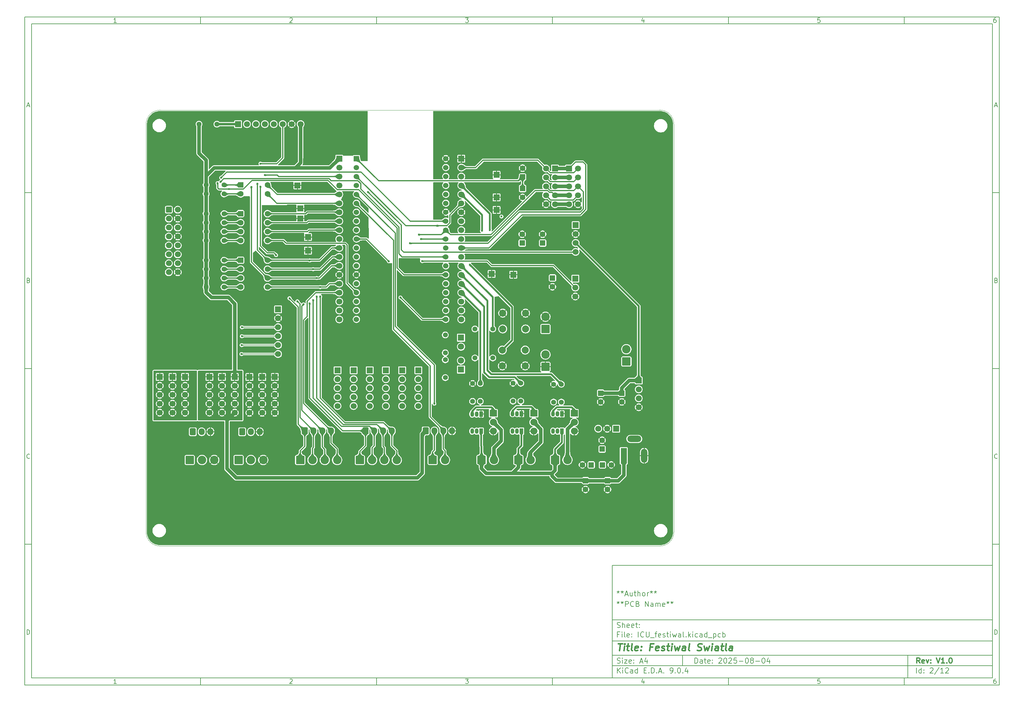
<source format=gbr>
%TF.GenerationSoftware,KiCad,Pcbnew,9.0.4*%
%TF.CreationDate,2025-08-27T10:42:59+02:00*%
%TF.ProjectId,ICU_festiwal,4943555f-6665-4737-9469-77616c2e6b69,V1.0*%
%TF.SameCoordinates,Original*%
%TF.FileFunction,Copper,L2,Bot*%
%TF.FilePolarity,Positive*%
%FSLAX46Y46*%
G04 Gerber Fmt 4.6, Leading zero omitted, Abs format (unit mm)*
G04 Created by KiCad (PCBNEW 9.0.4) date 2025-08-27 10:42:59*
%MOMM*%
%LPD*%
G01*
G04 APERTURE LIST*
G04 Aperture macros list*
%AMRoundRect*
0 Rectangle with rounded corners*
0 $1 Rounding radius*
0 $2 $3 $4 $5 $6 $7 $8 $9 X,Y pos of 4 corners*
0 Add a 4 corners polygon primitive as box body*
4,1,4,$2,$3,$4,$5,$6,$7,$8,$9,$2,$3,0*
0 Add four circle primitives for the rounded corners*
1,1,$1+$1,$2,$3*
1,1,$1+$1,$4,$5*
1,1,$1+$1,$6,$7*
1,1,$1+$1,$8,$9*
0 Add four rect primitives between the rounded corners*
20,1,$1+$1,$2,$3,$4,$5,0*
20,1,$1+$1,$4,$5,$6,$7,0*
20,1,$1+$1,$6,$7,$8,$9,0*
20,1,$1+$1,$8,$9,$2,$3,0*%
G04 Aperture macros list end*
%ADD10C,0.100000*%
%ADD11C,0.150000*%
%ADD12C,0.300000*%
%ADD13C,0.400000*%
%TA.AperFunction,ComponentPad*%
%ADD14C,1.400000*%
%TD*%
%TA.AperFunction,ComponentPad*%
%ADD15R,1.700000X1.700000*%
%TD*%
%TA.AperFunction,ComponentPad*%
%ADD16C,1.700000*%
%TD*%
%TA.AperFunction,ComponentPad*%
%ADD17RoundRect,0.250001X0.949999X-0.949999X0.949999X0.949999X-0.949999X0.949999X-0.949999X-0.949999X0*%
%TD*%
%TA.AperFunction,ComponentPad*%
%ADD18C,2.400000*%
%TD*%
%TA.AperFunction,ComponentPad*%
%ADD19R,1.530000X1.530000*%
%TD*%
%TA.AperFunction,ComponentPad*%
%ADD20C,1.530000*%
%TD*%
%TA.AperFunction,ComponentPad*%
%ADD21RoundRect,0.250000X-0.600000X-0.725000X0.600000X-0.725000X0.600000X0.725000X-0.600000X0.725000X0*%
%TD*%
%TA.AperFunction,ComponentPad*%
%ADD22O,1.700000X1.950000*%
%TD*%
%TA.AperFunction,ComponentPad*%
%ADD23RoundRect,0.250000X0.550000X-0.550000X0.550000X0.550000X-0.550000X0.550000X-0.550000X-0.550000X0*%
%TD*%
%TA.AperFunction,ComponentPad*%
%ADD24C,1.600000*%
%TD*%
%TA.AperFunction,ComponentPad*%
%ADD25R,1.050000X1.500000*%
%TD*%
%TA.AperFunction,ComponentPad*%
%ADD26O,1.050000X1.500000*%
%TD*%
%TA.AperFunction,ComponentPad*%
%ADD27RoundRect,0.250000X-0.550000X-0.550000X0.550000X-0.550000X0.550000X0.550000X-0.550000X0.550000X0*%
%TD*%
%TA.AperFunction,ComponentPad*%
%ADD28RoundRect,0.250001X-0.949999X-0.949999X0.949999X-0.949999X0.949999X0.949999X-0.949999X0.949999X0*%
%TD*%
%TA.AperFunction,ComponentPad*%
%ADD29R,2.000000X1.905000*%
%TD*%
%TA.AperFunction,ComponentPad*%
%ADD30O,2.000000X1.905000*%
%TD*%
%TA.AperFunction,ComponentPad*%
%ADD31R,1.800000X4.400000*%
%TD*%
%TA.AperFunction,ComponentPad*%
%ADD32O,1.800000X4.000000*%
%TD*%
%TA.AperFunction,ComponentPad*%
%ADD33O,4.000000X1.800000*%
%TD*%
%TA.AperFunction,ComponentPad*%
%ADD34RoundRect,0.250000X-0.550000X0.550000X-0.550000X-0.550000X0.550000X-0.550000X0.550000X0.550000X0*%
%TD*%
%TA.AperFunction,ComponentPad*%
%ADD35RoundRect,0.250000X-0.600000X-0.600000X0.600000X-0.600000X0.600000X0.600000X-0.600000X0.600000X0*%
%TD*%
%TA.AperFunction,ComponentPad*%
%ADD36R,1.800000X1.800000*%
%TD*%
%TA.AperFunction,ComponentPad*%
%ADD37C,1.800000*%
%TD*%
%TA.AperFunction,ComponentPad*%
%ADD38C,2.000000*%
%TD*%
%TA.AperFunction,ComponentPad*%
%ADD39RoundRect,0.250000X0.550000X0.550000X-0.550000X0.550000X-0.550000X-0.550000X0.550000X-0.550000X0*%
%TD*%
%TA.AperFunction,ViaPad*%
%ADD40C,0.600000*%
%TD*%
%TA.AperFunction,Conductor*%
%ADD41C,0.500000*%
%TD*%
%TA.AperFunction,Conductor*%
%ADD42C,1.000000*%
%TD*%
%TA.AperFunction,Conductor*%
%ADD43C,0.300000*%
%TD*%
%TA.AperFunction,Conductor*%
%ADD44C,0.600000*%
%TD*%
%TA.AperFunction,Conductor*%
%ADD45C,0.350000*%
%TD*%
%TA.AperFunction,Conductor*%
%ADD46C,0.200000*%
%TD*%
%TA.AperFunction,Conductor*%
%ADD47C,0.700000*%
%TD*%
%TA.AperFunction,Profile*%
%ADD48C,0.050000*%
%TD*%
G04 APERTURE END LIST*
D10*
D11*
X177002200Y-166007200D02*
X285002200Y-166007200D01*
X285002200Y-198007200D01*
X177002200Y-198007200D01*
X177002200Y-166007200D01*
D10*
D11*
X10000000Y-10000000D02*
X287002200Y-10000000D01*
X287002200Y-200007200D01*
X10000000Y-200007200D01*
X10000000Y-10000000D01*
D10*
D11*
X12000000Y-12000000D02*
X285002200Y-12000000D01*
X285002200Y-198007200D01*
X12000000Y-198007200D01*
X12000000Y-12000000D01*
D10*
D11*
X60000000Y-12000000D02*
X60000000Y-10000000D01*
D10*
D11*
X110000000Y-12000000D02*
X110000000Y-10000000D01*
D10*
D11*
X160000000Y-12000000D02*
X160000000Y-10000000D01*
D10*
D11*
X210000000Y-12000000D02*
X210000000Y-10000000D01*
D10*
D11*
X260000000Y-12000000D02*
X260000000Y-10000000D01*
D10*
D11*
X36089160Y-11593604D02*
X35346303Y-11593604D01*
X35717731Y-11593604D02*
X35717731Y-10293604D01*
X35717731Y-10293604D02*
X35593922Y-10479319D01*
X35593922Y-10479319D02*
X35470112Y-10603128D01*
X35470112Y-10603128D02*
X35346303Y-10665033D01*
D10*
D11*
X85346303Y-10417414D02*
X85408207Y-10355509D01*
X85408207Y-10355509D02*
X85532017Y-10293604D01*
X85532017Y-10293604D02*
X85841541Y-10293604D01*
X85841541Y-10293604D02*
X85965350Y-10355509D01*
X85965350Y-10355509D02*
X86027255Y-10417414D01*
X86027255Y-10417414D02*
X86089160Y-10541223D01*
X86089160Y-10541223D02*
X86089160Y-10665033D01*
X86089160Y-10665033D02*
X86027255Y-10850747D01*
X86027255Y-10850747D02*
X85284398Y-11593604D01*
X85284398Y-11593604D02*
X86089160Y-11593604D01*
D10*
D11*
X135284398Y-10293604D02*
X136089160Y-10293604D01*
X136089160Y-10293604D02*
X135655826Y-10788842D01*
X135655826Y-10788842D02*
X135841541Y-10788842D01*
X135841541Y-10788842D02*
X135965350Y-10850747D01*
X135965350Y-10850747D02*
X136027255Y-10912652D01*
X136027255Y-10912652D02*
X136089160Y-11036461D01*
X136089160Y-11036461D02*
X136089160Y-11345985D01*
X136089160Y-11345985D02*
X136027255Y-11469795D01*
X136027255Y-11469795D02*
X135965350Y-11531700D01*
X135965350Y-11531700D02*
X135841541Y-11593604D01*
X135841541Y-11593604D02*
X135470112Y-11593604D01*
X135470112Y-11593604D02*
X135346303Y-11531700D01*
X135346303Y-11531700D02*
X135284398Y-11469795D01*
D10*
D11*
X185965350Y-10726938D02*
X185965350Y-11593604D01*
X185655826Y-10231700D02*
X185346303Y-11160271D01*
X185346303Y-11160271D02*
X186151064Y-11160271D01*
D10*
D11*
X236027255Y-10293604D02*
X235408207Y-10293604D01*
X235408207Y-10293604D02*
X235346303Y-10912652D01*
X235346303Y-10912652D02*
X235408207Y-10850747D01*
X235408207Y-10850747D02*
X235532017Y-10788842D01*
X235532017Y-10788842D02*
X235841541Y-10788842D01*
X235841541Y-10788842D02*
X235965350Y-10850747D01*
X235965350Y-10850747D02*
X236027255Y-10912652D01*
X236027255Y-10912652D02*
X236089160Y-11036461D01*
X236089160Y-11036461D02*
X236089160Y-11345985D01*
X236089160Y-11345985D02*
X236027255Y-11469795D01*
X236027255Y-11469795D02*
X235965350Y-11531700D01*
X235965350Y-11531700D02*
X235841541Y-11593604D01*
X235841541Y-11593604D02*
X235532017Y-11593604D01*
X235532017Y-11593604D02*
X235408207Y-11531700D01*
X235408207Y-11531700D02*
X235346303Y-11469795D01*
D10*
D11*
X285965350Y-10293604D02*
X285717731Y-10293604D01*
X285717731Y-10293604D02*
X285593922Y-10355509D01*
X285593922Y-10355509D02*
X285532017Y-10417414D01*
X285532017Y-10417414D02*
X285408207Y-10603128D01*
X285408207Y-10603128D02*
X285346303Y-10850747D01*
X285346303Y-10850747D02*
X285346303Y-11345985D01*
X285346303Y-11345985D02*
X285408207Y-11469795D01*
X285408207Y-11469795D02*
X285470112Y-11531700D01*
X285470112Y-11531700D02*
X285593922Y-11593604D01*
X285593922Y-11593604D02*
X285841541Y-11593604D01*
X285841541Y-11593604D02*
X285965350Y-11531700D01*
X285965350Y-11531700D02*
X286027255Y-11469795D01*
X286027255Y-11469795D02*
X286089160Y-11345985D01*
X286089160Y-11345985D02*
X286089160Y-11036461D01*
X286089160Y-11036461D02*
X286027255Y-10912652D01*
X286027255Y-10912652D02*
X285965350Y-10850747D01*
X285965350Y-10850747D02*
X285841541Y-10788842D01*
X285841541Y-10788842D02*
X285593922Y-10788842D01*
X285593922Y-10788842D02*
X285470112Y-10850747D01*
X285470112Y-10850747D02*
X285408207Y-10912652D01*
X285408207Y-10912652D02*
X285346303Y-11036461D01*
D10*
D11*
X60000000Y-198007200D02*
X60000000Y-200007200D01*
D10*
D11*
X110000000Y-198007200D02*
X110000000Y-200007200D01*
D10*
D11*
X160000000Y-198007200D02*
X160000000Y-200007200D01*
D10*
D11*
X210000000Y-198007200D02*
X210000000Y-200007200D01*
D10*
D11*
X260000000Y-198007200D02*
X260000000Y-200007200D01*
D10*
D11*
X36089160Y-199600804D02*
X35346303Y-199600804D01*
X35717731Y-199600804D02*
X35717731Y-198300804D01*
X35717731Y-198300804D02*
X35593922Y-198486519D01*
X35593922Y-198486519D02*
X35470112Y-198610328D01*
X35470112Y-198610328D02*
X35346303Y-198672233D01*
D10*
D11*
X85346303Y-198424614D02*
X85408207Y-198362709D01*
X85408207Y-198362709D02*
X85532017Y-198300804D01*
X85532017Y-198300804D02*
X85841541Y-198300804D01*
X85841541Y-198300804D02*
X85965350Y-198362709D01*
X85965350Y-198362709D02*
X86027255Y-198424614D01*
X86027255Y-198424614D02*
X86089160Y-198548423D01*
X86089160Y-198548423D02*
X86089160Y-198672233D01*
X86089160Y-198672233D02*
X86027255Y-198857947D01*
X86027255Y-198857947D02*
X85284398Y-199600804D01*
X85284398Y-199600804D02*
X86089160Y-199600804D01*
D10*
D11*
X135284398Y-198300804D02*
X136089160Y-198300804D01*
X136089160Y-198300804D02*
X135655826Y-198796042D01*
X135655826Y-198796042D02*
X135841541Y-198796042D01*
X135841541Y-198796042D02*
X135965350Y-198857947D01*
X135965350Y-198857947D02*
X136027255Y-198919852D01*
X136027255Y-198919852D02*
X136089160Y-199043661D01*
X136089160Y-199043661D02*
X136089160Y-199353185D01*
X136089160Y-199353185D02*
X136027255Y-199476995D01*
X136027255Y-199476995D02*
X135965350Y-199538900D01*
X135965350Y-199538900D02*
X135841541Y-199600804D01*
X135841541Y-199600804D02*
X135470112Y-199600804D01*
X135470112Y-199600804D02*
X135346303Y-199538900D01*
X135346303Y-199538900D02*
X135284398Y-199476995D01*
D10*
D11*
X185965350Y-198734138D02*
X185965350Y-199600804D01*
X185655826Y-198238900D02*
X185346303Y-199167471D01*
X185346303Y-199167471D02*
X186151064Y-199167471D01*
D10*
D11*
X236027255Y-198300804D02*
X235408207Y-198300804D01*
X235408207Y-198300804D02*
X235346303Y-198919852D01*
X235346303Y-198919852D02*
X235408207Y-198857947D01*
X235408207Y-198857947D02*
X235532017Y-198796042D01*
X235532017Y-198796042D02*
X235841541Y-198796042D01*
X235841541Y-198796042D02*
X235965350Y-198857947D01*
X235965350Y-198857947D02*
X236027255Y-198919852D01*
X236027255Y-198919852D02*
X236089160Y-199043661D01*
X236089160Y-199043661D02*
X236089160Y-199353185D01*
X236089160Y-199353185D02*
X236027255Y-199476995D01*
X236027255Y-199476995D02*
X235965350Y-199538900D01*
X235965350Y-199538900D02*
X235841541Y-199600804D01*
X235841541Y-199600804D02*
X235532017Y-199600804D01*
X235532017Y-199600804D02*
X235408207Y-199538900D01*
X235408207Y-199538900D02*
X235346303Y-199476995D01*
D10*
D11*
X285965350Y-198300804D02*
X285717731Y-198300804D01*
X285717731Y-198300804D02*
X285593922Y-198362709D01*
X285593922Y-198362709D02*
X285532017Y-198424614D01*
X285532017Y-198424614D02*
X285408207Y-198610328D01*
X285408207Y-198610328D02*
X285346303Y-198857947D01*
X285346303Y-198857947D02*
X285346303Y-199353185D01*
X285346303Y-199353185D02*
X285408207Y-199476995D01*
X285408207Y-199476995D02*
X285470112Y-199538900D01*
X285470112Y-199538900D02*
X285593922Y-199600804D01*
X285593922Y-199600804D02*
X285841541Y-199600804D01*
X285841541Y-199600804D02*
X285965350Y-199538900D01*
X285965350Y-199538900D02*
X286027255Y-199476995D01*
X286027255Y-199476995D02*
X286089160Y-199353185D01*
X286089160Y-199353185D02*
X286089160Y-199043661D01*
X286089160Y-199043661D02*
X286027255Y-198919852D01*
X286027255Y-198919852D02*
X285965350Y-198857947D01*
X285965350Y-198857947D02*
X285841541Y-198796042D01*
X285841541Y-198796042D02*
X285593922Y-198796042D01*
X285593922Y-198796042D02*
X285470112Y-198857947D01*
X285470112Y-198857947D02*
X285408207Y-198919852D01*
X285408207Y-198919852D02*
X285346303Y-199043661D01*
D10*
D11*
X10000000Y-60000000D02*
X12000000Y-60000000D01*
D10*
D11*
X10000000Y-110000000D02*
X12000000Y-110000000D01*
D10*
D11*
X10000000Y-160000000D02*
X12000000Y-160000000D01*
D10*
D11*
X10690476Y-35222176D02*
X11309523Y-35222176D01*
X10566666Y-35593604D02*
X10999999Y-34293604D01*
X10999999Y-34293604D02*
X11433333Y-35593604D01*
D10*
D11*
X11092857Y-84912652D02*
X11278571Y-84974557D01*
X11278571Y-84974557D02*
X11340476Y-85036461D01*
X11340476Y-85036461D02*
X11402380Y-85160271D01*
X11402380Y-85160271D02*
X11402380Y-85345985D01*
X11402380Y-85345985D02*
X11340476Y-85469795D01*
X11340476Y-85469795D02*
X11278571Y-85531700D01*
X11278571Y-85531700D02*
X11154761Y-85593604D01*
X11154761Y-85593604D02*
X10659523Y-85593604D01*
X10659523Y-85593604D02*
X10659523Y-84293604D01*
X10659523Y-84293604D02*
X11092857Y-84293604D01*
X11092857Y-84293604D02*
X11216666Y-84355509D01*
X11216666Y-84355509D02*
X11278571Y-84417414D01*
X11278571Y-84417414D02*
X11340476Y-84541223D01*
X11340476Y-84541223D02*
X11340476Y-84665033D01*
X11340476Y-84665033D02*
X11278571Y-84788842D01*
X11278571Y-84788842D02*
X11216666Y-84850747D01*
X11216666Y-84850747D02*
X11092857Y-84912652D01*
X11092857Y-84912652D02*
X10659523Y-84912652D01*
D10*
D11*
X11402380Y-135469795D02*
X11340476Y-135531700D01*
X11340476Y-135531700D02*
X11154761Y-135593604D01*
X11154761Y-135593604D02*
X11030952Y-135593604D01*
X11030952Y-135593604D02*
X10845238Y-135531700D01*
X10845238Y-135531700D02*
X10721428Y-135407890D01*
X10721428Y-135407890D02*
X10659523Y-135284080D01*
X10659523Y-135284080D02*
X10597619Y-135036461D01*
X10597619Y-135036461D02*
X10597619Y-134850747D01*
X10597619Y-134850747D02*
X10659523Y-134603128D01*
X10659523Y-134603128D02*
X10721428Y-134479319D01*
X10721428Y-134479319D02*
X10845238Y-134355509D01*
X10845238Y-134355509D02*
X11030952Y-134293604D01*
X11030952Y-134293604D02*
X11154761Y-134293604D01*
X11154761Y-134293604D02*
X11340476Y-134355509D01*
X11340476Y-134355509D02*
X11402380Y-134417414D01*
D10*
D11*
X10659523Y-185593604D02*
X10659523Y-184293604D01*
X10659523Y-184293604D02*
X10969047Y-184293604D01*
X10969047Y-184293604D02*
X11154761Y-184355509D01*
X11154761Y-184355509D02*
X11278571Y-184479319D01*
X11278571Y-184479319D02*
X11340476Y-184603128D01*
X11340476Y-184603128D02*
X11402380Y-184850747D01*
X11402380Y-184850747D02*
X11402380Y-185036461D01*
X11402380Y-185036461D02*
X11340476Y-185284080D01*
X11340476Y-185284080D02*
X11278571Y-185407890D01*
X11278571Y-185407890D02*
X11154761Y-185531700D01*
X11154761Y-185531700D02*
X10969047Y-185593604D01*
X10969047Y-185593604D02*
X10659523Y-185593604D01*
D10*
D11*
X287002200Y-60000000D02*
X285002200Y-60000000D01*
D10*
D11*
X287002200Y-110000000D02*
X285002200Y-110000000D01*
D10*
D11*
X287002200Y-160000000D02*
X285002200Y-160000000D01*
D10*
D11*
X285692676Y-35222176D02*
X286311723Y-35222176D01*
X285568866Y-35593604D02*
X286002199Y-34293604D01*
X286002199Y-34293604D02*
X286435533Y-35593604D01*
D10*
D11*
X286095057Y-84912652D02*
X286280771Y-84974557D01*
X286280771Y-84974557D02*
X286342676Y-85036461D01*
X286342676Y-85036461D02*
X286404580Y-85160271D01*
X286404580Y-85160271D02*
X286404580Y-85345985D01*
X286404580Y-85345985D02*
X286342676Y-85469795D01*
X286342676Y-85469795D02*
X286280771Y-85531700D01*
X286280771Y-85531700D02*
X286156961Y-85593604D01*
X286156961Y-85593604D02*
X285661723Y-85593604D01*
X285661723Y-85593604D02*
X285661723Y-84293604D01*
X285661723Y-84293604D02*
X286095057Y-84293604D01*
X286095057Y-84293604D02*
X286218866Y-84355509D01*
X286218866Y-84355509D02*
X286280771Y-84417414D01*
X286280771Y-84417414D02*
X286342676Y-84541223D01*
X286342676Y-84541223D02*
X286342676Y-84665033D01*
X286342676Y-84665033D02*
X286280771Y-84788842D01*
X286280771Y-84788842D02*
X286218866Y-84850747D01*
X286218866Y-84850747D02*
X286095057Y-84912652D01*
X286095057Y-84912652D02*
X285661723Y-84912652D01*
D10*
D11*
X286404580Y-135469795D02*
X286342676Y-135531700D01*
X286342676Y-135531700D02*
X286156961Y-135593604D01*
X286156961Y-135593604D02*
X286033152Y-135593604D01*
X286033152Y-135593604D02*
X285847438Y-135531700D01*
X285847438Y-135531700D02*
X285723628Y-135407890D01*
X285723628Y-135407890D02*
X285661723Y-135284080D01*
X285661723Y-135284080D02*
X285599819Y-135036461D01*
X285599819Y-135036461D02*
X285599819Y-134850747D01*
X285599819Y-134850747D02*
X285661723Y-134603128D01*
X285661723Y-134603128D02*
X285723628Y-134479319D01*
X285723628Y-134479319D02*
X285847438Y-134355509D01*
X285847438Y-134355509D02*
X286033152Y-134293604D01*
X286033152Y-134293604D02*
X286156961Y-134293604D01*
X286156961Y-134293604D02*
X286342676Y-134355509D01*
X286342676Y-134355509D02*
X286404580Y-134417414D01*
D10*
D11*
X285661723Y-185593604D02*
X285661723Y-184293604D01*
X285661723Y-184293604D02*
X285971247Y-184293604D01*
X285971247Y-184293604D02*
X286156961Y-184355509D01*
X286156961Y-184355509D02*
X286280771Y-184479319D01*
X286280771Y-184479319D02*
X286342676Y-184603128D01*
X286342676Y-184603128D02*
X286404580Y-184850747D01*
X286404580Y-184850747D02*
X286404580Y-185036461D01*
X286404580Y-185036461D02*
X286342676Y-185284080D01*
X286342676Y-185284080D02*
X286280771Y-185407890D01*
X286280771Y-185407890D02*
X286156961Y-185531700D01*
X286156961Y-185531700D02*
X285971247Y-185593604D01*
X285971247Y-185593604D02*
X285661723Y-185593604D01*
D10*
D11*
X200458026Y-193793328D02*
X200458026Y-192293328D01*
X200458026Y-192293328D02*
X200815169Y-192293328D01*
X200815169Y-192293328D02*
X201029455Y-192364757D01*
X201029455Y-192364757D02*
X201172312Y-192507614D01*
X201172312Y-192507614D02*
X201243741Y-192650471D01*
X201243741Y-192650471D02*
X201315169Y-192936185D01*
X201315169Y-192936185D02*
X201315169Y-193150471D01*
X201315169Y-193150471D02*
X201243741Y-193436185D01*
X201243741Y-193436185D02*
X201172312Y-193579042D01*
X201172312Y-193579042D02*
X201029455Y-193721900D01*
X201029455Y-193721900D02*
X200815169Y-193793328D01*
X200815169Y-193793328D02*
X200458026Y-193793328D01*
X202600884Y-193793328D02*
X202600884Y-193007614D01*
X202600884Y-193007614D02*
X202529455Y-192864757D01*
X202529455Y-192864757D02*
X202386598Y-192793328D01*
X202386598Y-192793328D02*
X202100884Y-192793328D01*
X202100884Y-192793328D02*
X201958026Y-192864757D01*
X202600884Y-193721900D02*
X202458026Y-193793328D01*
X202458026Y-193793328D02*
X202100884Y-193793328D01*
X202100884Y-193793328D02*
X201958026Y-193721900D01*
X201958026Y-193721900D02*
X201886598Y-193579042D01*
X201886598Y-193579042D02*
X201886598Y-193436185D01*
X201886598Y-193436185D02*
X201958026Y-193293328D01*
X201958026Y-193293328D02*
X202100884Y-193221900D01*
X202100884Y-193221900D02*
X202458026Y-193221900D01*
X202458026Y-193221900D02*
X202600884Y-193150471D01*
X203100884Y-192793328D02*
X203672312Y-192793328D01*
X203315169Y-192293328D02*
X203315169Y-193579042D01*
X203315169Y-193579042D02*
X203386598Y-193721900D01*
X203386598Y-193721900D02*
X203529455Y-193793328D01*
X203529455Y-193793328D02*
X203672312Y-193793328D01*
X204743741Y-193721900D02*
X204600884Y-193793328D01*
X204600884Y-193793328D02*
X204315170Y-193793328D01*
X204315170Y-193793328D02*
X204172312Y-193721900D01*
X204172312Y-193721900D02*
X204100884Y-193579042D01*
X204100884Y-193579042D02*
X204100884Y-193007614D01*
X204100884Y-193007614D02*
X204172312Y-192864757D01*
X204172312Y-192864757D02*
X204315170Y-192793328D01*
X204315170Y-192793328D02*
X204600884Y-192793328D01*
X204600884Y-192793328D02*
X204743741Y-192864757D01*
X204743741Y-192864757D02*
X204815170Y-193007614D01*
X204815170Y-193007614D02*
X204815170Y-193150471D01*
X204815170Y-193150471D02*
X204100884Y-193293328D01*
X205458026Y-193650471D02*
X205529455Y-193721900D01*
X205529455Y-193721900D02*
X205458026Y-193793328D01*
X205458026Y-193793328D02*
X205386598Y-193721900D01*
X205386598Y-193721900D02*
X205458026Y-193650471D01*
X205458026Y-193650471D02*
X205458026Y-193793328D01*
X205458026Y-192864757D02*
X205529455Y-192936185D01*
X205529455Y-192936185D02*
X205458026Y-193007614D01*
X205458026Y-193007614D02*
X205386598Y-192936185D01*
X205386598Y-192936185D02*
X205458026Y-192864757D01*
X205458026Y-192864757D02*
X205458026Y-193007614D01*
X207243741Y-192436185D02*
X207315169Y-192364757D01*
X207315169Y-192364757D02*
X207458027Y-192293328D01*
X207458027Y-192293328D02*
X207815169Y-192293328D01*
X207815169Y-192293328D02*
X207958027Y-192364757D01*
X207958027Y-192364757D02*
X208029455Y-192436185D01*
X208029455Y-192436185D02*
X208100884Y-192579042D01*
X208100884Y-192579042D02*
X208100884Y-192721900D01*
X208100884Y-192721900D02*
X208029455Y-192936185D01*
X208029455Y-192936185D02*
X207172312Y-193793328D01*
X207172312Y-193793328D02*
X208100884Y-193793328D01*
X209029455Y-192293328D02*
X209172312Y-192293328D01*
X209172312Y-192293328D02*
X209315169Y-192364757D01*
X209315169Y-192364757D02*
X209386598Y-192436185D01*
X209386598Y-192436185D02*
X209458026Y-192579042D01*
X209458026Y-192579042D02*
X209529455Y-192864757D01*
X209529455Y-192864757D02*
X209529455Y-193221900D01*
X209529455Y-193221900D02*
X209458026Y-193507614D01*
X209458026Y-193507614D02*
X209386598Y-193650471D01*
X209386598Y-193650471D02*
X209315169Y-193721900D01*
X209315169Y-193721900D02*
X209172312Y-193793328D01*
X209172312Y-193793328D02*
X209029455Y-193793328D01*
X209029455Y-193793328D02*
X208886598Y-193721900D01*
X208886598Y-193721900D02*
X208815169Y-193650471D01*
X208815169Y-193650471D02*
X208743740Y-193507614D01*
X208743740Y-193507614D02*
X208672312Y-193221900D01*
X208672312Y-193221900D02*
X208672312Y-192864757D01*
X208672312Y-192864757D02*
X208743740Y-192579042D01*
X208743740Y-192579042D02*
X208815169Y-192436185D01*
X208815169Y-192436185D02*
X208886598Y-192364757D01*
X208886598Y-192364757D02*
X209029455Y-192293328D01*
X210100883Y-192436185D02*
X210172311Y-192364757D01*
X210172311Y-192364757D02*
X210315169Y-192293328D01*
X210315169Y-192293328D02*
X210672311Y-192293328D01*
X210672311Y-192293328D02*
X210815169Y-192364757D01*
X210815169Y-192364757D02*
X210886597Y-192436185D01*
X210886597Y-192436185D02*
X210958026Y-192579042D01*
X210958026Y-192579042D02*
X210958026Y-192721900D01*
X210958026Y-192721900D02*
X210886597Y-192936185D01*
X210886597Y-192936185D02*
X210029454Y-193793328D01*
X210029454Y-193793328D02*
X210958026Y-193793328D01*
X212315168Y-192293328D02*
X211600882Y-192293328D01*
X211600882Y-192293328D02*
X211529454Y-193007614D01*
X211529454Y-193007614D02*
X211600882Y-192936185D01*
X211600882Y-192936185D02*
X211743740Y-192864757D01*
X211743740Y-192864757D02*
X212100882Y-192864757D01*
X212100882Y-192864757D02*
X212243740Y-192936185D01*
X212243740Y-192936185D02*
X212315168Y-193007614D01*
X212315168Y-193007614D02*
X212386597Y-193150471D01*
X212386597Y-193150471D02*
X212386597Y-193507614D01*
X212386597Y-193507614D02*
X212315168Y-193650471D01*
X212315168Y-193650471D02*
X212243740Y-193721900D01*
X212243740Y-193721900D02*
X212100882Y-193793328D01*
X212100882Y-193793328D02*
X211743740Y-193793328D01*
X211743740Y-193793328D02*
X211600882Y-193721900D01*
X211600882Y-193721900D02*
X211529454Y-193650471D01*
X213029453Y-193221900D02*
X214172311Y-193221900D01*
X215172311Y-192293328D02*
X215315168Y-192293328D01*
X215315168Y-192293328D02*
X215458025Y-192364757D01*
X215458025Y-192364757D02*
X215529454Y-192436185D01*
X215529454Y-192436185D02*
X215600882Y-192579042D01*
X215600882Y-192579042D02*
X215672311Y-192864757D01*
X215672311Y-192864757D02*
X215672311Y-193221900D01*
X215672311Y-193221900D02*
X215600882Y-193507614D01*
X215600882Y-193507614D02*
X215529454Y-193650471D01*
X215529454Y-193650471D02*
X215458025Y-193721900D01*
X215458025Y-193721900D02*
X215315168Y-193793328D01*
X215315168Y-193793328D02*
X215172311Y-193793328D01*
X215172311Y-193793328D02*
X215029454Y-193721900D01*
X215029454Y-193721900D02*
X214958025Y-193650471D01*
X214958025Y-193650471D02*
X214886596Y-193507614D01*
X214886596Y-193507614D02*
X214815168Y-193221900D01*
X214815168Y-193221900D02*
X214815168Y-192864757D01*
X214815168Y-192864757D02*
X214886596Y-192579042D01*
X214886596Y-192579042D02*
X214958025Y-192436185D01*
X214958025Y-192436185D02*
X215029454Y-192364757D01*
X215029454Y-192364757D02*
X215172311Y-192293328D01*
X216529453Y-192936185D02*
X216386596Y-192864757D01*
X216386596Y-192864757D02*
X216315167Y-192793328D01*
X216315167Y-192793328D02*
X216243739Y-192650471D01*
X216243739Y-192650471D02*
X216243739Y-192579042D01*
X216243739Y-192579042D02*
X216315167Y-192436185D01*
X216315167Y-192436185D02*
X216386596Y-192364757D01*
X216386596Y-192364757D02*
X216529453Y-192293328D01*
X216529453Y-192293328D02*
X216815167Y-192293328D01*
X216815167Y-192293328D02*
X216958025Y-192364757D01*
X216958025Y-192364757D02*
X217029453Y-192436185D01*
X217029453Y-192436185D02*
X217100882Y-192579042D01*
X217100882Y-192579042D02*
X217100882Y-192650471D01*
X217100882Y-192650471D02*
X217029453Y-192793328D01*
X217029453Y-192793328D02*
X216958025Y-192864757D01*
X216958025Y-192864757D02*
X216815167Y-192936185D01*
X216815167Y-192936185D02*
X216529453Y-192936185D01*
X216529453Y-192936185D02*
X216386596Y-193007614D01*
X216386596Y-193007614D02*
X216315167Y-193079042D01*
X216315167Y-193079042D02*
X216243739Y-193221900D01*
X216243739Y-193221900D02*
X216243739Y-193507614D01*
X216243739Y-193507614D02*
X216315167Y-193650471D01*
X216315167Y-193650471D02*
X216386596Y-193721900D01*
X216386596Y-193721900D02*
X216529453Y-193793328D01*
X216529453Y-193793328D02*
X216815167Y-193793328D01*
X216815167Y-193793328D02*
X216958025Y-193721900D01*
X216958025Y-193721900D02*
X217029453Y-193650471D01*
X217029453Y-193650471D02*
X217100882Y-193507614D01*
X217100882Y-193507614D02*
X217100882Y-193221900D01*
X217100882Y-193221900D02*
X217029453Y-193079042D01*
X217029453Y-193079042D02*
X216958025Y-193007614D01*
X216958025Y-193007614D02*
X216815167Y-192936185D01*
X217743738Y-193221900D02*
X218886596Y-193221900D01*
X219886596Y-192293328D02*
X220029453Y-192293328D01*
X220029453Y-192293328D02*
X220172310Y-192364757D01*
X220172310Y-192364757D02*
X220243739Y-192436185D01*
X220243739Y-192436185D02*
X220315167Y-192579042D01*
X220315167Y-192579042D02*
X220386596Y-192864757D01*
X220386596Y-192864757D02*
X220386596Y-193221900D01*
X220386596Y-193221900D02*
X220315167Y-193507614D01*
X220315167Y-193507614D02*
X220243739Y-193650471D01*
X220243739Y-193650471D02*
X220172310Y-193721900D01*
X220172310Y-193721900D02*
X220029453Y-193793328D01*
X220029453Y-193793328D02*
X219886596Y-193793328D01*
X219886596Y-193793328D02*
X219743739Y-193721900D01*
X219743739Y-193721900D02*
X219672310Y-193650471D01*
X219672310Y-193650471D02*
X219600881Y-193507614D01*
X219600881Y-193507614D02*
X219529453Y-193221900D01*
X219529453Y-193221900D02*
X219529453Y-192864757D01*
X219529453Y-192864757D02*
X219600881Y-192579042D01*
X219600881Y-192579042D02*
X219672310Y-192436185D01*
X219672310Y-192436185D02*
X219743739Y-192364757D01*
X219743739Y-192364757D02*
X219886596Y-192293328D01*
X221672310Y-192793328D02*
X221672310Y-193793328D01*
X221315167Y-192221900D02*
X220958024Y-193293328D01*
X220958024Y-193293328D02*
X221886595Y-193293328D01*
D10*
D11*
X177002200Y-194507200D02*
X285002200Y-194507200D01*
D10*
D11*
X178458026Y-196593328D02*
X178458026Y-195093328D01*
X179315169Y-196593328D02*
X178672312Y-195736185D01*
X179315169Y-195093328D02*
X178458026Y-195950471D01*
X179958026Y-196593328D02*
X179958026Y-195593328D01*
X179958026Y-195093328D02*
X179886598Y-195164757D01*
X179886598Y-195164757D02*
X179958026Y-195236185D01*
X179958026Y-195236185D02*
X180029455Y-195164757D01*
X180029455Y-195164757D02*
X179958026Y-195093328D01*
X179958026Y-195093328D02*
X179958026Y-195236185D01*
X181529455Y-196450471D02*
X181458027Y-196521900D01*
X181458027Y-196521900D02*
X181243741Y-196593328D01*
X181243741Y-196593328D02*
X181100884Y-196593328D01*
X181100884Y-196593328D02*
X180886598Y-196521900D01*
X180886598Y-196521900D02*
X180743741Y-196379042D01*
X180743741Y-196379042D02*
X180672312Y-196236185D01*
X180672312Y-196236185D02*
X180600884Y-195950471D01*
X180600884Y-195950471D02*
X180600884Y-195736185D01*
X180600884Y-195736185D02*
X180672312Y-195450471D01*
X180672312Y-195450471D02*
X180743741Y-195307614D01*
X180743741Y-195307614D02*
X180886598Y-195164757D01*
X180886598Y-195164757D02*
X181100884Y-195093328D01*
X181100884Y-195093328D02*
X181243741Y-195093328D01*
X181243741Y-195093328D02*
X181458027Y-195164757D01*
X181458027Y-195164757D02*
X181529455Y-195236185D01*
X182815170Y-196593328D02*
X182815170Y-195807614D01*
X182815170Y-195807614D02*
X182743741Y-195664757D01*
X182743741Y-195664757D02*
X182600884Y-195593328D01*
X182600884Y-195593328D02*
X182315170Y-195593328D01*
X182315170Y-195593328D02*
X182172312Y-195664757D01*
X182815170Y-196521900D02*
X182672312Y-196593328D01*
X182672312Y-196593328D02*
X182315170Y-196593328D01*
X182315170Y-196593328D02*
X182172312Y-196521900D01*
X182172312Y-196521900D02*
X182100884Y-196379042D01*
X182100884Y-196379042D02*
X182100884Y-196236185D01*
X182100884Y-196236185D02*
X182172312Y-196093328D01*
X182172312Y-196093328D02*
X182315170Y-196021900D01*
X182315170Y-196021900D02*
X182672312Y-196021900D01*
X182672312Y-196021900D02*
X182815170Y-195950471D01*
X184172313Y-196593328D02*
X184172313Y-195093328D01*
X184172313Y-196521900D02*
X184029455Y-196593328D01*
X184029455Y-196593328D02*
X183743741Y-196593328D01*
X183743741Y-196593328D02*
X183600884Y-196521900D01*
X183600884Y-196521900D02*
X183529455Y-196450471D01*
X183529455Y-196450471D02*
X183458027Y-196307614D01*
X183458027Y-196307614D02*
X183458027Y-195879042D01*
X183458027Y-195879042D02*
X183529455Y-195736185D01*
X183529455Y-195736185D02*
X183600884Y-195664757D01*
X183600884Y-195664757D02*
X183743741Y-195593328D01*
X183743741Y-195593328D02*
X184029455Y-195593328D01*
X184029455Y-195593328D02*
X184172313Y-195664757D01*
X186029455Y-195807614D02*
X186529455Y-195807614D01*
X186743741Y-196593328D02*
X186029455Y-196593328D01*
X186029455Y-196593328D02*
X186029455Y-195093328D01*
X186029455Y-195093328D02*
X186743741Y-195093328D01*
X187386598Y-196450471D02*
X187458027Y-196521900D01*
X187458027Y-196521900D02*
X187386598Y-196593328D01*
X187386598Y-196593328D02*
X187315170Y-196521900D01*
X187315170Y-196521900D02*
X187386598Y-196450471D01*
X187386598Y-196450471D02*
X187386598Y-196593328D01*
X188100884Y-196593328D02*
X188100884Y-195093328D01*
X188100884Y-195093328D02*
X188458027Y-195093328D01*
X188458027Y-195093328D02*
X188672313Y-195164757D01*
X188672313Y-195164757D02*
X188815170Y-195307614D01*
X188815170Y-195307614D02*
X188886599Y-195450471D01*
X188886599Y-195450471D02*
X188958027Y-195736185D01*
X188958027Y-195736185D02*
X188958027Y-195950471D01*
X188958027Y-195950471D02*
X188886599Y-196236185D01*
X188886599Y-196236185D02*
X188815170Y-196379042D01*
X188815170Y-196379042D02*
X188672313Y-196521900D01*
X188672313Y-196521900D02*
X188458027Y-196593328D01*
X188458027Y-196593328D02*
X188100884Y-196593328D01*
X189600884Y-196450471D02*
X189672313Y-196521900D01*
X189672313Y-196521900D02*
X189600884Y-196593328D01*
X189600884Y-196593328D02*
X189529456Y-196521900D01*
X189529456Y-196521900D02*
X189600884Y-196450471D01*
X189600884Y-196450471D02*
X189600884Y-196593328D01*
X190243742Y-196164757D02*
X190958028Y-196164757D01*
X190100885Y-196593328D02*
X190600885Y-195093328D01*
X190600885Y-195093328D02*
X191100885Y-196593328D01*
X191600884Y-196450471D02*
X191672313Y-196521900D01*
X191672313Y-196521900D02*
X191600884Y-196593328D01*
X191600884Y-196593328D02*
X191529456Y-196521900D01*
X191529456Y-196521900D02*
X191600884Y-196450471D01*
X191600884Y-196450471D02*
X191600884Y-196593328D01*
X193529456Y-196593328D02*
X193815170Y-196593328D01*
X193815170Y-196593328D02*
X193958027Y-196521900D01*
X193958027Y-196521900D02*
X194029456Y-196450471D01*
X194029456Y-196450471D02*
X194172313Y-196236185D01*
X194172313Y-196236185D02*
X194243742Y-195950471D01*
X194243742Y-195950471D02*
X194243742Y-195379042D01*
X194243742Y-195379042D02*
X194172313Y-195236185D01*
X194172313Y-195236185D02*
X194100885Y-195164757D01*
X194100885Y-195164757D02*
X193958027Y-195093328D01*
X193958027Y-195093328D02*
X193672313Y-195093328D01*
X193672313Y-195093328D02*
X193529456Y-195164757D01*
X193529456Y-195164757D02*
X193458027Y-195236185D01*
X193458027Y-195236185D02*
X193386599Y-195379042D01*
X193386599Y-195379042D02*
X193386599Y-195736185D01*
X193386599Y-195736185D02*
X193458027Y-195879042D01*
X193458027Y-195879042D02*
X193529456Y-195950471D01*
X193529456Y-195950471D02*
X193672313Y-196021900D01*
X193672313Y-196021900D02*
X193958027Y-196021900D01*
X193958027Y-196021900D02*
X194100885Y-195950471D01*
X194100885Y-195950471D02*
X194172313Y-195879042D01*
X194172313Y-195879042D02*
X194243742Y-195736185D01*
X194886598Y-196450471D02*
X194958027Y-196521900D01*
X194958027Y-196521900D02*
X194886598Y-196593328D01*
X194886598Y-196593328D02*
X194815170Y-196521900D01*
X194815170Y-196521900D02*
X194886598Y-196450471D01*
X194886598Y-196450471D02*
X194886598Y-196593328D01*
X195886599Y-195093328D02*
X196029456Y-195093328D01*
X196029456Y-195093328D02*
X196172313Y-195164757D01*
X196172313Y-195164757D02*
X196243742Y-195236185D01*
X196243742Y-195236185D02*
X196315170Y-195379042D01*
X196315170Y-195379042D02*
X196386599Y-195664757D01*
X196386599Y-195664757D02*
X196386599Y-196021900D01*
X196386599Y-196021900D02*
X196315170Y-196307614D01*
X196315170Y-196307614D02*
X196243742Y-196450471D01*
X196243742Y-196450471D02*
X196172313Y-196521900D01*
X196172313Y-196521900D02*
X196029456Y-196593328D01*
X196029456Y-196593328D02*
X195886599Y-196593328D01*
X195886599Y-196593328D02*
X195743742Y-196521900D01*
X195743742Y-196521900D02*
X195672313Y-196450471D01*
X195672313Y-196450471D02*
X195600884Y-196307614D01*
X195600884Y-196307614D02*
X195529456Y-196021900D01*
X195529456Y-196021900D02*
X195529456Y-195664757D01*
X195529456Y-195664757D02*
X195600884Y-195379042D01*
X195600884Y-195379042D02*
X195672313Y-195236185D01*
X195672313Y-195236185D02*
X195743742Y-195164757D01*
X195743742Y-195164757D02*
X195886599Y-195093328D01*
X197029455Y-196450471D02*
X197100884Y-196521900D01*
X197100884Y-196521900D02*
X197029455Y-196593328D01*
X197029455Y-196593328D02*
X196958027Y-196521900D01*
X196958027Y-196521900D02*
X197029455Y-196450471D01*
X197029455Y-196450471D02*
X197029455Y-196593328D01*
X198386599Y-195593328D02*
X198386599Y-196593328D01*
X198029456Y-195021900D02*
X197672313Y-196093328D01*
X197672313Y-196093328D02*
X198600884Y-196093328D01*
D10*
D11*
X177002200Y-191507200D02*
X285002200Y-191507200D01*
D10*
D12*
X264413853Y-193785528D02*
X263913853Y-193071242D01*
X263556710Y-193785528D02*
X263556710Y-192285528D01*
X263556710Y-192285528D02*
X264128139Y-192285528D01*
X264128139Y-192285528D02*
X264270996Y-192356957D01*
X264270996Y-192356957D02*
X264342425Y-192428385D01*
X264342425Y-192428385D02*
X264413853Y-192571242D01*
X264413853Y-192571242D02*
X264413853Y-192785528D01*
X264413853Y-192785528D02*
X264342425Y-192928385D01*
X264342425Y-192928385D02*
X264270996Y-192999814D01*
X264270996Y-192999814D02*
X264128139Y-193071242D01*
X264128139Y-193071242D02*
X263556710Y-193071242D01*
X265628139Y-193714100D02*
X265485282Y-193785528D01*
X265485282Y-193785528D02*
X265199568Y-193785528D01*
X265199568Y-193785528D02*
X265056710Y-193714100D01*
X265056710Y-193714100D02*
X264985282Y-193571242D01*
X264985282Y-193571242D02*
X264985282Y-192999814D01*
X264985282Y-192999814D02*
X265056710Y-192856957D01*
X265056710Y-192856957D02*
X265199568Y-192785528D01*
X265199568Y-192785528D02*
X265485282Y-192785528D01*
X265485282Y-192785528D02*
X265628139Y-192856957D01*
X265628139Y-192856957D02*
X265699568Y-192999814D01*
X265699568Y-192999814D02*
X265699568Y-193142671D01*
X265699568Y-193142671D02*
X264985282Y-193285528D01*
X266199567Y-192785528D02*
X266556710Y-193785528D01*
X266556710Y-193785528D02*
X266913853Y-192785528D01*
X267485281Y-193642671D02*
X267556710Y-193714100D01*
X267556710Y-193714100D02*
X267485281Y-193785528D01*
X267485281Y-193785528D02*
X267413853Y-193714100D01*
X267413853Y-193714100D02*
X267485281Y-193642671D01*
X267485281Y-193642671D02*
X267485281Y-193785528D01*
X267485281Y-192856957D02*
X267556710Y-192928385D01*
X267556710Y-192928385D02*
X267485281Y-192999814D01*
X267485281Y-192999814D02*
X267413853Y-192928385D01*
X267413853Y-192928385D02*
X267485281Y-192856957D01*
X267485281Y-192856957D02*
X267485281Y-192999814D01*
X269128139Y-192285528D02*
X269628139Y-193785528D01*
X269628139Y-193785528D02*
X270128139Y-192285528D01*
X271413853Y-193785528D02*
X270556710Y-193785528D01*
X270985281Y-193785528D02*
X270985281Y-192285528D01*
X270985281Y-192285528D02*
X270842424Y-192499814D01*
X270842424Y-192499814D02*
X270699567Y-192642671D01*
X270699567Y-192642671D02*
X270556710Y-192714100D01*
X272056709Y-193642671D02*
X272128138Y-193714100D01*
X272128138Y-193714100D02*
X272056709Y-193785528D01*
X272056709Y-193785528D02*
X271985281Y-193714100D01*
X271985281Y-193714100D02*
X272056709Y-193642671D01*
X272056709Y-193642671D02*
X272056709Y-193785528D01*
X273056710Y-192285528D02*
X273199567Y-192285528D01*
X273199567Y-192285528D02*
X273342424Y-192356957D01*
X273342424Y-192356957D02*
X273413853Y-192428385D01*
X273413853Y-192428385D02*
X273485281Y-192571242D01*
X273485281Y-192571242D02*
X273556710Y-192856957D01*
X273556710Y-192856957D02*
X273556710Y-193214100D01*
X273556710Y-193214100D02*
X273485281Y-193499814D01*
X273485281Y-193499814D02*
X273413853Y-193642671D01*
X273413853Y-193642671D02*
X273342424Y-193714100D01*
X273342424Y-193714100D02*
X273199567Y-193785528D01*
X273199567Y-193785528D02*
X273056710Y-193785528D01*
X273056710Y-193785528D02*
X272913853Y-193714100D01*
X272913853Y-193714100D02*
X272842424Y-193642671D01*
X272842424Y-193642671D02*
X272770995Y-193499814D01*
X272770995Y-193499814D02*
X272699567Y-193214100D01*
X272699567Y-193214100D02*
X272699567Y-192856957D01*
X272699567Y-192856957D02*
X272770995Y-192571242D01*
X272770995Y-192571242D02*
X272842424Y-192428385D01*
X272842424Y-192428385D02*
X272913853Y-192356957D01*
X272913853Y-192356957D02*
X273056710Y-192285528D01*
D10*
D11*
X178386598Y-193721900D02*
X178600884Y-193793328D01*
X178600884Y-193793328D02*
X178958026Y-193793328D01*
X178958026Y-193793328D02*
X179100884Y-193721900D01*
X179100884Y-193721900D02*
X179172312Y-193650471D01*
X179172312Y-193650471D02*
X179243741Y-193507614D01*
X179243741Y-193507614D02*
X179243741Y-193364757D01*
X179243741Y-193364757D02*
X179172312Y-193221900D01*
X179172312Y-193221900D02*
X179100884Y-193150471D01*
X179100884Y-193150471D02*
X178958026Y-193079042D01*
X178958026Y-193079042D02*
X178672312Y-193007614D01*
X178672312Y-193007614D02*
X178529455Y-192936185D01*
X178529455Y-192936185D02*
X178458026Y-192864757D01*
X178458026Y-192864757D02*
X178386598Y-192721900D01*
X178386598Y-192721900D02*
X178386598Y-192579042D01*
X178386598Y-192579042D02*
X178458026Y-192436185D01*
X178458026Y-192436185D02*
X178529455Y-192364757D01*
X178529455Y-192364757D02*
X178672312Y-192293328D01*
X178672312Y-192293328D02*
X179029455Y-192293328D01*
X179029455Y-192293328D02*
X179243741Y-192364757D01*
X179886597Y-193793328D02*
X179886597Y-192793328D01*
X179886597Y-192293328D02*
X179815169Y-192364757D01*
X179815169Y-192364757D02*
X179886597Y-192436185D01*
X179886597Y-192436185D02*
X179958026Y-192364757D01*
X179958026Y-192364757D02*
X179886597Y-192293328D01*
X179886597Y-192293328D02*
X179886597Y-192436185D01*
X180458026Y-192793328D02*
X181243741Y-192793328D01*
X181243741Y-192793328D02*
X180458026Y-193793328D01*
X180458026Y-193793328D02*
X181243741Y-193793328D01*
X182386598Y-193721900D02*
X182243741Y-193793328D01*
X182243741Y-193793328D02*
X181958027Y-193793328D01*
X181958027Y-193793328D02*
X181815169Y-193721900D01*
X181815169Y-193721900D02*
X181743741Y-193579042D01*
X181743741Y-193579042D02*
X181743741Y-193007614D01*
X181743741Y-193007614D02*
X181815169Y-192864757D01*
X181815169Y-192864757D02*
X181958027Y-192793328D01*
X181958027Y-192793328D02*
X182243741Y-192793328D01*
X182243741Y-192793328D02*
X182386598Y-192864757D01*
X182386598Y-192864757D02*
X182458027Y-193007614D01*
X182458027Y-193007614D02*
X182458027Y-193150471D01*
X182458027Y-193150471D02*
X181743741Y-193293328D01*
X183100883Y-193650471D02*
X183172312Y-193721900D01*
X183172312Y-193721900D02*
X183100883Y-193793328D01*
X183100883Y-193793328D02*
X183029455Y-193721900D01*
X183029455Y-193721900D02*
X183100883Y-193650471D01*
X183100883Y-193650471D02*
X183100883Y-193793328D01*
X183100883Y-192864757D02*
X183172312Y-192936185D01*
X183172312Y-192936185D02*
X183100883Y-193007614D01*
X183100883Y-193007614D02*
X183029455Y-192936185D01*
X183029455Y-192936185D02*
X183100883Y-192864757D01*
X183100883Y-192864757D02*
X183100883Y-193007614D01*
X184886598Y-193364757D02*
X185600884Y-193364757D01*
X184743741Y-193793328D02*
X185243741Y-192293328D01*
X185243741Y-192293328D02*
X185743741Y-193793328D01*
X186886598Y-192793328D02*
X186886598Y-193793328D01*
X186529455Y-192221900D02*
X186172312Y-193293328D01*
X186172312Y-193293328D02*
X187100883Y-193293328D01*
D10*
D11*
X263458026Y-196593328D02*
X263458026Y-195093328D01*
X264815170Y-196593328D02*
X264815170Y-195093328D01*
X264815170Y-196521900D02*
X264672312Y-196593328D01*
X264672312Y-196593328D02*
X264386598Y-196593328D01*
X264386598Y-196593328D02*
X264243741Y-196521900D01*
X264243741Y-196521900D02*
X264172312Y-196450471D01*
X264172312Y-196450471D02*
X264100884Y-196307614D01*
X264100884Y-196307614D02*
X264100884Y-195879042D01*
X264100884Y-195879042D02*
X264172312Y-195736185D01*
X264172312Y-195736185D02*
X264243741Y-195664757D01*
X264243741Y-195664757D02*
X264386598Y-195593328D01*
X264386598Y-195593328D02*
X264672312Y-195593328D01*
X264672312Y-195593328D02*
X264815170Y-195664757D01*
X265529455Y-196450471D02*
X265600884Y-196521900D01*
X265600884Y-196521900D02*
X265529455Y-196593328D01*
X265529455Y-196593328D02*
X265458027Y-196521900D01*
X265458027Y-196521900D02*
X265529455Y-196450471D01*
X265529455Y-196450471D02*
X265529455Y-196593328D01*
X265529455Y-195664757D02*
X265600884Y-195736185D01*
X265600884Y-195736185D02*
X265529455Y-195807614D01*
X265529455Y-195807614D02*
X265458027Y-195736185D01*
X265458027Y-195736185D02*
X265529455Y-195664757D01*
X265529455Y-195664757D02*
X265529455Y-195807614D01*
X267315170Y-195236185D02*
X267386598Y-195164757D01*
X267386598Y-195164757D02*
X267529456Y-195093328D01*
X267529456Y-195093328D02*
X267886598Y-195093328D01*
X267886598Y-195093328D02*
X268029456Y-195164757D01*
X268029456Y-195164757D02*
X268100884Y-195236185D01*
X268100884Y-195236185D02*
X268172313Y-195379042D01*
X268172313Y-195379042D02*
X268172313Y-195521900D01*
X268172313Y-195521900D02*
X268100884Y-195736185D01*
X268100884Y-195736185D02*
X267243741Y-196593328D01*
X267243741Y-196593328D02*
X268172313Y-196593328D01*
X269886598Y-195021900D02*
X268600884Y-196950471D01*
X271172313Y-196593328D02*
X270315170Y-196593328D01*
X270743741Y-196593328D02*
X270743741Y-195093328D01*
X270743741Y-195093328D02*
X270600884Y-195307614D01*
X270600884Y-195307614D02*
X270458027Y-195450471D01*
X270458027Y-195450471D02*
X270315170Y-195521900D01*
X271743741Y-195236185D02*
X271815169Y-195164757D01*
X271815169Y-195164757D02*
X271958027Y-195093328D01*
X271958027Y-195093328D02*
X272315169Y-195093328D01*
X272315169Y-195093328D02*
X272458027Y-195164757D01*
X272458027Y-195164757D02*
X272529455Y-195236185D01*
X272529455Y-195236185D02*
X272600884Y-195379042D01*
X272600884Y-195379042D02*
X272600884Y-195521900D01*
X272600884Y-195521900D02*
X272529455Y-195736185D01*
X272529455Y-195736185D02*
X271672312Y-196593328D01*
X271672312Y-196593328D02*
X272600884Y-196593328D01*
D10*
D11*
X177002200Y-187507200D02*
X285002200Y-187507200D01*
D10*
D13*
X178693928Y-188211638D02*
X179836785Y-188211638D01*
X179015357Y-190211638D02*
X179265357Y-188211638D01*
X180253452Y-190211638D02*
X180420119Y-188878304D01*
X180503452Y-188211638D02*
X180396309Y-188306876D01*
X180396309Y-188306876D02*
X180479643Y-188402114D01*
X180479643Y-188402114D02*
X180586786Y-188306876D01*
X180586786Y-188306876D02*
X180503452Y-188211638D01*
X180503452Y-188211638D02*
X180479643Y-188402114D01*
X181086786Y-188878304D02*
X181848690Y-188878304D01*
X181455833Y-188211638D02*
X181241548Y-189925923D01*
X181241548Y-189925923D02*
X181312976Y-190116400D01*
X181312976Y-190116400D02*
X181491548Y-190211638D01*
X181491548Y-190211638D02*
X181682024Y-190211638D01*
X182634405Y-190211638D02*
X182455833Y-190116400D01*
X182455833Y-190116400D02*
X182384405Y-189925923D01*
X182384405Y-189925923D02*
X182598690Y-188211638D01*
X184170119Y-190116400D02*
X183967738Y-190211638D01*
X183967738Y-190211638D02*
X183586785Y-190211638D01*
X183586785Y-190211638D02*
X183408214Y-190116400D01*
X183408214Y-190116400D02*
X183336785Y-189925923D01*
X183336785Y-189925923D02*
X183432024Y-189164019D01*
X183432024Y-189164019D02*
X183551071Y-188973542D01*
X183551071Y-188973542D02*
X183753452Y-188878304D01*
X183753452Y-188878304D02*
X184134404Y-188878304D01*
X184134404Y-188878304D02*
X184312976Y-188973542D01*
X184312976Y-188973542D02*
X184384404Y-189164019D01*
X184384404Y-189164019D02*
X184360595Y-189354495D01*
X184360595Y-189354495D02*
X183384404Y-189544971D01*
X185134405Y-190021161D02*
X185217738Y-190116400D01*
X185217738Y-190116400D02*
X185110595Y-190211638D01*
X185110595Y-190211638D02*
X185027262Y-190116400D01*
X185027262Y-190116400D02*
X185134405Y-190021161D01*
X185134405Y-190021161D02*
X185110595Y-190211638D01*
X185265357Y-188973542D02*
X185348690Y-189068780D01*
X185348690Y-189068780D02*
X185241548Y-189164019D01*
X185241548Y-189164019D02*
X185158214Y-189068780D01*
X185158214Y-189068780D02*
X185265357Y-188973542D01*
X185265357Y-188973542D02*
X185241548Y-189164019D01*
X188384405Y-189164019D02*
X187717739Y-189164019D01*
X187586786Y-190211638D02*
X187836786Y-188211638D01*
X187836786Y-188211638D02*
X188789167Y-188211638D01*
X190074882Y-190116400D02*
X189872501Y-190211638D01*
X189872501Y-190211638D02*
X189491548Y-190211638D01*
X189491548Y-190211638D02*
X189312977Y-190116400D01*
X189312977Y-190116400D02*
X189241548Y-189925923D01*
X189241548Y-189925923D02*
X189336787Y-189164019D01*
X189336787Y-189164019D02*
X189455834Y-188973542D01*
X189455834Y-188973542D02*
X189658215Y-188878304D01*
X189658215Y-188878304D02*
X190039167Y-188878304D01*
X190039167Y-188878304D02*
X190217739Y-188973542D01*
X190217739Y-188973542D02*
X190289167Y-189164019D01*
X190289167Y-189164019D02*
X190265358Y-189354495D01*
X190265358Y-189354495D02*
X189289167Y-189544971D01*
X190932025Y-190116400D02*
X191110596Y-190211638D01*
X191110596Y-190211638D02*
X191491549Y-190211638D01*
X191491549Y-190211638D02*
X191693930Y-190116400D01*
X191693930Y-190116400D02*
X191812977Y-189925923D01*
X191812977Y-189925923D02*
X191824882Y-189830685D01*
X191824882Y-189830685D02*
X191753453Y-189640209D01*
X191753453Y-189640209D02*
X191574882Y-189544971D01*
X191574882Y-189544971D02*
X191289168Y-189544971D01*
X191289168Y-189544971D02*
X191110596Y-189449733D01*
X191110596Y-189449733D02*
X191039168Y-189259257D01*
X191039168Y-189259257D02*
X191051073Y-189164019D01*
X191051073Y-189164019D02*
X191170120Y-188973542D01*
X191170120Y-188973542D02*
X191372501Y-188878304D01*
X191372501Y-188878304D02*
X191658215Y-188878304D01*
X191658215Y-188878304D02*
X191836787Y-188973542D01*
X192515359Y-188878304D02*
X193277263Y-188878304D01*
X192884406Y-188211638D02*
X192670121Y-189925923D01*
X192670121Y-189925923D02*
X192741549Y-190116400D01*
X192741549Y-190116400D02*
X192920121Y-190211638D01*
X192920121Y-190211638D02*
X193110597Y-190211638D01*
X193777263Y-190211638D02*
X193943930Y-188878304D01*
X194027263Y-188211638D02*
X193920120Y-188306876D01*
X193920120Y-188306876D02*
X194003454Y-188402114D01*
X194003454Y-188402114D02*
X194110597Y-188306876D01*
X194110597Y-188306876D02*
X194027263Y-188211638D01*
X194027263Y-188211638D02*
X194003454Y-188402114D01*
X194705835Y-188878304D02*
X194920120Y-190211638D01*
X194920120Y-190211638D02*
X195420120Y-189259257D01*
X195420120Y-189259257D02*
X195682025Y-190211638D01*
X195682025Y-190211638D02*
X196229644Y-188878304D01*
X197682025Y-190211638D02*
X197812977Y-189164019D01*
X197812977Y-189164019D02*
X197741549Y-188973542D01*
X197741549Y-188973542D02*
X197562977Y-188878304D01*
X197562977Y-188878304D02*
X197182025Y-188878304D01*
X197182025Y-188878304D02*
X196979644Y-188973542D01*
X197693930Y-190116400D02*
X197491549Y-190211638D01*
X197491549Y-190211638D02*
X197015358Y-190211638D01*
X197015358Y-190211638D02*
X196836787Y-190116400D01*
X196836787Y-190116400D02*
X196765358Y-189925923D01*
X196765358Y-189925923D02*
X196789168Y-189735447D01*
X196789168Y-189735447D02*
X196908216Y-189544971D01*
X196908216Y-189544971D02*
X197110597Y-189449733D01*
X197110597Y-189449733D02*
X197586787Y-189449733D01*
X197586787Y-189449733D02*
X197789168Y-189354495D01*
X198920121Y-190211638D02*
X198741549Y-190116400D01*
X198741549Y-190116400D02*
X198670121Y-189925923D01*
X198670121Y-189925923D02*
X198884406Y-188211638D01*
X201122502Y-190116400D02*
X201396311Y-190211638D01*
X201396311Y-190211638D02*
X201872502Y-190211638D01*
X201872502Y-190211638D02*
X202074883Y-190116400D01*
X202074883Y-190116400D02*
X202182026Y-190021161D01*
X202182026Y-190021161D02*
X202301073Y-189830685D01*
X202301073Y-189830685D02*
X202324883Y-189640209D01*
X202324883Y-189640209D02*
X202253454Y-189449733D01*
X202253454Y-189449733D02*
X202170121Y-189354495D01*
X202170121Y-189354495D02*
X201991550Y-189259257D01*
X201991550Y-189259257D02*
X201622502Y-189164019D01*
X201622502Y-189164019D02*
X201443930Y-189068780D01*
X201443930Y-189068780D02*
X201360597Y-188973542D01*
X201360597Y-188973542D02*
X201289169Y-188783066D01*
X201289169Y-188783066D02*
X201312978Y-188592590D01*
X201312978Y-188592590D02*
X201432026Y-188402114D01*
X201432026Y-188402114D02*
X201539169Y-188306876D01*
X201539169Y-188306876D02*
X201741550Y-188211638D01*
X201741550Y-188211638D02*
X202217740Y-188211638D01*
X202217740Y-188211638D02*
X202491550Y-188306876D01*
X203086788Y-188878304D02*
X203301073Y-190211638D01*
X203301073Y-190211638D02*
X203801073Y-189259257D01*
X203801073Y-189259257D02*
X204062978Y-190211638D01*
X204062978Y-190211638D02*
X204610597Y-188878304D01*
X205205835Y-190211638D02*
X205372502Y-188878304D01*
X205455835Y-188211638D02*
X205348692Y-188306876D01*
X205348692Y-188306876D02*
X205432026Y-188402114D01*
X205432026Y-188402114D02*
X205539169Y-188306876D01*
X205539169Y-188306876D02*
X205455835Y-188211638D01*
X205455835Y-188211638D02*
X205432026Y-188402114D01*
X207015359Y-190211638D02*
X207146311Y-189164019D01*
X207146311Y-189164019D02*
X207074883Y-188973542D01*
X207074883Y-188973542D02*
X206896311Y-188878304D01*
X206896311Y-188878304D02*
X206515359Y-188878304D01*
X206515359Y-188878304D02*
X206312978Y-188973542D01*
X207027264Y-190116400D02*
X206824883Y-190211638D01*
X206824883Y-190211638D02*
X206348692Y-190211638D01*
X206348692Y-190211638D02*
X206170121Y-190116400D01*
X206170121Y-190116400D02*
X206098692Y-189925923D01*
X206098692Y-189925923D02*
X206122502Y-189735447D01*
X206122502Y-189735447D02*
X206241550Y-189544971D01*
X206241550Y-189544971D02*
X206443931Y-189449733D01*
X206443931Y-189449733D02*
X206920121Y-189449733D01*
X206920121Y-189449733D02*
X207122502Y-189354495D01*
X207848693Y-188878304D02*
X208610597Y-188878304D01*
X208217740Y-188211638D02*
X208003455Y-189925923D01*
X208003455Y-189925923D02*
X208074883Y-190116400D01*
X208074883Y-190116400D02*
X208253455Y-190211638D01*
X208253455Y-190211638D02*
X208443931Y-190211638D01*
X209396312Y-190211638D02*
X209217740Y-190116400D01*
X209217740Y-190116400D02*
X209146312Y-189925923D01*
X209146312Y-189925923D02*
X209360597Y-188211638D01*
X211015359Y-190211638D02*
X211146311Y-189164019D01*
X211146311Y-189164019D02*
X211074883Y-188973542D01*
X211074883Y-188973542D02*
X210896311Y-188878304D01*
X210896311Y-188878304D02*
X210515359Y-188878304D01*
X210515359Y-188878304D02*
X210312978Y-188973542D01*
X211027264Y-190116400D02*
X210824883Y-190211638D01*
X210824883Y-190211638D02*
X210348692Y-190211638D01*
X210348692Y-190211638D02*
X210170121Y-190116400D01*
X210170121Y-190116400D02*
X210098692Y-189925923D01*
X210098692Y-189925923D02*
X210122502Y-189735447D01*
X210122502Y-189735447D02*
X210241550Y-189544971D01*
X210241550Y-189544971D02*
X210443931Y-189449733D01*
X210443931Y-189449733D02*
X210920121Y-189449733D01*
X210920121Y-189449733D02*
X211122502Y-189354495D01*
D10*
D11*
X178958026Y-185607614D02*
X178458026Y-185607614D01*
X178458026Y-186393328D02*
X178458026Y-184893328D01*
X178458026Y-184893328D02*
X179172312Y-184893328D01*
X179743740Y-186393328D02*
X179743740Y-185393328D01*
X179743740Y-184893328D02*
X179672312Y-184964757D01*
X179672312Y-184964757D02*
X179743740Y-185036185D01*
X179743740Y-185036185D02*
X179815169Y-184964757D01*
X179815169Y-184964757D02*
X179743740Y-184893328D01*
X179743740Y-184893328D02*
X179743740Y-185036185D01*
X180672312Y-186393328D02*
X180529455Y-186321900D01*
X180529455Y-186321900D02*
X180458026Y-186179042D01*
X180458026Y-186179042D02*
X180458026Y-184893328D01*
X181815169Y-186321900D02*
X181672312Y-186393328D01*
X181672312Y-186393328D02*
X181386598Y-186393328D01*
X181386598Y-186393328D02*
X181243740Y-186321900D01*
X181243740Y-186321900D02*
X181172312Y-186179042D01*
X181172312Y-186179042D02*
X181172312Y-185607614D01*
X181172312Y-185607614D02*
X181243740Y-185464757D01*
X181243740Y-185464757D02*
X181386598Y-185393328D01*
X181386598Y-185393328D02*
X181672312Y-185393328D01*
X181672312Y-185393328D02*
X181815169Y-185464757D01*
X181815169Y-185464757D02*
X181886598Y-185607614D01*
X181886598Y-185607614D02*
X181886598Y-185750471D01*
X181886598Y-185750471D02*
X181172312Y-185893328D01*
X182529454Y-186250471D02*
X182600883Y-186321900D01*
X182600883Y-186321900D02*
X182529454Y-186393328D01*
X182529454Y-186393328D02*
X182458026Y-186321900D01*
X182458026Y-186321900D02*
X182529454Y-186250471D01*
X182529454Y-186250471D02*
X182529454Y-186393328D01*
X182529454Y-185464757D02*
X182600883Y-185536185D01*
X182600883Y-185536185D02*
X182529454Y-185607614D01*
X182529454Y-185607614D02*
X182458026Y-185536185D01*
X182458026Y-185536185D02*
X182529454Y-185464757D01*
X182529454Y-185464757D02*
X182529454Y-185607614D01*
X184386597Y-186393328D02*
X184386597Y-184893328D01*
X185958026Y-186250471D02*
X185886598Y-186321900D01*
X185886598Y-186321900D02*
X185672312Y-186393328D01*
X185672312Y-186393328D02*
X185529455Y-186393328D01*
X185529455Y-186393328D02*
X185315169Y-186321900D01*
X185315169Y-186321900D02*
X185172312Y-186179042D01*
X185172312Y-186179042D02*
X185100883Y-186036185D01*
X185100883Y-186036185D02*
X185029455Y-185750471D01*
X185029455Y-185750471D02*
X185029455Y-185536185D01*
X185029455Y-185536185D02*
X185100883Y-185250471D01*
X185100883Y-185250471D02*
X185172312Y-185107614D01*
X185172312Y-185107614D02*
X185315169Y-184964757D01*
X185315169Y-184964757D02*
X185529455Y-184893328D01*
X185529455Y-184893328D02*
X185672312Y-184893328D01*
X185672312Y-184893328D02*
X185886598Y-184964757D01*
X185886598Y-184964757D02*
X185958026Y-185036185D01*
X186600883Y-184893328D02*
X186600883Y-186107614D01*
X186600883Y-186107614D02*
X186672312Y-186250471D01*
X186672312Y-186250471D02*
X186743741Y-186321900D01*
X186743741Y-186321900D02*
X186886598Y-186393328D01*
X186886598Y-186393328D02*
X187172312Y-186393328D01*
X187172312Y-186393328D02*
X187315169Y-186321900D01*
X187315169Y-186321900D02*
X187386598Y-186250471D01*
X187386598Y-186250471D02*
X187458026Y-186107614D01*
X187458026Y-186107614D02*
X187458026Y-184893328D01*
X187815170Y-186536185D02*
X188958027Y-186536185D01*
X189100884Y-185393328D02*
X189672312Y-185393328D01*
X189315169Y-186393328D02*
X189315169Y-185107614D01*
X189315169Y-185107614D02*
X189386598Y-184964757D01*
X189386598Y-184964757D02*
X189529455Y-184893328D01*
X189529455Y-184893328D02*
X189672312Y-184893328D01*
X190743741Y-186321900D02*
X190600884Y-186393328D01*
X190600884Y-186393328D02*
X190315170Y-186393328D01*
X190315170Y-186393328D02*
X190172312Y-186321900D01*
X190172312Y-186321900D02*
X190100884Y-186179042D01*
X190100884Y-186179042D02*
X190100884Y-185607614D01*
X190100884Y-185607614D02*
X190172312Y-185464757D01*
X190172312Y-185464757D02*
X190315170Y-185393328D01*
X190315170Y-185393328D02*
X190600884Y-185393328D01*
X190600884Y-185393328D02*
X190743741Y-185464757D01*
X190743741Y-185464757D02*
X190815170Y-185607614D01*
X190815170Y-185607614D02*
X190815170Y-185750471D01*
X190815170Y-185750471D02*
X190100884Y-185893328D01*
X191386598Y-186321900D02*
X191529455Y-186393328D01*
X191529455Y-186393328D02*
X191815169Y-186393328D01*
X191815169Y-186393328D02*
X191958026Y-186321900D01*
X191958026Y-186321900D02*
X192029455Y-186179042D01*
X192029455Y-186179042D02*
X192029455Y-186107614D01*
X192029455Y-186107614D02*
X191958026Y-185964757D01*
X191958026Y-185964757D02*
X191815169Y-185893328D01*
X191815169Y-185893328D02*
X191600884Y-185893328D01*
X191600884Y-185893328D02*
X191458026Y-185821900D01*
X191458026Y-185821900D02*
X191386598Y-185679042D01*
X191386598Y-185679042D02*
X191386598Y-185607614D01*
X191386598Y-185607614D02*
X191458026Y-185464757D01*
X191458026Y-185464757D02*
X191600884Y-185393328D01*
X191600884Y-185393328D02*
X191815169Y-185393328D01*
X191815169Y-185393328D02*
X191958026Y-185464757D01*
X192458027Y-185393328D02*
X193029455Y-185393328D01*
X192672312Y-184893328D02*
X192672312Y-186179042D01*
X192672312Y-186179042D02*
X192743741Y-186321900D01*
X192743741Y-186321900D02*
X192886598Y-186393328D01*
X192886598Y-186393328D02*
X193029455Y-186393328D01*
X193529455Y-186393328D02*
X193529455Y-185393328D01*
X193529455Y-184893328D02*
X193458027Y-184964757D01*
X193458027Y-184964757D02*
X193529455Y-185036185D01*
X193529455Y-185036185D02*
X193600884Y-184964757D01*
X193600884Y-184964757D02*
X193529455Y-184893328D01*
X193529455Y-184893328D02*
X193529455Y-185036185D01*
X194100884Y-185393328D02*
X194386599Y-186393328D01*
X194386599Y-186393328D02*
X194672313Y-185679042D01*
X194672313Y-185679042D02*
X194958027Y-186393328D01*
X194958027Y-186393328D02*
X195243741Y-185393328D01*
X196458028Y-186393328D02*
X196458028Y-185607614D01*
X196458028Y-185607614D02*
X196386599Y-185464757D01*
X196386599Y-185464757D02*
X196243742Y-185393328D01*
X196243742Y-185393328D02*
X195958028Y-185393328D01*
X195958028Y-185393328D02*
X195815170Y-185464757D01*
X196458028Y-186321900D02*
X196315170Y-186393328D01*
X196315170Y-186393328D02*
X195958028Y-186393328D01*
X195958028Y-186393328D02*
X195815170Y-186321900D01*
X195815170Y-186321900D02*
X195743742Y-186179042D01*
X195743742Y-186179042D02*
X195743742Y-186036185D01*
X195743742Y-186036185D02*
X195815170Y-185893328D01*
X195815170Y-185893328D02*
X195958028Y-185821900D01*
X195958028Y-185821900D02*
X196315170Y-185821900D01*
X196315170Y-185821900D02*
X196458028Y-185750471D01*
X197386599Y-186393328D02*
X197243742Y-186321900D01*
X197243742Y-186321900D02*
X197172313Y-186179042D01*
X197172313Y-186179042D02*
X197172313Y-184893328D01*
X197958027Y-186250471D02*
X198029456Y-186321900D01*
X198029456Y-186321900D02*
X197958027Y-186393328D01*
X197958027Y-186393328D02*
X197886599Y-186321900D01*
X197886599Y-186321900D02*
X197958027Y-186250471D01*
X197958027Y-186250471D02*
X197958027Y-186393328D01*
X198672313Y-186393328D02*
X198672313Y-184893328D01*
X198815171Y-185821900D02*
X199243742Y-186393328D01*
X199243742Y-185393328D02*
X198672313Y-185964757D01*
X199886599Y-186393328D02*
X199886599Y-185393328D01*
X199886599Y-184893328D02*
X199815171Y-184964757D01*
X199815171Y-184964757D02*
X199886599Y-185036185D01*
X199886599Y-185036185D02*
X199958028Y-184964757D01*
X199958028Y-184964757D02*
X199886599Y-184893328D01*
X199886599Y-184893328D02*
X199886599Y-185036185D01*
X201243743Y-186321900D02*
X201100885Y-186393328D01*
X201100885Y-186393328D02*
X200815171Y-186393328D01*
X200815171Y-186393328D02*
X200672314Y-186321900D01*
X200672314Y-186321900D02*
X200600885Y-186250471D01*
X200600885Y-186250471D02*
X200529457Y-186107614D01*
X200529457Y-186107614D02*
X200529457Y-185679042D01*
X200529457Y-185679042D02*
X200600885Y-185536185D01*
X200600885Y-185536185D02*
X200672314Y-185464757D01*
X200672314Y-185464757D02*
X200815171Y-185393328D01*
X200815171Y-185393328D02*
X201100885Y-185393328D01*
X201100885Y-185393328D02*
X201243743Y-185464757D01*
X202529457Y-186393328D02*
X202529457Y-185607614D01*
X202529457Y-185607614D02*
X202458028Y-185464757D01*
X202458028Y-185464757D02*
X202315171Y-185393328D01*
X202315171Y-185393328D02*
X202029457Y-185393328D01*
X202029457Y-185393328D02*
X201886599Y-185464757D01*
X202529457Y-186321900D02*
X202386599Y-186393328D01*
X202386599Y-186393328D02*
X202029457Y-186393328D01*
X202029457Y-186393328D02*
X201886599Y-186321900D01*
X201886599Y-186321900D02*
X201815171Y-186179042D01*
X201815171Y-186179042D02*
X201815171Y-186036185D01*
X201815171Y-186036185D02*
X201886599Y-185893328D01*
X201886599Y-185893328D02*
X202029457Y-185821900D01*
X202029457Y-185821900D02*
X202386599Y-185821900D01*
X202386599Y-185821900D02*
X202529457Y-185750471D01*
X203886600Y-186393328D02*
X203886600Y-184893328D01*
X203886600Y-186321900D02*
X203743742Y-186393328D01*
X203743742Y-186393328D02*
X203458028Y-186393328D01*
X203458028Y-186393328D02*
X203315171Y-186321900D01*
X203315171Y-186321900D02*
X203243742Y-186250471D01*
X203243742Y-186250471D02*
X203172314Y-186107614D01*
X203172314Y-186107614D02*
X203172314Y-185679042D01*
X203172314Y-185679042D02*
X203243742Y-185536185D01*
X203243742Y-185536185D02*
X203315171Y-185464757D01*
X203315171Y-185464757D02*
X203458028Y-185393328D01*
X203458028Y-185393328D02*
X203743742Y-185393328D01*
X203743742Y-185393328D02*
X203886600Y-185464757D01*
X204243743Y-186536185D02*
X205386600Y-186536185D01*
X205743742Y-185393328D02*
X205743742Y-186893328D01*
X205743742Y-185464757D02*
X205886600Y-185393328D01*
X205886600Y-185393328D02*
X206172314Y-185393328D01*
X206172314Y-185393328D02*
X206315171Y-185464757D01*
X206315171Y-185464757D02*
X206386600Y-185536185D01*
X206386600Y-185536185D02*
X206458028Y-185679042D01*
X206458028Y-185679042D02*
X206458028Y-186107614D01*
X206458028Y-186107614D02*
X206386600Y-186250471D01*
X206386600Y-186250471D02*
X206315171Y-186321900D01*
X206315171Y-186321900D02*
X206172314Y-186393328D01*
X206172314Y-186393328D02*
X205886600Y-186393328D01*
X205886600Y-186393328D02*
X205743742Y-186321900D01*
X207743743Y-186321900D02*
X207600885Y-186393328D01*
X207600885Y-186393328D02*
X207315171Y-186393328D01*
X207315171Y-186393328D02*
X207172314Y-186321900D01*
X207172314Y-186321900D02*
X207100885Y-186250471D01*
X207100885Y-186250471D02*
X207029457Y-186107614D01*
X207029457Y-186107614D02*
X207029457Y-185679042D01*
X207029457Y-185679042D02*
X207100885Y-185536185D01*
X207100885Y-185536185D02*
X207172314Y-185464757D01*
X207172314Y-185464757D02*
X207315171Y-185393328D01*
X207315171Y-185393328D02*
X207600885Y-185393328D01*
X207600885Y-185393328D02*
X207743743Y-185464757D01*
X208386599Y-186393328D02*
X208386599Y-184893328D01*
X208386599Y-185464757D02*
X208529457Y-185393328D01*
X208529457Y-185393328D02*
X208815171Y-185393328D01*
X208815171Y-185393328D02*
X208958028Y-185464757D01*
X208958028Y-185464757D02*
X209029457Y-185536185D01*
X209029457Y-185536185D02*
X209100885Y-185679042D01*
X209100885Y-185679042D02*
X209100885Y-186107614D01*
X209100885Y-186107614D02*
X209029457Y-186250471D01*
X209029457Y-186250471D02*
X208958028Y-186321900D01*
X208958028Y-186321900D02*
X208815171Y-186393328D01*
X208815171Y-186393328D02*
X208529457Y-186393328D01*
X208529457Y-186393328D02*
X208386599Y-186321900D01*
D10*
D11*
X177002200Y-181507200D02*
X285002200Y-181507200D01*
D10*
D11*
X178386598Y-183621900D02*
X178600884Y-183693328D01*
X178600884Y-183693328D02*
X178958026Y-183693328D01*
X178958026Y-183693328D02*
X179100884Y-183621900D01*
X179100884Y-183621900D02*
X179172312Y-183550471D01*
X179172312Y-183550471D02*
X179243741Y-183407614D01*
X179243741Y-183407614D02*
X179243741Y-183264757D01*
X179243741Y-183264757D02*
X179172312Y-183121900D01*
X179172312Y-183121900D02*
X179100884Y-183050471D01*
X179100884Y-183050471D02*
X178958026Y-182979042D01*
X178958026Y-182979042D02*
X178672312Y-182907614D01*
X178672312Y-182907614D02*
X178529455Y-182836185D01*
X178529455Y-182836185D02*
X178458026Y-182764757D01*
X178458026Y-182764757D02*
X178386598Y-182621900D01*
X178386598Y-182621900D02*
X178386598Y-182479042D01*
X178386598Y-182479042D02*
X178458026Y-182336185D01*
X178458026Y-182336185D02*
X178529455Y-182264757D01*
X178529455Y-182264757D02*
X178672312Y-182193328D01*
X178672312Y-182193328D02*
X179029455Y-182193328D01*
X179029455Y-182193328D02*
X179243741Y-182264757D01*
X179886597Y-183693328D02*
X179886597Y-182193328D01*
X180529455Y-183693328D02*
X180529455Y-182907614D01*
X180529455Y-182907614D02*
X180458026Y-182764757D01*
X180458026Y-182764757D02*
X180315169Y-182693328D01*
X180315169Y-182693328D02*
X180100883Y-182693328D01*
X180100883Y-182693328D02*
X179958026Y-182764757D01*
X179958026Y-182764757D02*
X179886597Y-182836185D01*
X181815169Y-183621900D02*
X181672312Y-183693328D01*
X181672312Y-183693328D02*
X181386598Y-183693328D01*
X181386598Y-183693328D02*
X181243740Y-183621900D01*
X181243740Y-183621900D02*
X181172312Y-183479042D01*
X181172312Y-183479042D02*
X181172312Y-182907614D01*
X181172312Y-182907614D02*
X181243740Y-182764757D01*
X181243740Y-182764757D02*
X181386598Y-182693328D01*
X181386598Y-182693328D02*
X181672312Y-182693328D01*
X181672312Y-182693328D02*
X181815169Y-182764757D01*
X181815169Y-182764757D02*
X181886598Y-182907614D01*
X181886598Y-182907614D02*
X181886598Y-183050471D01*
X181886598Y-183050471D02*
X181172312Y-183193328D01*
X183100883Y-183621900D02*
X182958026Y-183693328D01*
X182958026Y-183693328D02*
X182672312Y-183693328D01*
X182672312Y-183693328D02*
X182529454Y-183621900D01*
X182529454Y-183621900D02*
X182458026Y-183479042D01*
X182458026Y-183479042D02*
X182458026Y-182907614D01*
X182458026Y-182907614D02*
X182529454Y-182764757D01*
X182529454Y-182764757D02*
X182672312Y-182693328D01*
X182672312Y-182693328D02*
X182958026Y-182693328D01*
X182958026Y-182693328D02*
X183100883Y-182764757D01*
X183100883Y-182764757D02*
X183172312Y-182907614D01*
X183172312Y-182907614D02*
X183172312Y-183050471D01*
X183172312Y-183050471D02*
X182458026Y-183193328D01*
X183600883Y-182693328D02*
X184172311Y-182693328D01*
X183815168Y-182193328D02*
X183815168Y-183479042D01*
X183815168Y-183479042D02*
X183886597Y-183621900D01*
X183886597Y-183621900D02*
X184029454Y-183693328D01*
X184029454Y-183693328D02*
X184172311Y-183693328D01*
X184672311Y-183550471D02*
X184743740Y-183621900D01*
X184743740Y-183621900D02*
X184672311Y-183693328D01*
X184672311Y-183693328D02*
X184600883Y-183621900D01*
X184600883Y-183621900D02*
X184672311Y-183550471D01*
X184672311Y-183550471D02*
X184672311Y-183693328D01*
X184672311Y-182764757D02*
X184743740Y-182836185D01*
X184743740Y-182836185D02*
X184672311Y-182907614D01*
X184672311Y-182907614D02*
X184600883Y-182836185D01*
X184600883Y-182836185D02*
X184672311Y-182764757D01*
X184672311Y-182764757D02*
X184672311Y-182907614D01*
D10*
D11*
X178672312Y-176193328D02*
X178672312Y-176550471D01*
X178315169Y-176407614D02*
X178672312Y-176550471D01*
X178672312Y-176550471D02*
X179029455Y-176407614D01*
X178458026Y-176836185D02*
X178672312Y-176550471D01*
X178672312Y-176550471D02*
X178886598Y-176836185D01*
X179815169Y-176193328D02*
X179815169Y-176550471D01*
X179458026Y-176407614D02*
X179815169Y-176550471D01*
X179815169Y-176550471D02*
X180172312Y-176407614D01*
X179600883Y-176836185D02*
X179815169Y-176550471D01*
X179815169Y-176550471D02*
X180029455Y-176836185D01*
X180743740Y-177693328D02*
X180743740Y-176193328D01*
X180743740Y-176193328D02*
X181315169Y-176193328D01*
X181315169Y-176193328D02*
X181458026Y-176264757D01*
X181458026Y-176264757D02*
X181529455Y-176336185D01*
X181529455Y-176336185D02*
X181600883Y-176479042D01*
X181600883Y-176479042D02*
X181600883Y-176693328D01*
X181600883Y-176693328D02*
X181529455Y-176836185D01*
X181529455Y-176836185D02*
X181458026Y-176907614D01*
X181458026Y-176907614D02*
X181315169Y-176979042D01*
X181315169Y-176979042D02*
X180743740Y-176979042D01*
X183100883Y-177550471D02*
X183029455Y-177621900D01*
X183029455Y-177621900D02*
X182815169Y-177693328D01*
X182815169Y-177693328D02*
X182672312Y-177693328D01*
X182672312Y-177693328D02*
X182458026Y-177621900D01*
X182458026Y-177621900D02*
X182315169Y-177479042D01*
X182315169Y-177479042D02*
X182243740Y-177336185D01*
X182243740Y-177336185D02*
X182172312Y-177050471D01*
X182172312Y-177050471D02*
X182172312Y-176836185D01*
X182172312Y-176836185D02*
X182243740Y-176550471D01*
X182243740Y-176550471D02*
X182315169Y-176407614D01*
X182315169Y-176407614D02*
X182458026Y-176264757D01*
X182458026Y-176264757D02*
X182672312Y-176193328D01*
X182672312Y-176193328D02*
X182815169Y-176193328D01*
X182815169Y-176193328D02*
X183029455Y-176264757D01*
X183029455Y-176264757D02*
X183100883Y-176336185D01*
X184243740Y-176907614D02*
X184458026Y-176979042D01*
X184458026Y-176979042D02*
X184529455Y-177050471D01*
X184529455Y-177050471D02*
X184600883Y-177193328D01*
X184600883Y-177193328D02*
X184600883Y-177407614D01*
X184600883Y-177407614D02*
X184529455Y-177550471D01*
X184529455Y-177550471D02*
X184458026Y-177621900D01*
X184458026Y-177621900D02*
X184315169Y-177693328D01*
X184315169Y-177693328D02*
X183743740Y-177693328D01*
X183743740Y-177693328D02*
X183743740Y-176193328D01*
X183743740Y-176193328D02*
X184243740Y-176193328D01*
X184243740Y-176193328D02*
X184386598Y-176264757D01*
X184386598Y-176264757D02*
X184458026Y-176336185D01*
X184458026Y-176336185D02*
X184529455Y-176479042D01*
X184529455Y-176479042D02*
X184529455Y-176621900D01*
X184529455Y-176621900D02*
X184458026Y-176764757D01*
X184458026Y-176764757D02*
X184386598Y-176836185D01*
X184386598Y-176836185D02*
X184243740Y-176907614D01*
X184243740Y-176907614D02*
X183743740Y-176907614D01*
X186386597Y-177693328D02*
X186386597Y-176193328D01*
X186386597Y-176193328D02*
X187243740Y-177693328D01*
X187243740Y-177693328D02*
X187243740Y-176193328D01*
X188600884Y-177693328D02*
X188600884Y-176907614D01*
X188600884Y-176907614D02*
X188529455Y-176764757D01*
X188529455Y-176764757D02*
X188386598Y-176693328D01*
X188386598Y-176693328D02*
X188100884Y-176693328D01*
X188100884Y-176693328D02*
X187958026Y-176764757D01*
X188600884Y-177621900D02*
X188458026Y-177693328D01*
X188458026Y-177693328D02*
X188100884Y-177693328D01*
X188100884Y-177693328D02*
X187958026Y-177621900D01*
X187958026Y-177621900D02*
X187886598Y-177479042D01*
X187886598Y-177479042D02*
X187886598Y-177336185D01*
X187886598Y-177336185D02*
X187958026Y-177193328D01*
X187958026Y-177193328D02*
X188100884Y-177121900D01*
X188100884Y-177121900D02*
X188458026Y-177121900D01*
X188458026Y-177121900D02*
X188600884Y-177050471D01*
X189315169Y-177693328D02*
X189315169Y-176693328D01*
X189315169Y-176836185D02*
X189386598Y-176764757D01*
X189386598Y-176764757D02*
X189529455Y-176693328D01*
X189529455Y-176693328D02*
X189743741Y-176693328D01*
X189743741Y-176693328D02*
X189886598Y-176764757D01*
X189886598Y-176764757D02*
X189958027Y-176907614D01*
X189958027Y-176907614D02*
X189958027Y-177693328D01*
X189958027Y-176907614D02*
X190029455Y-176764757D01*
X190029455Y-176764757D02*
X190172312Y-176693328D01*
X190172312Y-176693328D02*
X190386598Y-176693328D01*
X190386598Y-176693328D02*
X190529455Y-176764757D01*
X190529455Y-176764757D02*
X190600884Y-176907614D01*
X190600884Y-176907614D02*
X190600884Y-177693328D01*
X191886598Y-177621900D02*
X191743741Y-177693328D01*
X191743741Y-177693328D02*
X191458027Y-177693328D01*
X191458027Y-177693328D02*
X191315169Y-177621900D01*
X191315169Y-177621900D02*
X191243741Y-177479042D01*
X191243741Y-177479042D02*
X191243741Y-176907614D01*
X191243741Y-176907614D02*
X191315169Y-176764757D01*
X191315169Y-176764757D02*
X191458027Y-176693328D01*
X191458027Y-176693328D02*
X191743741Y-176693328D01*
X191743741Y-176693328D02*
X191886598Y-176764757D01*
X191886598Y-176764757D02*
X191958027Y-176907614D01*
X191958027Y-176907614D02*
X191958027Y-177050471D01*
X191958027Y-177050471D02*
X191243741Y-177193328D01*
X192815169Y-176193328D02*
X192815169Y-176550471D01*
X192458026Y-176407614D02*
X192815169Y-176550471D01*
X192815169Y-176550471D02*
X193172312Y-176407614D01*
X192600883Y-176836185D02*
X192815169Y-176550471D01*
X192815169Y-176550471D02*
X193029455Y-176836185D01*
X193958026Y-176193328D02*
X193958026Y-176550471D01*
X193600883Y-176407614D02*
X193958026Y-176550471D01*
X193958026Y-176550471D02*
X194315169Y-176407614D01*
X193743740Y-176836185D02*
X193958026Y-176550471D01*
X193958026Y-176550471D02*
X194172312Y-176836185D01*
D10*
D11*
X178672312Y-173193328D02*
X178672312Y-173550471D01*
X178315169Y-173407614D02*
X178672312Y-173550471D01*
X178672312Y-173550471D02*
X179029455Y-173407614D01*
X178458026Y-173836185D02*
X178672312Y-173550471D01*
X178672312Y-173550471D02*
X178886598Y-173836185D01*
X179815169Y-173193328D02*
X179815169Y-173550471D01*
X179458026Y-173407614D02*
X179815169Y-173550471D01*
X179815169Y-173550471D02*
X180172312Y-173407614D01*
X179600883Y-173836185D02*
X179815169Y-173550471D01*
X179815169Y-173550471D02*
X180029455Y-173836185D01*
X180672312Y-174264757D02*
X181386598Y-174264757D01*
X180529455Y-174693328D02*
X181029455Y-173193328D01*
X181029455Y-173193328D02*
X181529455Y-174693328D01*
X182672312Y-173693328D02*
X182672312Y-174693328D01*
X182029454Y-173693328D02*
X182029454Y-174479042D01*
X182029454Y-174479042D02*
X182100883Y-174621900D01*
X182100883Y-174621900D02*
X182243740Y-174693328D01*
X182243740Y-174693328D02*
X182458026Y-174693328D01*
X182458026Y-174693328D02*
X182600883Y-174621900D01*
X182600883Y-174621900D02*
X182672312Y-174550471D01*
X183172312Y-173693328D02*
X183743740Y-173693328D01*
X183386597Y-173193328D02*
X183386597Y-174479042D01*
X183386597Y-174479042D02*
X183458026Y-174621900D01*
X183458026Y-174621900D02*
X183600883Y-174693328D01*
X183600883Y-174693328D02*
X183743740Y-174693328D01*
X184243740Y-174693328D02*
X184243740Y-173193328D01*
X184886598Y-174693328D02*
X184886598Y-173907614D01*
X184886598Y-173907614D02*
X184815169Y-173764757D01*
X184815169Y-173764757D02*
X184672312Y-173693328D01*
X184672312Y-173693328D02*
X184458026Y-173693328D01*
X184458026Y-173693328D02*
X184315169Y-173764757D01*
X184315169Y-173764757D02*
X184243740Y-173836185D01*
X185815169Y-174693328D02*
X185672312Y-174621900D01*
X185672312Y-174621900D02*
X185600883Y-174550471D01*
X185600883Y-174550471D02*
X185529455Y-174407614D01*
X185529455Y-174407614D02*
X185529455Y-173979042D01*
X185529455Y-173979042D02*
X185600883Y-173836185D01*
X185600883Y-173836185D02*
X185672312Y-173764757D01*
X185672312Y-173764757D02*
X185815169Y-173693328D01*
X185815169Y-173693328D02*
X186029455Y-173693328D01*
X186029455Y-173693328D02*
X186172312Y-173764757D01*
X186172312Y-173764757D02*
X186243741Y-173836185D01*
X186243741Y-173836185D02*
X186315169Y-173979042D01*
X186315169Y-173979042D02*
X186315169Y-174407614D01*
X186315169Y-174407614D02*
X186243741Y-174550471D01*
X186243741Y-174550471D02*
X186172312Y-174621900D01*
X186172312Y-174621900D02*
X186029455Y-174693328D01*
X186029455Y-174693328D02*
X185815169Y-174693328D01*
X186958026Y-174693328D02*
X186958026Y-173693328D01*
X186958026Y-173979042D02*
X187029455Y-173836185D01*
X187029455Y-173836185D02*
X187100884Y-173764757D01*
X187100884Y-173764757D02*
X187243741Y-173693328D01*
X187243741Y-173693328D02*
X187386598Y-173693328D01*
X188100883Y-173193328D02*
X188100883Y-173550471D01*
X187743740Y-173407614D02*
X188100883Y-173550471D01*
X188100883Y-173550471D02*
X188458026Y-173407614D01*
X187886597Y-173836185D02*
X188100883Y-173550471D01*
X188100883Y-173550471D02*
X188315169Y-173836185D01*
X189243740Y-173193328D02*
X189243740Y-173550471D01*
X188886597Y-173407614D02*
X189243740Y-173550471D01*
X189243740Y-173550471D02*
X189600883Y-173407614D01*
X189029454Y-173836185D02*
X189243740Y-173550471D01*
X189243740Y-173550471D02*
X189458026Y-173836185D01*
D10*
D11*
X197002200Y-191507200D02*
X197002200Y-194507200D01*
D10*
D11*
X261002200Y-191507200D02*
X261002200Y-198007200D01*
D14*
%TO.P,R8,1*%
%TO.N,+3V3*%
X61560000Y-81737500D03*
%TO.P,R8,2*%
%TO.N,Net-(R8-Pad2)*%
X66640000Y-81737500D03*
%TD*%
%TO.P,R5,1*%
%TO.N,+3V3*%
X61560000Y-71040000D03*
%TO.P,R5,2*%
%TO.N,Net-(R5-Pad2)*%
X66640000Y-71040000D03*
%TD*%
D15*
%TO.P,J21,1,Pin_1*%
%TO.N,GND*%
X77500000Y-112420000D03*
D16*
%TO.P,J21,2,Pin_2*%
X77500000Y-114960000D03*
%TO.P,J21,3,Pin_3*%
X77500000Y-117500000D03*
%TO.P,J21,4,Pin_4*%
X77500000Y-120040000D03*
%TO.P,J21,5,Pin_5*%
X77500000Y-122580000D03*
%TD*%
D17*
%TO.P,J33,1,Pin_1*%
%TO.N,GND*%
X158000000Y-109500000D03*
D18*
%TO.P,J33,2,Pin_2*%
%TO.N,/MCU/GPIO_IO16*%
X158000000Y-106000000D03*
%TD*%
D15*
%TO.P,J17,1,Pin_1*%
%TO.N,+3V3*%
X69700000Y-112365000D03*
D16*
%TO.P,J17,2,Pin_2*%
X69700000Y-114905000D03*
%TO.P,J17,3,Pin_3*%
X69700000Y-117445000D03*
%TO.P,J17,4,Pin_4*%
X69700000Y-119985000D03*
%TO.P,J17,5,Pin_5*%
X69700000Y-122525000D03*
%TD*%
D15*
%TO.P,J20,1,Pin_1*%
%TO.N,+5V*%
X184500000Y-113380000D03*
D16*
%TO.P,J20,2,Pin_2*%
%TO.N,unconnected-(J20-Pin_2-Pad2)*%
X184500000Y-115920000D03*
%TO.P,J20,3,Pin_3*%
%TO.N,unconnected-(J20-Pin_3-Pad3)*%
X184500000Y-118460000D03*
%TO.P,J20,4,Pin_4*%
%TO.N,GND*%
X184500000Y-121000000D03*
%TD*%
D15*
%TO.P,J30,1,Pin_1*%
%TO.N,GND*%
X144100000Y-64900000D03*
%TD*%
D14*
%TO.P,R18,1*%
%TO.N,GND*%
X137300000Y-114260000D03*
%TO.P,R18,2*%
%TO.N,Net-(Q5-B)*%
X137300000Y-119340000D03*
%TD*%
%TO.P,R12,1*%
%TO.N,Net-(D2-A)*%
X129540000Y-107500000D03*
%TO.P,R12,2*%
%TO.N,+3V3*%
X129540000Y-112580000D03*
%TD*%
D19*
%TO.P,U1,1,3V3*%
%TO.N,+3V3*%
X104297500Y-50300000D03*
D20*
%TO.P,U1,2,EN*%
%TO.N,/MCU/EN*%
X104297500Y-52840000D03*
%TO.P,U1,3,SENSOR_VP*%
%TO.N,/MCU/GPIO_IO21*%
X104297500Y-55380000D03*
%TO.P,U1,4,SENSOR_VN*%
%TO.N,/MCU/GPIO_SENSOR_VN*%
X104297500Y-57920000D03*
%TO.P,U1,5,IO34*%
%TO.N,/MCU/GPIO_IO34*%
X104297500Y-60460000D03*
%TO.P,U1,6,IO35*%
%TO.N,/MCU/GPIO_IO35*%
X104297500Y-63000000D03*
%TO.P,U1,7,IO32*%
%TO.N,/MCU/GPIO_IO32*%
X104297500Y-65540000D03*
%TO.P,U1,8,IO33*%
%TO.N,/MCU/GPIO_IO33*%
X104297500Y-68080000D03*
%TO.P,U1,9,IO25*%
%TO.N,/MCU/GPIO_IO25*%
X104297500Y-70620000D03*
%TO.P,U1,10,IO26*%
%TO.N,/MCU/GPIO_IO26*%
X104297500Y-73160000D03*
%TO.P,U1,11,IO27*%
%TO.N,/MCU/GPIO_IO27*%
X104297500Y-75700000D03*
%TO.P,U1,12,IO14*%
%TO.N,/MCU/GPIO_IO14*%
X104297500Y-78240000D03*
%TO.P,U1,13,IO12*%
%TO.N,/MCU/GPIO_IO12*%
X104297500Y-80780000D03*
%TO.P,U1,14,GND1*%
%TO.N,GND*%
X104297500Y-83320000D03*
%TO.P,U1,15,IO13*%
%TO.N,/MCU/GPIO_IO13*%
X104297500Y-85860000D03*
%TO.P,U1,16,SD2*%
%TO.N,/MCU/GPIO_SD2*%
X104297500Y-88400000D03*
%TO.P,U1,17,SD3*%
%TO.N,/MCU/GPIO_SD3*%
X104297500Y-90940000D03*
%TO.P,U1,18,CMD*%
%TO.N,/MCU/GPIO_CMD*%
X104297500Y-93480000D03*
%TO.P,U1,19,EXT_5V*%
%TO.N,+5V*%
X104297500Y-96020000D03*
%TO.P,U1,20,CLK*%
%TO.N,/MCU/CLK*%
X129697500Y-96020000D03*
%TO.P,U1,21,SD0*%
%TO.N,/MCU/GPIO_SD0*%
X129697500Y-93480000D03*
%TO.P,U1,22,SD1*%
%TO.N,/MCU/GPIO_SD1*%
X129697500Y-90940000D03*
%TO.P,U1,23,IO15*%
%TO.N,/MCU/GPIO_IO15*%
X129697500Y-88400000D03*
%TO.P,U1,24,IO2*%
%TO.N,/MCU/GPIO_IO2*%
X129697500Y-85860000D03*
%TO.P,U1,25,IO0*%
%TO.N,/MCU/GPIO_IO0*%
X129697500Y-83320000D03*
%TO.P,U1,26,IO4*%
%TO.N,/MCU/GPIO_IO4*%
X129697500Y-80780000D03*
%TO.P,U1,27,IO16*%
%TO.N,/MCU/GPIO_IO16*%
X129697500Y-78240000D03*
%TO.P,U1,28,IO17*%
%TO.N,/MCU/GPIO_IO17*%
X129697500Y-75700000D03*
%TO.P,U1,29,IO5*%
%TO.N,/MCU/GPIO_IO5*%
X129697500Y-73160000D03*
%TO.P,U1,30,IO18*%
%TO.N,/MCU/GPIO_IO13*%
X129697500Y-70620000D03*
%TO.P,U1,31,IO19*%
%TO.N,/MCU/GPIO_IO19*%
X129697500Y-68080000D03*
%TO.P,U1,32,GND2*%
%TO.N,GND*%
X129697500Y-65540000D03*
%TO.P,U1,33,IO21*%
%TO.N,/MCU/GPIO_IO21*%
X129697500Y-63000000D03*
%TO.P,U1,34,RXD0*%
%TO.N,/MCU/RXD0*%
X129697500Y-60460000D03*
%TO.P,U1,35,TXD0*%
%TO.N,/MCU/TXD0*%
X129697500Y-57920000D03*
%TO.P,U1,36,IO22*%
%TO.N,/MCU/GPIO_IO22*%
X129697500Y-55380000D03*
%TO.P,U1,37,IO23*%
%TO.N,/MCU/GPIO_IO23*%
X129697500Y-52840000D03*
%TO.P,U1,38,GND3*%
%TO.N,GND*%
X129697500Y-50300000D03*
%TD*%
D21*
%TO.P,J8,1,Pin_1*%
%TO.N,/MCU/GPIO_IO32*%
X89600000Y-127727500D03*
D22*
%TO.P,J8,2,Pin_2*%
%TO.N,/MCU/GPIO_IO33*%
X92100000Y-127727500D03*
%TO.P,J8,3,Pin_3*%
%TO.N,/MCU/GPIO_IO25*%
X94600000Y-127727500D03*
%TO.P,J8,4,Pin_4*%
%TO.N,/MCU/GPIO_SD2*%
X97100000Y-127727500D03*
%TD*%
D23*
%TO.P,C11,1*%
%TO.N,+5V*%
X157200000Y-74300000D03*
D24*
%TO.P,C11,2*%
%TO.N,GND*%
X157200000Y-71800000D03*
%TD*%
D14*
%TO.P,R15,1*%
%TO.N,/MCU/GPIO_IO15*%
X139500000Y-114260000D03*
%TO.P,R15,2*%
%TO.N,Net-(Q5-B)*%
X139500000Y-119340000D03*
%TD*%
D15*
%TO.P,J25,1,Pin_1*%
%TO.N,unconnected-(J25-Pin_1-Pad1)*%
X103490000Y-110480000D03*
D16*
%TO.P,J25,2,Pin_2*%
%TO.N,unconnected-(J25-Pin_2-Pad2)*%
X103490000Y-113020000D03*
%TO.P,J25,3,Pin_3*%
%TO.N,unconnected-(J25-Pin_3-Pad3)*%
X103490000Y-115560000D03*
%TO.P,J25,4,Pin_4*%
%TO.N,unconnected-(J25-Pin_4-Pad4)*%
X103490000Y-118100000D03*
%TO.P,J25,5,Pin_5*%
%TO.N,unconnected-(J25-Pin_5-Pad5)*%
X103490000Y-120640000D03*
%TD*%
D15*
%TO.P,J53,1,Pin_1*%
%TO.N,/Modules/LED*%
X70625000Y-40475000D03*
D16*
%TO.P,J53,2,Pin_2*%
%TO.N,/MCU/GPIO_IO12*%
X73165000Y-40475000D03*
%TO.P,J53,3,Pin_3*%
%TO.N,/MCU/GPIO_IO27*%
X75705000Y-40475000D03*
%TO.P,J53,4,Pin_4*%
%TO.N,/MCU/GPIO_IO21*%
X78245000Y-40475000D03*
%TO.P,J53,5,Pin_5*%
%TO.N,/MCU/GPIO_IO22*%
X80785000Y-40475000D03*
%TO.P,J53,6,Pin_6*%
%TO.N,/MCU/GPIO_IO13*%
X83325000Y-40475000D03*
%TO.P,J53,7,Pin_7*%
%TO.N,GND*%
X85865000Y-40475000D03*
%TO.P,J53,8,Pin_8*%
%TO.N,+3V3*%
X88405000Y-40475000D03*
%TD*%
D15*
%TO.P,J35,1,Pin_1*%
%TO.N,GND*%
X148900000Y-83300000D03*
%TD*%
%TO.P,J32,1,Pin_1*%
%TO.N,GND*%
X142700000Y-83100000D03*
%TD*%
%TO.P,J42,1,Pin_1*%
%TO.N,+3V3*%
X166494135Y-84420000D03*
D16*
%TO.P,J42,2,Pin_2*%
%TO.N,/MCU/GPIO_IO26*%
X166494135Y-86960000D03*
%TO.P,J42,3,Pin_3*%
%TO.N,GND*%
X166494135Y-89500000D03*
%TD*%
D25*
%TO.P,Q5,1,C*%
%TO.N,+12V*%
X139700000Y-127800000D03*
D26*
%TO.P,Q5,2,B*%
%TO.N,Net-(Q5-B)*%
X138430000Y-127800000D03*
%TO.P,Q5,3,E*%
%TO.N,Net-(Q5-E)*%
X137160000Y-127800000D03*
%TD*%
D25*
%TO.P,Q3,1,C*%
%TO.N,+12V*%
X151188000Y-127800000D03*
D26*
%TO.P,Q3,2,B*%
%TO.N,Net-(Q3-B)*%
X149918000Y-127800000D03*
%TO.P,Q3,3,E*%
%TO.N,Net-(Q3-E)*%
X148648000Y-127800000D03*
%TD*%
D21*
%TO.P,J16,1,Pin_1*%
%TO.N,/MCU/GPIO_IO27*%
X106850000Y-127727500D03*
D22*
%TO.P,J16,2,Pin_2*%
%TO.N,/MCU/GPIO_IO14*%
X109350000Y-127727500D03*
%TO.P,J16,3,Pin_3*%
%TO.N,/MCU/GPIO_IO12*%
X111850000Y-127727500D03*
%TO.P,J16,4,Pin_4*%
%TO.N,/MCU/GPIO_IO13*%
X114350000Y-127727500D03*
%TD*%
D27*
%TO.P,SW3,1*%
%TO.N,Net-(R7-Pad2)*%
X71380000Y-79197500D03*
D24*
%TO.P,SW3,2*%
%TO.N,Net-(R8-Pad2)*%
X71380000Y-81737500D03*
%TO.P,SW3,3*%
%TO.N,Net-(R9-Pad2)*%
X71380000Y-84277500D03*
%TO.P,SW3,4*%
%TO.N,Net-(R10-Pad2)*%
X71380000Y-86817500D03*
%TO.P,SW3,5*%
%TO.N,/MCU/GPIO_IO13*%
X79000000Y-86817500D03*
%TO.P,SW3,6*%
%TO.N,/MCU/GPIO_IO12*%
X79000000Y-84277500D03*
%TO.P,SW3,7*%
%TO.N,/MCU/GPIO_IO14*%
X79000000Y-81737500D03*
%TO.P,SW3,8*%
%TO.N,/MCU/GPIO_IO27*%
X79000000Y-79197500D03*
%TD*%
D14*
%TO.P,R7,1*%
%TO.N,+3V3*%
X61560000Y-79197500D03*
%TO.P,R7,2*%
%TO.N,Net-(R7-Pad2)*%
X66640000Y-79197500D03*
%TD*%
D15*
%TO.P,J29,1,Pin_1*%
%TO.N,GND*%
X90500000Y-76500000D03*
%TD*%
D28*
%TO.P,J51,1,Pin_1*%
%TO.N,+5V*%
X56900000Y-136000000D03*
D18*
%TO.P,J51,2,Pin_2*%
%TO.N,/MCU/GPIO_IO19*%
X60400000Y-136000000D03*
%TO.P,J51,3,Pin_3*%
%TO.N,GND*%
X63900000Y-136000000D03*
%TD*%
D29*
%TO.P,Q7,1,G*%
%TO.N,Net-(Q1-E)*%
X166200000Y-122740000D03*
D30*
%TO.P,Q7,2,D*%
%TO.N,/LED_driver/PWM_LED3*%
X166200000Y-125280000D03*
%TO.P,Q7,3,S*%
%TO.N,GND*%
X166200000Y-127820000D03*
%TD*%
D14*
%TO.P,R21,1*%
%TO.N,+3V3*%
X59560000Y-40500000D03*
%TO.P,R21,2*%
%TO.N,/Modules/LED*%
X64640000Y-40500000D03*
%TD*%
%TO.P,R4,1*%
%TO.N,+3V3*%
X61560000Y-68500000D03*
%TO.P,R4,2*%
%TO.N,Net-(R4-Pad2)*%
X66640000Y-68500000D03*
%TD*%
D21*
%TO.P,J48,1,Pin_1*%
%TO.N,+5V*%
X71800000Y-127975000D03*
D22*
%TO.P,J48,2,Pin_2*%
%TO.N,/MCU/GPIO_IO13*%
X74300000Y-127975000D03*
%TO.P,J48,3,Pin_3*%
%TO.N,GND*%
X76800000Y-127975000D03*
%TD*%
D15*
%TO.P,J27,1,Pin_1*%
%TO.N,unconnected-(J27-Pin_1-Pad1)*%
X108080000Y-110480000D03*
D16*
%TO.P,J27,2,Pin_2*%
%TO.N,unconnected-(J27-Pin_2-Pad2)*%
X108080000Y-113020000D03*
%TO.P,J27,3,Pin_3*%
%TO.N,unconnected-(J27-Pin_3-Pad3)*%
X108080000Y-115560000D03*
%TO.P,J27,4,Pin_4*%
%TO.N,unconnected-(J27-Pin_4-Pad4)*%
X108080000Y-118100000D03*
%TO.P,J27,5,Pin_5*%
%TO.N,unconnected-(J27-Pin_5-Pad5)*%
X108080000Y-120640000D03*
%TD*%
D15*
%TO.P,J26,1,Pin_1*%
%TO.N,unconnected-(J26-Pin_1-Pad1)*%
X117260000Y-110480000D03*
D16*
%TO.P,J26,2,Pin_2*%
%TO.N,unconnected-(J26-Pin_2-Pad2)*%
X117260000Y-113020000D03*
%TO.P,J26,3,Pin_3*%
%TO.N,unconnected-(J26-Pin_3-Pad3)*%
X117260000Y-115560000D03*
%TO.P,J26,4,Pin_4*%
%TO.N,unconnected-(J26-Pin_4-Pad4)*%
X117260000Y-118100000D03*
%TO.P,J26,5,Pin_5*%
%TO.N,unconnected-(J26-Pin_5-Pad5)*%
X117260000Y-120640000D03*
%TD*%
D31*
%TO.P,J6,1*%
%TO.N,+12V*%
X180250000Y-134800000D03*
D32*
%TO.P,J6,2*%
%TO.N,GND*%
X186050000Y-134800000D03*
D33*
%TO.P,J6,3*%
%TO.N,N/C*%
X183250000Y-130000000D03*
%TD*%
D15*
%TO.P,J39,1,Pin_1*%
%TO.N,GND*%
X87500000Y-57900000D03*
%TD*%
D14*
%TO.P,R3,1*%
%TO.N,+3V3*%
X61560000Y-65960000D03*
%TO.P,R3,2*%
%TO.N,Net-(R3-Pad2)*%
X66640000Y-65960000D03*
%TD*%
D15*
%TO.P,J13,1,Pin_1*%
%TO.N,+3V3*%
X66100000Y-112365000D03*
D16*
%TO.P,J13,2,Pin_2*%
X66100000Y-114905000D03*
%TO.P,J13,3,Pin_3*%
X66100000Y-117445000D03*
%TO.P,J13,4,Pin_4*%
X66100000Y-119985000D03*
%TO.P,J13,5,Pin_5*%
X66100000Y-122525000D03*
%TD*%
D15*
%TO.P,J19,1,Pin_1*%
%TO.N,GND*%
X73900000Y-112420000D03*
D16*
%TO.P,J19,2,Pin_2*%
X73900000Y-114960000D03*
%TO.P,J19,3,Pin_3*%
X73900000Y-117500000D03*
%TO.P,J19,4,Pin_4*%
X73900000Y-120040000D03*
%TO.P,J19,5,Pin_5*%
X73900000Y-122580000D03*
%TD*%
D34*
%TO.P,C8,1*%
%TO.N,+5V*%
X179700000Y-117000000D03*
D24*
%TO.P,C8,2*%
%TO.N,GND*%
X179700000Y-119500000D03*
%TD*%
D14*
%TO.P,R13,1*%
%TO.N,/MCU/GPIO_IO0*%
X162500000Y-114460000D03*
%TO.P,R13,2*%
%TO.N,Net-(Q1-B)*%
X162500000Y-119540000D03*
%TD*%
D17*
%TO.P,J34,1,Pin_1*%
%TO.N,/MCU/TXD0*%
X181000000Y-108000000D03*
D18*
%TO.P,J34,2,Pin_2*%
%TO.N,/MCU/RXD0*%
X181000000Y-104500000D03*
%TD*%
D14*
%TO.P,R1,1*%
%TO.N,+3V3*%
X61560000Y-57800000D03*
%TO.P,R1,2*%
%TO.N,Net-(R1-Pad2)*%
X66640000Y-57800000D03*
%TD*%
D35*
%TO.P,J46,1,Pin_1*%
%TO.N,/MCU/GPIO_CMD*%
X50960000Y-64840000D03*
D16*
%TO.P,J46,2,Pin_2*%
%TO.N,/MCU/TXD0*%
X53500000Y-64840000D03*
%TO.P,J46,3,Pin_3*%
%TO.N,/MCU/GPIO_SD3*%
X50960000Y-67380000D03*
%TO.P,J46,4,Pin_4*%
%TO.N,GND*%
X53500000Y-67380000D03*
%TO.P,J46,5,Pin_5*%
%TO.N,/MCU/CLK*%
X50960000Y-69920000D03*
%TO.P,J46,6,Pin_6*%
%TO.N,/MCU/RXD0*%
X53500000Y-69920000D03*
%TO.P,J46,7,Pin_7*%
%TO.N,/MCU/GPIO_IO5*%
X50960000Y-72460000D03*
%TO.P,J46,8,Pin_8*%
%TO.N,GND*%
X53500000Y-72460000D03*
%TO.P,J46,9,Pin_9*%
%TO.N,/MCU/GPIO_SD2*%
X50960000Y-75000000D03*
%TO.P,J46,10,Pin_10*%
%TO.N,/MCU/GPIO_IO19*%
X53500000Y-75000000D03*
%TO.P,J46,11,Pin_11*%
%TO.N,/MCU/GPIO_IO25*%
X50960000Y-77540000D03*
%TO.P,J46,12,Pin_12*%
%TO.N,/MCU/GPIO_IO16*%
X53500000Y-77540000D03*
%TO.P,J46,13,Pin_13*%
%TO.N,/MCU/GPIO_IO33*%
X50960000Y-80080000D03*
%TO.P,J46,14,Pin_14*%
%TO.N,/MCU/GPIO_IO0*%
X53500000Y-80080000D03*
%TO.P,J46,15,Pin_15*%
%TO.N,/MCU/GPIO_IO32*%
X50960000Y-82620000D03*
%TO.P,J46,16,Pin_16*%
%TO.N,GND*%
X53500000Y-82620000D03*
%TD*%
D15*
%TO.P,J23,1,Pin_1*%
%TO.N,unconnected-(J23-Pin_1-Pad1)*%
X98900000Y-110480000D03*
D16*
%TO.P,J23,2,Pin_2*%
%TO.N,unconnected-(J23-Pin_2-Pad2)*%
X98900000Y-113020000D03*
%TO.P,J23,3,Pin_3*%
%TO.N,unconnected-(J23-Pin_3-Pad3)*%
X98900000Y-115560000D03*
%TO.P,J23,4,Pin_4*%
%TO.N,unconnected-(J23-Pin_4-Pad4)*%
X98900000Y-118100000D03*
%TO.P,J23,5,Pin_5*%
%TO.N,unconnected-(J23-Pin_5-Pad5)*%
X98900000Y-120640000D03*
%TD*%
D15*
%TO.P,J37,1,Pin_1*%
%TO.N,GND*%
X88300000Y-64500000D03*
%TD*%
D34*
%TO.P,C10,1*%
%TO.N,+3V3*%
X159994135Y-84249888D03*
D24*
%TO.P,C10,2*%
%TO.N,GND*%
X159994135Y-86749888D03*
%TD*%
D15*
%TO.P,J12,1,Pin_1*%
%TO.N,+5V*%
X48400000Y-112380000D03*
D16*
%TO.P,J12,2,Pin_2*%
X48400000Y-114920000D03*
%TO.P,J12,3,Pin_3*%
X48400000Y-117460000D03*
%TO.P,J12,4,Pin_4*%
X48400000Y-120000000D03*
%TO.P,J12,5,Pin_5*%
X48400000Y-122540000D03*
%TD*%
D34*
%TO.P,C6,1*%
%TO.N,+12V*%
X175650000Y-141900000D03*
D24*
%TO.P,C6,2*%
%TO.N,GND*%
X175650000Y-144400000D03*
%TD*%
D29*
%TO.P,Q8,1,G*%
%TO.N,Net-(Q3-E)*%
X154700000Y-122720000D03*
D30*
%TO.P,Q8,2,D*%
%TO.N,/LED_driver/PWM_LED2*%
X154700000Y-125260000D03*
%TO.P,Q8,3,S*%
%TO.N,GND*%
X154700000Y-127800000D03*
%TD*%
D14*
%TO.P,R19,1*%
%TO.N,/MCU/GPIO_IO16*%
X143040000Y-107000000D03*
%TO.P,R19,2*%
%TO.N,+3V3*%
X137960000Y-107000000D03*
%TD*%
D21*
%TO.P,J50,1,Pin_1*%
%TO.N,+5V*%
X57800000Y-127975000D03*
D22*
%TO.P,J50,2,Pin_2*%
%TO.N,/MCU/GPIO_IO19*%
X60300000Y-127975000D03*
%TO.P,J50,3,Pin_3*%
%TO.N,GND*%
X62800000Y-127975000D03*
%TD*%
D36*
%TO.P,D1,1,K*%
%TO.N,/MCU/GPIO_SD0*%
X134000000Y-101225000D03*
D37*
%TO.P,D1,2,A*%
%TO.N,Net-(D1-A)*%
X134000000Y-103765000D03*
%TD*%
D15*
%TO.P,J36,1,Pin_1*%
%TO.N,GND*%
X90500000Y-72600673D03*
%TD*%
%TO.P,J40,1,Pin_1*%
%TO.N,GND*%
X144100000Y-54894806D03*
%TD*%
%TO.P,J24,1,Pin_1*%
%TO.N,unconnected-(J24-Pin_1-Pad1)*%
X112670000Y-110480000D03*
D16*
%TO.P,J24,2,Pin_2*%
%TO.N,unconnected-(J24-Pin_2-Pad2)*%
X112670000Y-113020000D03*
%TO.P,J24,3,Pin_3*%
%TO.N,unconnected-(J24-Pin_3-Pad3)*%
X112670000Y-115560000D03*
%TO.P,J24,4,Pin_4*%
%TO.N,unconnected-(J24-Pin_4-Pad4)*%
X112670000Y-118100000D03*
%TO.P,J24,5,Pin_5*%
%TO.N,unconnected-(J24-Pin_5-Pad5)*%
X112670000Y-120640000D03*
%TD*%
D38*
%TO.P,SW5,1,1*%
%TO.N,GND*%
X145850000Y-94250000D03*
X152350000Y-94250000D03*
%TO.P,SW5,2,2*%
%TO.N,/MCU/GPIO_IO4*%
X145850000Y-98750000D03*
X152350000Y-98750000D03*
%TD*%
D14*
%TO.P,R20,1*%
%TO.N,/MCU/GPIO_IO4*%
X143040000Y-98764728D03*
%TO.P,R20,2*%
%TO.N,+3V3*%
X137960000Y-98764728D03*
%TD*%
D28*
%TO.P,J9,1,Pin_1*%
%TO.N,/MCU/GPIO_IO34*%
X125950000Y-136000000D03*
D18*
%TO.P,J9,2,Pin_2*%
%TO.N,/MCU/GPIO_IO35*%
X129450000Y-136000000D03*
%TD*%
D15*
%TO.P,J1,1,Pin_1*%
%TO.N,+3V3*%
X99400000Y-50300000D03*
D16*
%TO.P,J1,2,Pin_2*%
%TO.N,/MCU/EN*%
X99400000Y-52840000D03*
%TO.P,J1,3,Pin_3*%
%TO.N,/MCU/GPIO_IO21*%
X99400000Y-55380000D03*
%TO.P,J1,4,Pin_4*%
%TO.N,/MCU/GPIO_SENSOR_VN*%
X99400000Y-57920000D03*
%TO.P,J1,5,Pin_5*%
%TO.N,/MCU/GPIO_IO34*%
X99400000Y-60460000D03*
%TO.P,J1,6,Pin_6*%
%TO.N,/MCU/GPIO_IO35*%
X99400000Y-63000000D03*
%TO.P,J1,7,Pin_7*%
%TO.N,/MCU/GPIO_IO32*%
X99400000Y-65540000D03*
%TO.P,J1,8,Pin_8*%
%TO.N,/MCU/GPIO_IO33*%
X99400000Y-68080000D03*
%TO.P,J1,9,Pin_9*%
%TO.N,/MCU/GPIO_IO25*%
X99400000Y-70620000D03*
%TO.P,J1,10,Pin_10*%
%TO.N,/MCU/GPIO_IO26*%
X99400000Y-73160000D03*
%TO.P,J1,11,Pin_11*%
%TO.N,/MCU/GPIO_IO27*%
X99400000Y-75700000D03*
%TO.P,J1,12,Pin_12*%
%TO.N,/MCU/GPIO_IO14*%
X99400000Y-78240000D03*
%TO.P,J1,13,Pin_13*%
%TO.N,/MCU/GPIO_IO12*%
X99400000Y-80780000D03*
%TO.P,J1,14,Pin_14*%
%TO.N,GND*%
X99400000Y-83320000D03*
%TO.P,J1,15,Pin_15*%
%TO.N,/MCU/GPIO_IO13*%
X99400000Y-85860000D03*
%TO.P,J1,16,Pin_16*%
%TO.N,/MCU/GPIO_SD2*%
X99400000Y-88400000D03*
%TO.P,J1,17,Pin_17*%
%TO.N,/MCU/GPIO_SD3*%
X99400000Y-90940000D03*
%TO.P,J1,18,Pin_18*%
%TO.N,/MCU/GPIO_CMD*%
X99400000Y-93480000D03*
%TO.P,J1,19,Pin_19*%
%TO.N,+5V*%
X99400000Y-96020000D03*
%TD*%
D15*
%TO.P,J11,1,Pin_1*%
%TO.N,+3V3*%
X62500000Y-112365000D03*
D16*
%TO.P,J11,2,Pin_2*%
X62500000Y-114905000D03*
%TO.P,J11,3,Pin_3*%
X62500000Y-117445000D03*
%TO.P,J11,4,Pin_4*%
X62500000Y-119985000D03*
%TO.P,J11,5,Pin_5*%
X62500000Y-122525000D03*
%TD*%
D27*
%TO.P,C4,1*%
%TO.N,+12V*%
X174189888Y-137400000D03*
D24*
%TO.P,C4,2*%
%TO.N,GND*%
X176689888Y-137400000D03*
%TD*%
D14*
%TO.P,R2,1*%
%TO.N,+3V3*%
X61560000Y-60340000D03*
%TO.P,R2,2*%
%TO.N,Net-(R2-Pad2)*%
X66640000Y-60340000D03*
%TD*%
D15*
%TO.P,J14,1,Pin_1*%
%TO.N,+5V*%
X52000000Y-112380000D03*
D16*
%TO.P,J14,2,Pin_2*%
X52000000Y-114920000D03*
%TO.P,J14,3,Pin_3*%
X52000000Y-117460000D03*
%TO.P,J14,4,Pin_4*%
X52000000Y-120000000D03*
%TO.P,J14,5,Pin_5*%
X52000000Y-122540000D03*
%TD*%
D28*
%TO.P,J15,1,Pin_1*%
%TO.N,/MCU/GPIO_IO27*%
X105250000Y-136000000D03*
D18*
%TO.P,J15,2,Pin_2*%
%TO.N,/MCU/GPIO_IO14*%
X108750000Y-136000000D03*
%TO.P,J15,3,Pin_3*%
%TO.N,/MCU/GPIO_IO12*%
X112250000Y-136000000D03*
%TO.P,J15,4,Pin_4*%
%TO.N,/MCU/GPIO_IO13*%
X115750000Y-136000000D03*
%TD*%
D34*
%TO.P,C1,1*%
%TO.N,+3V3*%
X151500000Y-58800000D03*
D24*
%TO.P,C1,2*%
%TO.N,GND*%
X151500000Y-61300000D03*
%TD*%
D15*
%TO.P,J47,1,Pin_1*%
%TO.N,/MCU/GPIO_IO17*%
X160690000Y-53090000D03*
D16*
%TO.P,J47,2,Pin_2*%
%TO.N,/MCU/GPIO_IO23*%
X158150000Y-53090000D03*
%TO.P,J47,3,Pin_3*%
%TO.N,/MCU/GPIO_IO21*%
X160690000Y-55630000D03*
%TO.P,J47,4,Pin_4*%
%TO.N,/MCU/GPIO_IO14*%
X158150000Y-55630000D03*
%TO.P,J47,5,Pin_5*%
%TO.N,/MCU/GPIO_IO27*%
X160690000Y-58170000D03*
%TO.P,J47,6,Pin_6*%
%TO.N,/MCU/GPIO_IO12*%
X158150000Y-58170000D03*
%TO.P,J47,7,Pin_7*%
%TO.N,/MCU/GPIO_IO13*%
X160690000Y-60710000D03*
%TO.P,J47,8,Pin_8*%
%TO.N,/MCU/GPIO_IO22*%
X158150000Y-60710000D03*
%TO.P,J47,9,Pin_9*%
%TO.N,+3V3*%
X160690000Y-63250000D03*
%TO.P,J47,10,Pin_10*%
%TO.N,GND*%
X158150000Y-63250000D03*
%TD*%
D28*
%TO.P,J4,1,Pin_1*%
%TO.N,+12V*%
X150300000Y-135972500D03*
D18*
%TO.P,J4,2,Pin_2*%
%TO.N,/LED_driver/PWM_LED2*%
X153800000Y-135972500D03*
%TD*%
D29*
%TO.P,Q9,1,G*%
%TO.N,Net-(Q5-E)*%
X143200000Y-122720000D03*
D30*
%TO.P,Q9,2,D*%
%TO.N,/LED_driver/PWM_LED1*%
X143200000Y-125260000D03*
%TO.P,Q9,3,S*%
%TO.N,GND*%
X143200000Y-127800000D03*
%TD*%
D23*
%TO.P,C2,1*%
%TO.N,+3V3*%
X151500000Y-55510112D03*
D24*
%TO.P,C2,2*%
%TO.N,GND*%
X151500000Y-53010112D03*
%TD*%
D14*
%TO.P,R14,1*%
%TO.N,/MCU/GPIO_IO2*%
X151000000Y-114200000D03*
%TO.P,R14,2*%
%TO.N,Net-(Q3-B)*%
X151000000Y-119280000D03*
%TD*%
%TO.P,R6,1*%
%TO.N,+3V3*%
X61560000Y-73580000D03*
%TO.P,R6,2*%
%TO.N,Net-(R6-Pad2)*%
X66640000Y-73580000D03*
%TD*%
%TO.P,R9,1*%
%TO.N,+3V3*%
X61560000Y-84277500D03*
%TO.P,R9,2*%
%TO.N,Net-(R9-Pad2)*%
X66640000Y-84277500D03*
%TD*%
D15*
%TO.P,J44,1,Pin_1*%
%TO.N,/MCU/GPIO_IO21*%
X166590000Y-69220000D03*
D16*
%TO.P,J44,2,Pin_2*%
%TO.N,GND*%
X166590000Y-71760000D03*
%TO.P,J44,3,Pin_3*%
%TO.N,+5V*%
X166590000Y-74300000D03*
%TO.P,J44,4,Pin_4*%
%TO.N,/MCU/GPIO_SENSOR_VN*%
X166590000Y-76840000D03*
%TD*%
D28*
%TO.P,J5,1,Pin_1*%
%TO.N,+12V*%
X160750000Y-135972500D03*
D18*
%TO.P,J5,2,Pin_2*%
%TO.N,/LED_driver/PWM_LED3*%
X164250000Y-135972500D03*
%TD*%
D14*
%TO.P,R10,1*%
%TO.N,+3V3*%
X61560000Y-86817500D03*
%TO.P,R10,2*%
%TO.N,Net-(R10-Pad2)*%
X66640000Y-86817500D03*
%TD*%
D15*
%TO.P,J22,1,Pin_1*%
%TO.N,GND*%
X81100000Y-112420000D03*
D16*
%TO.P,J22,2,Pin_2*%
X81100000Y-114960000D03*
%TO.P,J22,3,Pin_3*%
X81100000Y-117500000D03*
%TO.P,J22,4,Pin_4*%
X81100000Y-120040000D03*
%TO.P,J22,5,Pin_5*%
X81100000Y-122580000D03*
%TD*%
D15*
%TO.P,J18,1,Pin_1*%
%TO.N,+5V*%
X55600000Y-112380000D03*
D16*
%TO.P,J18,2,Pin_2*%
X55600000Y-114920000D03*
%TO.P,J18,3,Pin_3*%
X55600000Y-117460000D03*
%TO.P,J18,4,Pin_4*%
X55600000Y-120000000D03*
%TO.P,J18,5,Pin_5*%
X55600000Y-122540000D03*
%TD*%
D23*
%TO.P,C12,1*%
%TO.N,+5V*%
X151400000Y-74300000D03*
D24*
%TO.P,C12,2*%
%TO.N,GND*%
X151400000Y-71800000D03*
%TD*%
D28*
%TO.P,J49,1,Pin_1*%
%TO.N,+5V*%
X70800000Y-136000000D03*
D18*
%TO.P,J49,2,Pin_2*%
%TO.N,/MCU/GPIO_IO13*%
X74300000Y-136000000D03*
%TO.P,J49,3,Pin_3*%
%TO.N,GND*%
X77800000Y-136000000D03*
%TD*%
D25*
%TO.P,Q6,1,C*%
%TO.N,GND*%
X139700000Y-122950000D03*
D26*
%TO.P,Q6,2,B*%
%TO.N,Net-(Q5-B)*%
X138430000Y-122950000D03*
%TO.P,Q6,3,E*%
%TO.N,Net-(Q5-E)*%
X137160000Y-122950000D03*
%TD*%
D25*
%TO.P,Q1,1,C*%
%TO.N,+12V*%
X162676000Y-127800000D03*
D26*
%TO.P,Q1,2,B*%
%TO.N,Net-(Q1-B)*%
X161406000Y-127800000D03*
%TO.P,Q1,3,E*%
%TO.N,Net-(Q1-E)*%
X160136000Y-127800000D03*
%TD*%
D38*
%TO.P,SW4,1,1*%
%TO.N,GND*%
X152250000Y-109250000D03*
X145750000Y-109250000D03*
%TO.P,SW4,2,2*%
%TO.N,/MCU/GPIO_IO16*%
X152250000Y-104750000D03*
X145750000Y-104750000D03*
%TD*%
D34*
%TO.P,C9,1*%
%TO.N,+5V*%
X173700000Y-117000000D03*
D24*
%TO.P,C9,2*%
%TO.N,GND*%
X173700000Y-119500000D03*
%TD*%
D36*
%TO.P,D2,1,K*%
%TO.N,/MCU/GPIO_SD1*%
X134000000Y-110275000D03*
D37*
%TO.P,D2,2,A*%
%TO.N,Net-(D2-A)*%
X134000000Y-107735000D03*
%TD*%
D14*
%TO.P,R11,1*%
%TO.N,Net-(D1-A)*%
X129540000Y-100460000D03*
%TO.P,R11,2*%
%TO.N,+3V3*%
X129540000Y-105540000D03*
%TD*%
D25*
%TO.P,Q4,1,C*%
%TO.N,GND*%
X151188000Y-122840000D03*
D26*
%TO.P,Q4,2,B*%
%TO.N,Net-(Q3-B)*%
X149918000Y-122840000D03*
%TO.P,Q4,3,E*%
%TO.N,Net-(Q3-E)*%
X148648000Y-122840000D03*
%TD*%
D15*
%TO.P,J31,1,Pin_1*%
%TO.N,GND*%
X144100000Y-61300000D03*
%TD*%
D21*
%TO.P,J10,1,Pin_1*%
%TO.N,+3V3*%
X123950000Y-127727500D03*
D22*
%TO.P,J10,2,Pin_2*%
%TO.N,/MCU/GPIO_IO34*%
X126450000Y-127727500D03*
%TO.P,J10,3,Pin_3*%
%TO.N,/MCU/GPIO_IO35*%
X128950000Y-127727500D03*
%TO.P,J10,4,Pin_4*%
%TO.N,GND*%
X131450000Y-127727500D03*
%TD*%
D27*
%TO.P,SW1,1*%
%TO.N,Net-(R1-Pad2)*%
X71400000Y-57800000D03*
D24*
%TO.P,SW1,2*%
%TO.N,Net-(R2-Pad2)*%
X71400000Y-60340000D03*
%TO.P,SW1,3*%
%TO.N,/MCU/GPIO_IO35*%
X79020000Y-60340000D03*
%TO.P,SW1,4*%
%TO.N,/MCU/GPIO_IO34*%
X79020000Y-57800000D03*
%TD*%
D15*
%TO.P,J38,1,Pin_1*%
%TO.N,GND*%
X88300000Y-67300000D03*
%TD*%
D25*
%TO.P,Q2,1,C*%
%TO.N,GND*%
X162676000Y-122870000D03*
D26*
%TO.P,Q2,2,B*%
%TO.N,Net-(Q1-B)*%
X161406000Y-122870000D03*
%TO.P,Q2,3,E*%
%TO.N,Net-(Q1-E)*%
X160136000Y-122870000D03*
%TD*%
D15*
%TO.P,J43,1,Pin_1*%
%TO.N,+5V*%
X82025000Y-93175000D03*
D16*
%TO.P,J43,2,Pin_2*%
%TO.N,GND*%
X82025000Y-95715000D03*
%TO.P,J43,3,Pin_3*%
%TO.N,/MCU/GPIO_IO5*%
X82025000Y-98255000D03*
%TO.P,J43,4,Pin_4*%
%TO.N,/MCU/CLK*%
X82025000Y-100795000D03*
%TO.P,J43,5,Pin_5*%
%TO.N,/MCU/GPIO_SD3*%
X82025000Y-103335000D03*
%TO.P,J43,6,Pin_6*%
%TO.N,/MCU/GPIO_CMD*%
X82025000Y-105875000D03*
%TD*%
D14*
%TO.P,R17,1*%
%TO.N,GND*%
X148800000Y-114200000D03*
%TO.P,R17,2*%
%TO.N,Net-(Q3-B)*%
X148800000Y-119280000D03*
%TD*%
D15*
%TO.P,J52,1,Pin_1*%
%TO.N,+12V*%
X178100000Y-127100000D03*
D16*
%TO.P,J52,2,Pin_2*%
%TO.N,GND*%
X175560000Y-127100000D03*
%TO.P,J52,3,Pin_3*%
%TO.N,+5V*%
X173020000Y-127100000D03*
%TD*%
D17*
%TO.P,J41,1,Pin_1*%
%TO.N,/MCU/GPIO_IO4*%
X158000000Y-98750000D03*
D18*
%TO.P,J41,2,Pin_2*%
%TO.N,GND*%
X158000000Y-95250000D03*
%TD*%
D28*
%TO.P,J3,1,Pin_1*%
%TO.N,+12V*%
X139850000Y-135972500D03*
D18*
%TO.P,J3,2,Pin_2*%
%TO.N,/LED_driver/PWM_LED1*%
X143350000Y-135972500D03*
%TD*%
D27*
%TO.P,SW2,1*%
%TO.N,Net-(R3-Pad2)*%
X71380000Y-65960000D03*
D24*
%TO.P,SW2,2*%
%TO.N,Net-(R4-Pad2)*%
X71380000Y-68500000D03*
%TO.P,SW2,3*%
%TO.N,Net-(R5-Pad2)*%
X71380000Y-71040000D03*
%TO.P,SW2,4*%
%TO.N,Net-(R6-Pad2)*%
X71380000Y-73580000D03*
%TO.P,SW2,5*%
%TO.N,/MCU/GPIO_SD2*%
X79000000Y-73580000D03*
%TO.P,SW2,6*%
%TO.N,/MCU/GPIO_IO25*%
X79000000Y-71040000D03*
%TO.P,SW2,7*%
%TO.N,/MCU/GPIO_IO33*%
X79000000Y-68500000D03*
%TO.P,SW2,8*%
%TO.N,/MCU/GPIO_IO32*%
X79000000Y-65960000D03*
%TD*%
D39*
%TO.P,C5,1*%
%TO.N,+12V*%
X171010113Y-137400000D03*
D24*
%TO.P,C5,2*%
%TO.N,GND*%
X168510113Y-137400000D03*
%TD*%
D28*
%TO.P,J7,1,Pin_1*%
%TO.N,/MCU/GPIO_IO32*%
X88300000Y-136000000D03*
D18*
%TO.P,J7,2,Pin_2*%
%TO.N,/MCU/GPIO_IO33*%
X91800000Y-136000000D03*
%TO.P,J7,3,Pin_3*%
%TO.N,/MCU/GPIO_IO25*%
X95300000Y-136000000D03*
%TO.P,J7,4,Pin_4*%
%TO.N,/MCU/GPIO_SD2*%
X98800000Y-136000000D03*
%TD*%
D14*
%TO.P,R16,1*%
%TO.N,GND*%
X160300000Y-114460000D03*
%TO.P,R16,2*%
%TO.N,Net-(Q1-B)*%
X160300000Y-119540000D03*
%TD*%
D15*
%TO.P,J2,1,Pin_1*%
%TO.N,GND*%
X134100000Y-50300000D03*
D16*
%TO.P,J2,2,Pin_2*%
%TO.N,/MCU/GPIO_IO23*%
X134100000Y-52840000D03*
%TO.P,J2,3,Pin_3*%
%TO.N,/MCU/GPIO_IO22*%
X134100000Y-55380000D03*
%TO.P,J2,4,Pin_4*%
%TO.N,/MCU/TXD0*%
X134100000Y-57920000D03*
%TO.P,J2,5,Pin_5*%
%TO.N,/MCU/RXD0*%
X134100000Y-60460000D03*
%TO.P,J2,6,Pin_6*%
%TO.N,/MCU/GPIO_IO21*%
X134100000Y-63000000D03*
%TO.P,J2,7,Pin_7*%
%TO.N,GND*%
X134100000Y-65540000D03*
%TO.P,J2,8,Pin_8*%
%TO.N,/MCU/GPIO_IO19*%
X134100000Y-68080000D03*
%TO.P,J2,9,Pin_9*%
%TO.N,/MCU/GPIO_IO13*%
X134100000Y-70620000D03*
%TO.P,J2,10,Pin_10*%
%TO.N,/MCU/GPIO_IO5*%
X134100000Y-73160000D03*
%TO.P,J2,11,Pin_11*%
%TO.N,/MCU/GPIO_IO17*%
X134100000Y-75700000D03*
%TO.P,J2,12,Pin_12*%
%TO.N,/MCU/GPIO_IO16*%
X134100000Y-78240000D03*
%TO.P,J2,13,Pin_13*%
%TO.N,/MCU/GPIO_IO4*%
X134100000Y-80780000D03*
%TO.P,J2,14,Pin_14*%
%TO.N,/MCU/GPIO_IO0*%
X134100000Y-83320000D03*
%TO.P,J2,15,Pin_15*%
%TO.N,/MCU/GPIO_IO2*%
X134100000Y-85860000D03*
%TO.P,J2,16,Pin_16*%
%TO.N,/MCU/GPIO_IO15*%
X134100000Y-88400000D03*
%TO.P,J2,17,Pin_17*%
%TO.N,/MCU/GPIO_SD1*%
X134100000Y-90940000D03*
%TO.P,J2,18,Pin_18*%
%TO.N,/MCU/GPIO_SD0*%
X134100000Y-93480000D03*
%TO.P,J2,19,Pin_19*%
%TO.N,/MCU/CLK*%
X134100000Y-96020000D03*
%TD*%
D15*
%TO.P,J28,1,Pin_1*%
%TO.N,unconnected-(J28-Pin_1-Pad1)*%
X121850000Y-110480000D03*
D16*
%TO.P,J28,2,Pin_2*%
%TO.N,unconnected-(J28-Pin_2-Pad2)*%
X121850000Y-113020000D03*
%TO.P,J28,3,Pin_3*%
%TO.N,unconnected-(J28-Pin_3-Pad3)*%
X121850000Y-115560000D03*
%TO.P,J28,4,Pin_4*%
%TO.N,unconnected-(J28-Pin_4-Pad4)*%
X121850000Y-118100000D03*
%TO.P,J28,5,Pin_5*%
%TO.N,unconnected-(J28-Pin_5-Pad5)*%
X121850000Y-120640000D03*
%TD*%
D34*
%TO.P,C7,1*%
%TO.N,+12V*%
X169400000Y-141900000D03*
D24*
%TO.P,C7,2*%
%TO.N,GND*%
X169400000Y-144400000D03*
%TD*%
D23*
%TO.P,C3,1*%
%TO.N,+12V*%
X174100000Y-132900000D03*
D24*
%TO.P,C3,2*%
%TO.N,GND*%
X174100000Y-130400000D03*
%TD*%
D15*
%TO.P,J45,1,Pin_1*%
%TO.N,/MCU/GPIO_IO17*%
X164700000Y-53090000D03*
D16*
%TO.P,J45,2,Pin_2*%
%TO.N,/MCU/GPIO_IO23*%
X167240000Y-53090000D03*
%TO.P,J45,3,Pin_3*%
%TO.N,/MCU/GPIO_IO21*%
X164700000Y-55630000D03*
%TO.P,J45,4,Pin_4*%
%TO.N,/MCU/GPIO_IO14*%
X167240000Y-55630000D03*
%TO.P,J45,5,Pin_5*%
%TO.N,/MCU/GPIO_IO27*%
X164700000Y-58170000D03*
%TO.P,J45,6,Pin_6*%
%TO.N,/MCU/GPIO_IO12*%
X167240000Y-58170000D03*
%TO.P,J45,7,Pin_7*%
%TO.N,/MCU/GPIO_IO13*%
X164700000Y-60710000D03*
%TO.P,J45,8,Pin_8*%
%TO.N,/MCU/GPIO_IO22*%
X167240000Y-60710000D03*
%TO.P,J45,9,Pin_9*%
%TO.N,+3V3*%
X164700000Y-63250000D03*
%TO.P,J45,10,Pin_10*%
%TO.N,GND*%
X167240000Y-63250000D03*
%TD*%
D40*
%TO.N,GND*%
X180500000Y-80500000D03*
X187500000Y-45500000D03*
X156500000Y-93500000D03*
X164500000Y-81500000D03*
X146500000Y-78500000D03*
X138500000Y-144500000D03*
X120500000Y-137250000D03*
X45250000Y-75250000D03*
X175500000Y-93500000D03*
X116750000Y-94250000D03*
X110500000Y-111500000D03*
X48000000Y-68750000D03*
X189500000Y-48500000D03*
X183500000Y-59500000D03*
X91250000Y-120500000D03*
X170500000Y-104500000D03*
X182500000Y-51500000D03*
X121000000Y-95750000D03*
X102500000Y-37500000D03*
X116000000Y-122500000D03*
X135500000Y-117500000D03*
X144500000Y-147500000D03*
X79250000Y-107500000D03*
X50500000Y-151000000D03*
X119944669Y-110805331D03*
X178500000Y-144500000D03*
X133500000Y-40500000D03*
X50250000Y-44000000D03*
X76500000Y-83000000D03*
X84500000Y-69500000D03*
X158500000Y-158500000D03*
X82000000Y-42750000D03*
X179500000Y-60500000D03*
X106500000Y-159500000D03*
X82250000Y-49000000D03*
X52750000Y-156250000D03*
X160500000Y-107500000D03*
X122500000Y-142500000D03*
X124364203Y-115224864D03*
X65614575Y-41425000D03*
X76750000Y-99750000D03*
X83700000Y-58500000D03*
X45250000Y-103000000D03*
X184500000Y-64500000D03*
X84250000Y-101750000D03*
X95000000Y-79500000D03*
X48500000Y-66250000D03*
X45250000Y-55250000D03*
X85250000Y-143500000D03*
X153500000Y-47500000D03*
X100700000Y-106500000D03*
X45250000Y-99750000D03*
X45250000Y-145500000D03*
X72000000Y-48750000D03*
X169500000Y-86500000D03*
X86750000Y-99000000D03*
X128500000Y-121500000D03*
X135500000Y-114500000D03*
X80250000Y-99250000D03*
X90500000Y-37500000D03*
X72750000Y-133000000D03*
X97500000Y-44750000D03*
X126500000Y-42500000D03*
X123250000Y-81500000D03*
X79500000Y-42250000D03*
X127094193Y-111081650D03*
X142500000Y-150500000D03*
X144500000Y-78500000D03*
X148500000Y-38500000D03*
X89000000Y-75500000D03*
X85500000Y-94500000D03*
X45750000Y-158000000D03*
X58500000Y-37500000D03*
X150500000Y-148500000D03*
X128000000Y-111500000D03*
X119500000Y-99500000D03*
X190500000Y-134500000D03*
X55000000Y-56750000D03*
X102500000Y-82500000D03*
X193500000Y-140500000D03*
X150500000Y-100500000D03*
X153500000Y-37500000D03*
X82750000Y-127250000D03*
X175500000Y-112500000D03*
X78500000Y-37500000D03*
X172500000Y-139500000D03*
X193500000Y-101500000D03*
X71500000Y-51500000D03*
X118500000Y-128500000D03*
X159500000Y-75500000D03*
X139500000Y-116500000D03*
X147500000Y-37500000D03*
X145500000Y-96500000D03*
X48000000Y-87500000D03*
X45250000Y-93250000D03*
X183500000Y-147500000D03*
X109500000Y-77500000D03*
X85000000Y-154500000D03*
X187500000Y-101500000D03*
X51250000Y-147000000D03*
X76500000Y-88000000D03*
X193500000Y-150500000D03*
X58500000Y-145500000D03*
X193500000Y-127500000D03*
X111500000Y-155500000D03*
X172500000Y-92500000D03*
X86500000Y-103500000D03*
X106500000Y-66500000D03*
X53250000Y-129250000D03*
X80000000Y-50750000D03*
X102000000Y-94500000D03*
X63750000Y-41500000D03*
X126500000Y-46500000D03*
X117300000Y-103100000D03*
X180500000Y-44500000D03*
X101955619Y-105250000D03*
X67100000Y-45300000D03*
X152500000Y-112500000D03*
X193500000Y-103500000D03*
X66000000Y-126500000D03*
X112500000Y-86500000D03*
X63500000Y-130000000D03*
X56500000Y-151750000D03*
X60500000Y-93500000D03*
X154500000Y-44500000D03*
X193500000Y-40500000D03*
X73750000Y-104500000D03*
X169500000Y-114500000D03*
X177500000Y-156500000D03*
X45250000Y-137000000D03*
X82500000Y-91000000D03*
X147500000Y-62500000D03*
X74500000Y-37500000D03*
X88500000Y-78000000D03*
X149500000Y-159500000D03*
X45250000Y-90250000D03*
X89500000Y-83000000D03*
X74500000Y-44250000D03*
X86000000Y-148250000D03*
X99644669Y-128105331D03*
X88000000Y-88000000D03*
X121700000Y-107700000D03*
X76250000Y-130500000D03*
X157500000Y-114500000D03*
X176500000Y-120500000D03*
X137500000Y-46500000D03*
X142500000Y-63500000D03*
X132500000Y-148500000D03*
X193500000Y-75500000D03*
X146500000Y-127500000D03*
X116500000Y-155500000D03*
X62000000Y-97000000D03*
X68000000Y-104750000D03*
X149500000Y-90500000D03*
X131500000Y-37500000D03*
X193500000Y-131500000D03*
X145500000Y-142500000D03*
X62000000Y-139000000D03*
X193500000Y-137500000D03*
X163500000Y-150500000D03*
X178500000Y-45500000D03*
X86000000Y-78500000D03*
X184500000Y-44500000D03*
X106500000Y-49500000D03*
X164500000Y-46500000D03*
X97500000Y-104000000D03*
X106500000Y-74500000D03*
X76500000Y-80500000D03*
X126000000Y-104750000D03*
X106500000Y-50500000D03*
X179500000Y-70500000D03*
X106500000Y-45500000D03*
X193500000Y-52500000D03*
X192500000Y-38500000D03*
X84500000Y-49500000D03*
X111500000Y-143500000D03*
X136500000Y-134500000D03*
X169500000Y-150500000D03*
X171500000Y-65500000D03*
X82900000Y-64300000D03*
X86000000Y-75500000D03*
X79000000Y-143500000D03*
X46500000Y-64250000D03*
X63500000Y-92750000D03*
X102500000Y-150500000D03*
X150500000Y-97500000D03*
X182500000Y-95500000D03*
X86250000Y-128750000D03*
X106500000Y-82500000D03*
X105500000Y-147500000D03*
X72000000Y-95500000D03*
X111250000Y-106500000D03*
X165500000Y-144500000D03*
X129500000Y-116500000D03*
X106500000Y-47500000D03*
X113000000Y-106500000D03*
X76500000Y-37500000D03*
X61500000Y-159500000D03*
X161500000Y-46500000D03*
X114000000Y-114500000D03*
X168500000Y-98500000D03*
X152500000Y-125500000D03*
X51500000Y-91000000D03*
X73250000Y-96250000D03*
X189500000Y-102500000D03*
X167500000Y-44500000D03*
X146500000Y-138500000D03*
X145500000Y-106500000D03*
X69500000Y-129750000D03*
X177500000Y-67500000D03*
X92500000Y-37500000D03*
X190500000Y-62500000D03*
X146500000Y-124500000D03*
X62250000Y-102250000D03*
X45250000Y-44250000D03*
X82500000Y-67500000D03*
X142500000Y-108500000D03*
X80250000Y-134500000D03*
X188500000Y-140500000D03*
X176500000Y-49500000D03*
X103000000Y-128500000D03*
X46000000Y-39000000D03*
X190500000Y-66500000D03*
X84000000Y-99750000D03*
X165500000Y-37500000D03*
X93500000Y-50500000D03*
X193500000Y-85500000D03*
X191500000Y-99500000D03*
X87000000Y-93000000D03*
X57250000Y-157500000D03*
X143500000Y-110500000D03*
X84000000Y-93500000D03*
X148500000Y-144500000D03*
X58500000Y-139250000D03*
X131500000Y-132500000D03*
X86000000Y-43500000D03*
X79000000Y-97000000D03*
X155500000Y-144500000D03*
X91500000Y-49750000D03*
X192500000Y-158500000D03*
X76250000Y-139000000D03*
X127000000Y-97750000D03*
X60250000Y-102000000D03*
X188500000Y-52500000D03*
X74750000Y-94500000D03*
X118500000Y-143500000D03*
X174500000Y-80500000D03*
X83500000Y-159500000D03*
X179500000Y-151500000D03*
X77750000Y-91500000D03*
X189500000Y-82500000D03*
X179500000Y-73500000D03*
X181500000Y-70500000D03*
X135500000Y-142500000D03*
X146500000Y-46500000D03*
X78000000Y-85500000D03*
X49750000Y-107500000D03*
X143500000Y-68500000D03*
X96000000Y-73500000D03*
X104500000Y-45500000D03*
X143500000Y-155500000D03*
X64750000Y-50250000D03*
X150500000Y-106500000D03*
X178500000Y-113500000D03*
X135500000Y-67500000D03*
X50000000Y-37500000D03*
X128500000Y-138500000D03*
X45250000Y-133250000D03*
X87000000Y-96500000D03*
X123444669Y-114305331D03*
X163500000Y-124500000D03*
X52000000Y-94000000D03*
X157500000Y-142500000D03*
X160500000Y-152500000D03*
X106500000Y-37500000D03*
X175500000Y-110500000D03*
X142500000Y-101500000D03*
X129500000Y-159500000D03*
X166500000Y-131500000D03*
X190500000Y-146500000D03*
X56750000Y-99500000D03*
X190500000Y-106500000D03*
X169500000Y-159500000D03*
X192500000Y-128500000D03*
X144500000Y-97500000D03*
X84500000Y-105000000D03*
X183500000Y-154500000D03*
X126500000Y-59500000D03*
X167500000Y-94500000D03*
X45250000Y-87250000D03*
X74500000Y-51500000D03*
X80250000Y-102250000D03*
X85500000Y-47750000D03*
X143500000Y-116500000D03*
X55500000Y-44750000D03*
X124500000Y-89500000D03*
X90313226Y-115701402D03*
X61000000Y-105000000D03*
X185500000Y-37500000D03*
X86500000Y-88000000D03*
X182500000Y-121500000D03*
X79500000Y-89000000D03*
X141500000Y-49500000D03*
X193500000Y-123500000D03*
X64500000Y-37500000D03*
X93394669Y-121855331D03*
X119250000Y-135750000D03*
X125500000Y-129500000D03*
X90250000Y-99750000D03*
X66250000Y-107500000D03*
X184500000Y-143500000D03*
X110250000Y-103750000D03*
X117250000Y-87750000D03*
X76750000Y-147750000D03*
X180500000Y-124500000D03*
X51000000Y-49750000D03*
X117569669Y-108430331D03*
X121500000Y-144500000D03*
X85000000Y-97000000D03*
X80500000Y-80500000D03*
X136500000Y-73500000D03*
X94748965Y-153921591D03*
X92000000Y-139000000D03*
X78500000Y-131250000D03*
X170500000Y-48500000D03*
X175500000Y-68500000D03*
X51250000Y-101250000D03*
X59250000Y-100000000D03*
X193500000Y-94500000D03*
X88500000Y-90000000D03*
X191500000Y-116500000D03*
X53750000Y-145000000D03*
X106500000Y-43500000D03*
X146500000Y-65500000D03*
X62500000Y-107750000D03*
X73000000Y-93500000D03*
X157500000Y-137500000D03*
X97500000Y-72000000D03*
X100750000Y-101000000D03*
X50250000Y-142000000D03*
X45250000Y-84250000D03*
X111250000Y-95250000D03*
X126000000Y-122500000D03*
X190500000Y-84500000D03*
X82000000Y-75500000D03*
X132500000Y-114500000D03*
X58000000Y-40500000D03*
X127500000Y-65500000D03*
X93000000Y-142750000D03*
X188500000Y-70500000D03*
X66500000Y-37500000D03*
X146500000Y-92500000D03*
X146500000Y-55500000D03*
X87000000Y-151000000D03*
X189500000Y-159500000D03*
X181500000Y-64500000D03*
X135500000Y-92500000D03*
X129500000Y-125500000D03*
X82250000Y-149000000D03*
X60887818Y-40272182D03*
X119500000Y-148500000D03*
X51750000Y-154250000D03*
X45250000Y-72500000D03*
X94250000Y-45250000D03*
X103500000Y-143500000D03*
X77500000Y-126500000D03*
X53750000Y-127000000D03*
X193500000Y-55500000D03*
X69250000Y-145750000D03*
X134500000Y-139500000D03*
X45250000Y-128250000D03*
X74250000Y-101750000D03*
X80000000Y-94500000D03*
X92500000Y-80500000D03*
X144500000Y-41500000D03*
X193500000Y-156500000D03*
X139500000Y-81500000D03*
X49000000Y-76250000D03*
X95000000Y-97000000D03*
X107750000Y-97250000D03*
X45250000Y-124250000D03*
X111750000Y-123250000D03*
X101250000Y-46500000D03*
X92300000Y-73500000D03*
X62250000Y-156500000D03*
X152500000Y-88500000D03*
X96644669Y-125105331D03*
X95019669Y-123480331D03*
X107500000Y-107000000D03*
X83000000Y-86000000D03*
X131500000Y-84500000D03*
X68500000Y-37500000D03*
X45250000Y-155000000D03*
X90000000Y-80500000D03*
X98900000Y-108500000D03*
X57000000Y-101750000D03*
X49250000Y-48250000D03*
X81750000Y-46500000D03*
X189500000Y-37500000D03*
X192500000Y-58500000D03*
X110000000Y-115250000D03*
X130500000Y-123500000D03*
X106750000Y-93250000D03*
X164500000Y-138500000D03*
X193500000Y-80500000D03*
X113000000Y-99750000D03*
X142500000Y-53500000D03*
X119000000Y-81250000D03*
X157500000Y-149500000D03*
X96100000Y-64300000D03*
X173500000Y-123500000D03*
X146500000Y-60500000D03*
X143500000Y-104500000D03*
X48000000Y-146000000D03*
X90250000Y-109750000D03*
X188500000Y-111500000D03*
X160500000Y-103500000D03*
X45250000Y-115250000D03*
X154500000Y-54500000D03*
X110750000Y-85250000D03*
X68250000Y-107250000D03*
X193500000Y-114500000D03*
X74750000Y-149250000D03*
X127180000Y-109250000D03*
X85250000Y-106250000D03*
X157500000Y-121500000D03*
X126500000Y-139500000D03*
X131500000Y-87500000D03*
X127180000Y-112750000D03*
X59500000Y-95500000D03*
X109500000Y-151500000D03*
X91500000Y-66500000D03*
X74500000Y-47750000D03*
X54500000Y-125500000D03*
X173500000Y-40500000D03*
X187500000Y-145500000D03*
X84500000Y-139000000D03*
X138500000Y-111500000D03*
X187500000Y-98500000D03*
X126500000Y-50500000D03*
X58750000Y-102250000D03*
X80500000Y-105000000D03*
X45250000Y-69250000D03*
X127500000Y-149500000D03*
X154500000Y-70500000D03*
X74500000Y-97000000D03*
X181500000Y-141500000D03*
X120750000Y-85500000D03*
X147500000Y-83500000D03*
X161500000Y-90500000D03*
X92500000Y-72000000D03*
X124750000Y-98750000D03*
X161500000Y-37500000D03*
X96500000Y-159500000D03*
X86500000Y-90000000D03*
X67750000Y-149750000D03*
X120000000Y-123250000D03*
X105750000Y-98500000D03*
X94750000Y-106500000D03*
X92500000Y-75500000D03*
X82500000Y-37500000D03*
X148500000Y-74500000D03*
X185500000Y-66500000D03*
X136500000Y-51500000D03*
X162500000Y-159500000D03*
X190500000Y-137500000D03*
X193500000Y-147500000D03*
X191500000Y-142500000D03*
X106000000Y-90750000D03*
X96700000Y-58300000D03*
X45250000Y-57000000D03*
X101500000Y-129750000D03*
X152500000Y-102500000D03*
X150500000Y-103500000D03*
X99500000Y-148500000D03*
X187500000Y-129500000D03*
X183500000Y-159500000D03*
X90000000Y-85500000D03*
X77250000Y-104500000D03*
X187500000Y-95500000D03*
X193500000Y-142500000D03*
X90000000Y-88000000D03*
X109500000Y-138750000D03*
X50250000Y-104250000D03*
X82000000Y-85500000D03*
X126500000Y-62500000D03*
X142500000Y-78500000D03*
X180500000Y-49500000D03*
X92250000Y-39250000D03*
X77250000Y-46000000D03*
X79500000Y-46250000D03*
X75000000Y-93500000D03*
X155500000Y-52500000D03*
X45250000Y-81250000D03*
X136500000Y-70500000D03*
X122250000Y-100750000D03*
X183500000Y-100500000D03*
X72500000Y-37500000D03*
X91894669Y-120355331D03*
X122230331Y-103769669D03*
X142500000Y-37500000D03*
X159500000Y-156500000D03*
X96250000Y-49250000D03*
X47500000Y-37500000D03*
X107500000Y-80500000D03*
X155500000Y-109500000D03*
X84250000Y-45750000D03*
X131500000Y-89500000D03*
X193500000Y-70500000D03*
X193500000Y-110500000D03*
X63000000Y-99750000D03*
X106250000Y-109000000D03*
X146500000Y-53500000D03*
X172500000Y-37500000D03*
X92000000Y-77500000D03*
X49500000Y-90500000D03*
X166500000Y-91500000D03*
X137500000Y-155500000D03*
X115500000Y-151500000D03*
X68000000Y-96500000D03*
X117500000Y-80750000D03*
X63000000Y-133000000D03*
X86500000Y-37500000D03*
X53000000Y-40000000D03*
X79750000Y-159750000D03*
X48750000Y-58500000D03*
X64500000Y-95000000D03*
X45250000Y-150250000D03*
X106500000Y-41500000D03*
X52500000Y-37500000D03*
X182500000Y-40500000D03*
X45250000Y-141750000D03*
X69250000Y-132500000D03*
X125500000Y-125500000D03*
X128500000Y-117500000D03*
X148500000Y-107500000D03*
X77500000Y-159500000D03*
X45250000Y-110750000D03*
X168500000Y-129500000D03*
X146500000Y-100500000D03*
X56750000Y-47000000D03*
X70500000Y-37500000D03*
X106000000Y-87750000D03*
X94750000Y-102750000D03*
X153500000Y-75500000D03*
X167500000Y-40500000D03*
X139500000Y-159500000D03*
X154500000Y-87500000D03*
X86000000Y-45250000D03*
X165500000Y-148500000D03*
X97894669Y-126355331D03*
X97500000Y-109750000D03*
X108500000Y-79500000D03*
X126500000Y-86500000D03*
X45250000Y-59500000D03*
X54500000Y-43000000D03*
X193500000Y-119500000D03*
X189500000Y-57500000D03*
X156500000Y-135500000D03*
X146500000Y-116500000D03*
X113500000Y-92500000D03*
X148500000Y-70500000D03*
X104500000Y-37500000D03*
X59750000Y-53000000D03*
X163500000Y-75500000D03*
X112500000Y-159500000D03*
X155500000Y-113500000D03*
X89500000Y-159500000D03*
X85000000Y-132250000D03*
X54750000Y-132750000D03*
X127500000Y-133500000D03*
X55500000Y-93500000D03*
X72000000Y-45000000D03*
X56750000Y-50500000D03*
X76500000Y-78000000D03*
X133500000Y-142500000D03*
X77000000Y-97500000D03*
X130500000Y-46500000D03*
X77000000Y-49000000D03*
X63254185Y-46464055D03*
X88000000Y-80500000D03*
X158500000Y-48500000D03*
X186500000Y-148500000D03*
X77000000Y-43750000D03*
X155500000Y-42500000D03*
X154500000Y-107500000D03*
X100000000Y-143750000D03*
X100500000Y-37500000D03*
X86000000Y-80500000D03*
X81750000Y-150750000D03*
X143300000Y-59900000D03*
X127500000Y-37500000D03*
X54500000Y-37500000D03*
X112500000Y-83500000D03*
X193500000Y-48500000D03*
X185500000Y-125500000D03*
X58400000Y-44250000D03*
X68250000Y-99000000D03*
X74000000Y-99500000D03*
X102500000Y-74500000D03*
X152500000Y-138500000D03*
X45250000Y-96750000D03*
X95500000Y-149500000D03*
X178500000Y-88500000D03*
X158500000Y-144500000D03*
X132500000Y-135500000D03*
X68500000Y-93000000D03*
X80250000Y-128500000D03*
X83000000Y-83000000D03*
X95000000Y-94750000D03*
X82500000Y-133500000D03*
X173500000Y-121500000D03*
X114500000Y-125750000D03*
X56500000Y-37500000D03*
X48750000Y-126250000D03*
X82500000Y-78000000D03*
X176500000Y-123500000D03*
X98769669Y-127230331D03*
X94500000Y-37500000D03*
X45250000Y-47250000D03*
X130500000Y-129500000D03*
X54250000Y-150000000D03*
X177500000Y-97500000D03*
X45250000Y-77750000D03*
X77000000Y-90000000D03*
X100750000Y-112750000D03*
X141500000Y-59500000D03*
X82500000Y-81000000D03*
X171500000Y-45500000D03*
X137500000Y-152500000D03*
X80000000Y-74500000D03*
X141500000Y-131500000D03*
X77250000Y-107000000D03*
X140500000Y-153500000D03*
X64000000Y-104750000D03*
X90250000Y-103250000D03*
X133500000Y-120500000D03*
X182500000Y-91500000D03*
X133500000Y-46500000D03*
X45250000Y-50250000D03*
X57750000Y-148250000D03*
X176500000Y-159500000D03*
X80500000Y-37500000D03*
X168500000Y-121500000D03*
X45250000Y-41750000D03*
X74500000Y-42250000D03*
X48250000Y-61250000D03*
X121000000Y-82000000D03*
X65250000Y-128250000D03*
X144500000Y-159500000D03*
X169500000Y-79500000D03*
X162500000Y-153500000D03*
X156500000Y-43500000D03*
X192500000Y-90500000D03*
X61000000Y-152500000D03*
X174500000Y-83500000D03*
X164500000Y-103500000D03*
X137500000Y-95500000D03*
X141500000Y-55500000D03*
X63309937Y-43598162D03*
X67500000Y-159500000D03*
X116750000Y-97750000D03*
X156500000Y-159500000D03*
X140500000Y-125500000D03*
X79750000Y-49250000D03*
X184500000Y-132500000D03*
X51250000Y-46500000D03*
X77000000Y-41500000D03*
X81000000Y-132250000D03*
X106500000Y-70500000D03*
X181500000Y-139500000D03*
X90500000Y-47500000D03*
X126500000Y-54500000D03*
X45250000Y-65250000D03*
X188500000Y-148500000D03*
X148500000Y-130500000D03*
X176500000Y-78500000D03*
X127180000Y-117500000D03*
X91500000Y-64300000D03*
X120500000Y-105900000D03*
X119000000Y-93250000D03*
X90700000Y-58100000D03*
X62500000Y-37500000D03*
X144500000Y-86500000D03*
X48250000Y-159750000D03*
X113000000Y-81750000D03*
X96500000Y-37500000D03*
X88500000Y-37500000D03*
X49250000Y-79000000D03*
X131500000Y-82500000D03*
X142500000Y-63500000D03*
X70750000Y-145750000D03*
X96500000Y-66500000D03*
X127000000Y-106250000D03*
X79000000Y-91500000D03*
X191500000Y-151500000D03*
X59250000Y-104500000D03*
X86500000Y-72000000D03*
X170500000Y-43500000D03*
X135500000Y-131500000D03*
X86500000Y-83000000D03*
X50250000Y-56750000D03*
X143500000Y-75500000D03*
X102500000Y-79500000D03*
X116250000Y-139500000D03*
X186500000Y-89500000D03*
X149500000Y-49500000D03*
X146500000Y-59500000D03*
X76250000Y-132500000D03*
X185500000Y-53500000D03*
X162500000Y-92500000D03*
X160500000Y-149500000D03*
X88250000Y-150750000D03*
X73000000Y-126500000D03*
X66500000Y-145750000D03*
X179500000Y-55500000D03*
X167500000Y-37500000D03*
X177500000Y-115500000D03*
X86500000Y-73500000D03*
X168500000Y-156500000D03*
X106500000Y-72500000D03*
X163500000Y-70500000D03*
X155500000Y-102500000D03*
X45250000Y-119500000D03*
X106500000Y-77500000D03*
X80500000Y-83000000D03*
X193500000Y-153500000D03*
X193500000Y-44500000D03*
X187500000Y-83500000D03*
X193500000Y-97500000D03*
X157500000Y-147500000D03*
X51750000Y-63000000D03*
X147500000Y-72500000D03*
X106500000Y-48500000D03*
X188500000Y-90500000D03*
X106000000Y-89000000D03*
X76500000Y-85500000D03*
X159500000Y-131500000D03*
X123500000Y-159500000D03*
X127500000Y-130500000D03*
X45250000Y-106750000D03*
X55250000Y-107000000D03*
X97000000Y-92000000D03*
X73250000Y-130000000D03*
X101500000Y-159500000D03*
X91500000Y-43750000D03*
X52000000Y-159250000D03*
X124300000Y-110300000D03*
X96750000Y-138750000D03*
X55500000Y-159500000D03*
X48250000Y-99750000D03*
X48500000Y-73750000D03*
X135500000Y-138500000D03*
X147500000Y-132500000D03*
X132500000Y-42500000D03*
X171500000Y-109500000D03*
X112750000Y-88500000D03*
X89500000Y-90500000D03*
X190500000Y-96500000D03*
X53500000Y-97000000D03*
X181500000Y-148500000D03*
X166500000Y-115500000D03*
X97000000Y-95250000D03*
X183500000Y-135500000D03*
X55500000Y-95500000D03*
X93500000Y-47500000D03*
X141500000Y-149500000D03*
X184500000Y-152500000D03*
X163500000Y-72500000D03*
X142500000Y-43500000D03*
X72500000Y-159500000D03*
X76750000Y-102250000D03*
X67500000Y-43000000D03*
X106500000Y-68500000D03*
X177500000Y-102500000D03*
X136500000Y-78500000D03*
X124500000Y-132500000D03*
X60500000Y-37500000D03*
X193500000Y-134500000D03*
X50000000Y-127000000D03*
X65000000Y-102500000D03*
X85750000Y-99500000D03*
X103750000Y-101500000D03*
X182500000Y-82500000D03*
X106500000Y-39500000D03*
X135500000Y-159500000D03*
X126500000Y-39500000D03*
X98500000Y-37500000D03*
X101500000Y-98000000D03*
X117500000Y-159500000D03*
X98000000Y-100500000D03*
X174500000Y-149500000D03*
X87000000Y-94500000D03*
X102500000Y-92250000D03*
X166500000Y-110500000D03*
X98000000Y-77000000D03*
X84500000Y-37500000D03*
X193500000Y-61500000D03*
X126500000Y-150500000D03*
X111250000Y-90750000D03*
X149500000Y-108500000D03*
X158500000Y-117500000D03*
X156500000Y-68500000D03*
X168500000Y-132500000D03*
X163500000Y-48500000D03*
X145500000Y-118500000D03*
X58500000Y-49750000D03*
X80900000Y-57700000D03*
X95500000Y-69500000D03*
X192500000Y-124500000D03*
X45250000Y-53000000D03*
X136500000Y-37500000D03*
X145500000Y-102500000D03*
X163500000Y-67500000D03*
X184500000Y-76500000D03*
X171500000Y-94500000D03*
X86500000Y-50500000D03*
X145500000Y-83500000D03*
X86500000Y-85500000D03*
X156500000Y-142500000D03*
X140500000Y-112500000D03*
X58500000Y-154750000D03*
X193500000Y-63500000D03*
X155500000Y-91500000D03*
X82500000Y-88000000D03*
X127500000Y-142500000D03*
X179500000Y-37500000D03*
X47000000Y-66750000D03*
X86500000Y-77000000D03*
X82750000Y-137250000D03*
X152500000Y-132500000D03*
X172500000Y-144500000D03*
X156500000Y-82500000D03*
X124750000Y-101000000D03*
X102500000Y-76500000D03*
X174500000Y-101500000D03*
X184500000Y-58500000D03*
X48000000Y-50000000D03*
%TO.N,/MCU/GPIO_IO33*%
X87500000Y-90855001D03*
%TO.N,/MCU/GPIO_IO13*%
X122000000Y-71920000D03*
X77000000Y-58250000D03*
X94000000Y-86817500D03*
X81450000Y-77750000D03*
X77000000Y-51725000D03*
X94000000Y-89500000D03*
%TO.N,/MCU/GPIO_SD3*%
X71645666Y-103339225D03*
%TO.N,/MCU/GPIO_IO32*%
X85249998Y-90000000D03*
%TO.N,/MCU/GPIO_SENSOR_VN*%
X107599054Y-59783123D03*
%TO.N,/MCU/GPIO_IO34*%
X126430000Y-120000000D03*
%TO.N,/MCU/GPIO_IO27*%
X91000000Y-91500000D03*
X76128893Y-57441270D03*
X91000000Y-79250000D03*
%TO.N,/MCU/GPIO_IO12*%
X119500000Y-74400000D03*
X93000000Y-84250000D03*
X74424674Y-58327434D03*
X93000000Y-89500000D03*
%TO.N,/MCU/GPIO_IO14*%
X92000000Y-90500000D03*
X145500000Y-66755000D03*
X92000000Y-81737500D03*
%TO.N,/MCU/GPIO_IO25*%
X89250000Y-91750000D03*
%TO.N,/MCU/GPIO_IO26*%
X113500000Y-79500000D03*
X122978306Y-79455000D03*
%TO.N,/MCU/GPIO_IO19*%
X65825000Y-55725000D03*
%TO.N,/MCU/GPIO_IO16*%
X65674440Y-56929540D03*
X136500000Y-80500000D03*
%TO.N,/MCU/RXD0*%
X139950000Y-70850000D03*
%TO.N,/MCU/GPIO_IO0*%
X64839101Y-57264523D03*
X68100000Y-58951000D03*
%TO.N,/MCU/GPIO_IO5*%
X71711516Y-98253642D03*
X122660000Y-73160000D03*
%TO.N,/MCU/CLK*%
X71708380Y-100814994D03*
X116789000Y-89789000D03*
%TO.N,/MCU/TXD0*%
X142200000Y-70600000D03*
%TO.N,/MCU/GPIO_IO21*%
X127300000Y-69400000D03*
X78275000Y-55000000D03*
%TO.N,/MCU/GPIO_CMD*%
X71586088Y-105875998D03*
%TD*%
D41*
%TO.N,+5V*%
X184500000Y-92210000D02*
X166590000Y-74300000D01*
D42*
X179700000Y-115500000D02*
X181820000Y-113380000D01*
X173700000Y-117000000D02*
X179700000Y-117000000D01*
X181820000Y-113380000D02*
X184500000Y-113380000D01*
D41*
X184500000Y-113380000D02*
X184500000Y-92210000D01*
D42*
X179700000Y-117000000D02*
X179700000Y-115500000D01*
%TO.N,+3V3*%
X63100000Y-89800000D02*
X61600000Y-88300000D01*
X61560000Y-55850000D02*
X61560000Y-50775000D01*
X123950000Y-127727500D02*
X123000000Y-128677500D01*
X86950000Y-52950000D02*
X88390000Y-51510000D01*
X61560000Y-86817500D02*
X61560000Y-55850000D01*
X61560000Y-55240000D02*
X63850000Y-52950000D01*
X67500000Y-138500000D02*
X67500000Y-124725000D01*
X121600000Y-141100000D02*
X70100000Y-141100000D01*
X96750000Y-52950000D02*
X99400000Y-50300000D01*
X67500000Y-124725000D02*
X69700000Y-122525000D01*
X61560000Y-50775000D02*
X59560000Y-48775000D01*
X84250000Y-52950000D02*
X96750000Y-52950000D01*
D43*
X151500000Y-58800000D02*
X151500000Y-55510112D01*
D42*
X69700000Y-112365000D02*
X69700000Y-91600000D01*
X61600000Y-88300000D02*
X61600000Y-86857500D01*
X69700000Y-91600000D02*
X67900000Y-89800000D01*
X88405000Y-50085000D02*
X88405000Y-40475000D01*
X84250000Y-52950000D02*
X86950000Y-52950000D01*
D43*
X151500000Y-55510112D02*
X150415112Y-56595000D01*
D42*
X61560000Y-55850000D02*
X61560000Y-55240000D01*
X88390000Y-51510000D02*
X88390000Y-50100000D01*
X88390000Y-50100000D02*
X88405000Y-50085000D01*
D44*
X164640000Y-63180000D02*
X164700000Y-63240000D01*
D42*
X123000000Y-128677500D02*
X123000000Y-139700000D01*
X160690000Y-63250000D02*
X164700000Y-63250000D01*
X70100000Y-141100000D02*
X67500000Y-138500000D01*
D43*
X110592500Y-56595000D02*
X104297500Y-50300000D01*
X150415112Y-56595000D02*
X110592500Y-56595000D01*
D42*
X61600000Y-86857500D02*
X61560000Y-86817500D01*
X59560000Y-48775000D02*
X59560000Y-40500000D01*
X63850000Y-52950000D02*
X84250000Y-52950000D01*
X123000000Y-139700000D02*
X121600000Y-141100000D01*
X67900000Y-89800000D02*
X63100000Y-89800000D01*
D43*
%TO.N,/MCU/GPIO_IO33*%
X99380000Y-68100000D02*
X90600000Y-68100000D01*
X90200000Y-68500000D02*
X79000000Y-68500000D01*
X92100000Y-127727500D02*
X88250000Y-123877500D01*
X91800000Y-136000000D02*
X91800000Y-132700000D01*
X90600000Y-68100000D02*
X90200000Y-68500000D01*
X92100000Y-132400000D02*
X92100000Y-127727500D01*
X88250000Y-123877500D02*
X88250000Y-91605001D01*
X88250000Y-91605001D02*
X87500000Y-90855001D01*
X91800000Y-132700000D02*
X92100000Y-132400000D01*
X99400000Y-68080000D02*
X99380000Y-68100000D01*
%TO.N,/MCU/GPIO_IO13*%
X83325000Y-50085000D02*
X83325000Y-40475000D01*
D45*
X155067116Y-59396000D02*
X158603538Y-59396000D01*
D43*
X108000499Y-125399500D02*
X108000999Y-125399000D01*
X114327500Y-127727500D02*
X114350000Y-127727500D01*
D45*
X159877000Y-59897000D02*
X160620000Y-60640000D01*
D43*
X108000999Y-125399000D02*
X111999000Y-125399000D01*
X94000000Y-118400000D02*
X100999500Y-125399500D01*
X77000000Y-51725000D02*
X81685000Y-51725000D01*
D45*
X158603538Y-59396000D02*
X159104538Y-59897000D01*
X96640000Y-85860000D02*
X99400000Y-85860000D01*
D43*
X130997500Y-71920000D02*
X131950000Y-71920000D01*
D45*
X95682500Y-86817500D02*
X96640000Y-85860000D01*
X160620000Y-60640000D02*
X160690000Y-60640000D01*
D43*
X94000000Y-89500000D02*
X94000000Y-118400000D01*
X77000000Y-75150000D02*
X78950000Y-77100000D01*
D44*
X164640000Y-60640000D02*
X164700000Y-60700000D01*
D43*
X115750000Y-136000000D02*
X115750000Y-133350000D01*
D45*
X79000000Y-86817500D02*
X95682500Y-86817500D01*
D43*
X78950000Y-77100000D02*
X80875000Y-77100000D01*
X81685000Y-51725000D02*
X83325000Y-50085000D01*
X80875000Y-77100000D02*
X81475000Y-77700000D01*
D42*
X160690000Y-60710000D02*
X164700000Y-60710000D01*
D45*
X127650000Y-71920000D02*
X128397500Y-71920000D01*
X122000000Y-71920000D02*
X127650000Y-71920000D01*
D43*
X77000000Y-58250000D02*
X77000000Y-75150000D01*
X129697500Y-70620000D02*
X130997500Y-71920000D01*
X111999000Y-125399000D02*
X114327500Y-127727500D01*
D45*
X131950000Y-71920000D02*
X142543116Y-71920000D01*
X159104538Y-59897000D02*
X159877000Y-59897000D01*
D43*
X100999500Y-125399500D02*
X108000499Y-125399500D01*
X115750000Y-133350000D02*
X114350000Y-131950000D01*
D45*
X128397500Y-71920000D02*
X129697500Y-70620000D01*
D43*
X114350000Y-131950000D02*
X114350000Y-127727500D01*
D45*
X142543116Y-71920000D02*
X155067116Y-59396000D01*
D46*
%TO.N,/MCU/GPIO_SD3*%
X82025000Y-103335000D02*
X71665000Y-103335000D01*
D43*
%TO.N,/MCU/GPIO_SD2*%
X90250000Y-90900000D02*
X92750000Y-88400000D01*
X97100000Y-131200000D02*
X97100000Y-127727500D01*
X101600000Y-74850000D02*
X101150000Y-74400000D01*
X90250000Y-95208520D02*
X90250000Y-90900000D01*
X101600000Y-85702500D02*
X101600000Y-74850000D01*
X84375000Y-74400000D02*
X83555000Y-73580000D01*
X92750000Y-88400000D02*
X96000000Y-88400000D01*
X83555000Y-73580000D02*
X79000000Y-73580000D01*
X99400000Y-88400000D02*
X96000000Y-88400000D01*
X89251000Y-96207520D02*
X90250000Y-95208520D01*
X97100000Y-127727500D02*
X89251000Y-119878500D01*
X104297500Y-88400000D02*
X101600000Y-85702500D01*
X98800000Y-132900000D02*
X97100000Y-131200000D01*
X101150000Y-74400000D02*
X84375000Y-74400000D01*
X89251000Y-119878500D02*
X89251000Y-96207520D01*
X98800000Y-136000000D02*
X98800000Y-132900000D01*
%TO.N,/MCU/GPIO_IO32*%
X89600000Y-127727500D02*
X87750000Y-125877500D01*
X87750000Y-92500002D02*
X85249998Y-90000000D01*
X89600000Y-132100000D02*
X89600000Y-127727500D01*
X99360000Y-65500000D02*
X99400000Y-65540000D01*
X88300000Y-136000000D02*
X88300000Y-133400000D01*
X79000000Y-65960000D02*
X79460000Y-65500000D01*
X89840000Y-65960000D02*
X90300000Y-65500000D01*
X79000000Y-65960000D02*
X89840000Y-65960000D01*
X88300000Y-133400000D02*
X89600000Y-132100000D01*
X87750000Y-125877500D02*
X87750000Y-92500002D01*
X90300000Y-65500000D02*
X99360000Y-65500000D01*
D45*
%TO.N,/MCU/GPIO_SENSOR_VN*%
X117000000Y-76256124D02*
X117000000Y-69184069D01*
X117683876Y-76940000D02*
X117000000Y-76256124D01*
X166590000Y-76840000D02*
X166490000Y-76940000D01*
X117000000Y-69184069D02*
X107588460Y-59772529D01*
X166490000Y-76940000D02*
X117683876Y-76940000D01*
D43*
%TO.N,/MCU/GPIO_IO34*%
X115350000Y-97950000D02*
X115350000Y-71512500D01*
X126430000Y-109030000D02*
X115350000Y-97950000D01*
X115350000Y-71512500D02*
X104297500Y-60460000D01*
X125950000Y-133750000D02*
X126450000Y-133250000D01*
X125950000Y-136000000D02*
X125950000Y-133750000D01*
D45*
X99385000Y-60475000D02*
X99400000Y-60460000D01*
D43*
X126430000Y-120000000D02*
X126430000Y-109030000D01*
D45*
X79020000Y-57800000D02*
X81695000Y-60475000D01*
D43*
X126450000Y-133250000D02*
X126450000Y-127727500D01*
D45*
X81695000Y-60475000D02*
X99385000Y-60475000D01*
D47*
%TO.N,/Modules/LED*%
X64665000Y-40475000D02*
X70625000Y-40475000D01*
X64640000Y-40500000D02*
X64665000Y-40475000D01*
D43*
%TO.N,/MCU/GPIO_IO27*%
X105250000Y-136000000D02*
X105250000Y-133550000D01*
X100327500Y-127727500D02*
X106850000Y-127727500D01*
X105250000Y-133550000D02*
X106850000Y-131950000D01*
X91000000Y-118400000D02*
X100327500Y-127727500D01*
D44*
X164640000Y-58100000D02*
X164700000Y-58160000D01*
D45*
X79000000Y-79197500D02*
X76128893Y-76326393D01*
X79000000Y-79197500D02*
X93802500Y-79197500D01*
X93802500Y-79197500D02*
X97300000Y-75700000D01*
D42*
X160690000Y-58170000D02*
X164700000Y-58170000D01*
D45*
X76128893Y-76326393D02*
X76128893Y-57441270D01*
D43*
X91000000Y-91500000D02*
X91000000Y-118400000D01*
D45*
X97300000Y-75700000D02*
X99400000Y-75700000D01*
D43*
X106850000Y-131950000D02*
X106850000Y-127727500D01*
D45*
%TO.N,/MCU/GPIO_IO12*%
X79000000Y-84277500D02*
X93722500Y-84277500D01*
D43*
X158150000Y-58200000D02*
X159321000Y-59371000D01*
X100500500Y-125900500D02*
X108209020Y-125900500D01*
X158150000Y-58170000D02*
X158150000Y-58200000D01*
X111850000Y-132150000D02*
X111850000Y-127727500D01*
X111850000Y-127650000D02*
X111850000Y-127727500D01*
D45*
X167957538Y-65500000D02*
X168800000Y-64657538D01*
X74424674Y-79702174D02*
X74424674Y-58327434D01*
X168800000Y-59730000D02*
X167240000Y-58170000D01*
X150600000Y-65500000D02*
X167957538Y-65500000D01*
X93722500Y-84277500D02*
X97220000Y-80780000D01*
X97220000Y-80780000D02*
X99400000Y-80780000D01*
D43*
X110100000Y-125900000D02*
X111850000Y-127650000D01*
D45*
X168800000Y-64657538D02*
X168800000Y-59730000D01*
X79000000Y-84277500D02*
X74424674Y-79702174D01*
X119500000Y-74400000D02*
X141700000Y-74400000D01*
X141700000Y-74400000D02*
X150600000Y-65500000D01*
D43*
X93000000Y-89500000D02*
X93000000Y-118400000D01*
X112250000Y-132550000D02*
X111850000Y-132150000D01*
X166039000Y-59371000D02*
X167240000Y-58170000D01*
X159321000Y-59371000D02*
X166039000Y-59371000D01*
X93000000Y-118400000D02*
X100500500Y-125900500D01*
X108208520Y-125900000D02*
X110100000Y-125900000D01*
X112250000Y-136000000D02*
X112250000Y-132550000D01*
%TO.N,/MCU/GPIO_IO14*%
X100001500Y-126401500D02*
X108001500Y-126401500D01*
X92000000Y-118400000D02*
X100001500Y-126401500D01*
X158150000Y-55630000D02*
X159351000Y-56831000D01*
X108001500Y-126401500D02*
X109327500Y-127727500D01*
D45*
X93962500Y-81737500D02*
X97460000Y-78240000D01*
X97460000Y-78240000D02*
X99400000Y-78240000D01*
D43*
X109327500Y-127727500D02*
X109350000Y-127727500D01*
X92000000Y-90500000D02*
X92000000Y-118400000D01*
X109350000Y-131950000D02*
X109350000Y-127727500D01*
X166039000Y-56831000D02*
X167240000Y-55630000D01*
X108750000Y-132550000D02*
X109350000Y-131950000D01*
D45*
X79000000Y-81737500D02*
X93962500Y-81737500D01*
D43*
X159351000Y-56831000D02*
X166039000Y-56831000D01*
X108750000Y-136000000D02*
X108750000Y-132550000D01*
%TO.N,/MCU/GPIO_IO25*%
X95300000Y-133000000D02*
X94600000Y-132300000D01*
X88750000Y-121877500D02*
X88750000Y-92250000D01*
X94600000Y-132300000D02*
X94600000Y-127727500D01*
X95300000Y-136000000D02*
X95300000Y-133000000D01*
X90780000Y-70620000D02*
X90360000Y-71040000D01*
X94600000Y-127727500D02*
X88750000Y-121877500D01*
X90360000Y-71040000D02*
X79000000Y-71040000D01*
X88750000Y-92250000D02*
X89250000Y-91750000D01*
X99400000Y-70620000D02*
X90780000Y-70620000D01*
%TO.N,/MCU/GPIO_IO35*%
X114849000Y-98849000D02*
X114849000Y-73551500D01*
X128950000Y-132850000D02*
X128950000Y-127727500D01*
X129450000Y-136000000D02*
X129450000Y-133350000D01*
X81680000Y-63000000D02*
X79020000Y-60340000D01*
X114849000Y-73551500D02*
X104297500Y-63000000D01*
X125250000Y-109250000D02*
X114849000Y-98849000D01*
X129450000Y-133350000D02*
X128950000Y-132850000D01*
X128950000Y-127727500D02*
X128950000Y-127450000D01*
X99400000Y-63000000D02*
X81680000Y-63000000D01*
X125250000Y-123750000D02*
X125250000Y-109250000D01*
X128950000Y-127450000D02*
X125250000Y-123750000D01*
%TO.N,/MCU/GPIO_IO26*%
X160266807Y-80732672D02*
X166494135Y-86960000D01*
X141455000Y-79455000D02*
X142732672Y-80732672D01*
X107160000Y-73160000D02*
X113500000Y-79500000D01*
X122978306Y-79455000D02*
X141455000Y-79455000D01*
X142732672Y-80732672D02*
X160266807Y-80732672D01*
X104297500Y-73160000D02*
X107160000Y-73160000D01*
%TO.N,/MCU/GPIO_IO19*%
X129697500Y-68080000D02*
X119580000Y-68080000D01*
X67460136Y-54089864D02*
X65825000Y-55725000D01*
X105589864Y-54089864D02*
X67460136Y-54089864D01*
X119580000Y-68080000D02*
X105589864Y-54089864D01*
%TO.N,/MCU/GPIO_IO16*%
X92975000Y-56025000D02*
X66550000Y-56025000D01*
X65674440Y-56900560D02*
X65674440Y-56929540D01*
X105500000Y-57376436D02*
X104704564Y-56581000D01*
X129697500Y-78240000D02*
X117240000Y-78240000D01*
X66550000Y-56025000D02*
X65674440Y-56900560D01*
D41*
X148500000Y-102000000D02*
X145750000Y-104750000D01*
D43*
X117240000Y-78240000D02*
X116352000Y-77352000D01*
D41*
X136500000Y-80500000D02*
X148500000Y-92500000D01*
D43*
X116352000Y-77352000D02*
X116352000Y-69830860D01*
X116352000Y-69830860D02*
X105500000Y-58978861D01*
X104704564Y-56581000D02*
X97082000Y-56581000D01*
X105500000Y-58978861D02*
X105500000Y-57376436D01*
X96526000Y-56025000D02*
X93025000Y-56025000D01*
D41*
X148500000Y-92500000D02*
X148500000Y-102000000D01*
D43*
X97082000Y-56581000D02*
X96526000Y-56025000D01*
D41*
%TO.N,/MCU/RXD0*%
X139950000Y-70850000D02*
X139950000Y-66310000D01*
X139950000Y-66310000D02*
X134100000Y-60460000D01*
D43*
%TO.N,/MCU/GPIO_IO22*%
X165901000Y-62049000D02*
X167240000Y-60710000D01*
D45*
X167290000Y-60750000D02*
X167240000Y-60700000D01*
D43*
X159489000Y-62049000D02*
X165901000Y-62049000D01*
X158150000Y-60710000D02*
X159489000Y-62049000D01*
%TO.N,/MCU/GPIO_IO0*%
X64850000Y-57253624D02*
X64839101Y-57264523D01*
X96208876Y-56525000D02*
X74631870Y-56525000D01*
X65176000Y-58951000D02*
X64850000Y-58625000D01*
X98804876Y-59121000D02*
X96208876Y-56525000D01*
X117820000Y-83320000D02*
X115851000Y-81351000D01*
D41*
X162500000Y-114460000D02*
X159640000Y-111600000D01*
D43*
X74631870Y-56525000D02*
X72205870Y-58951000D01*
X115851000Y-81351000D02*
X115851000Y-70038381D01*
D41*
X142600000Y-111600000D02*
X141500000Y-110500000D01*
D43*
X68100000Y-58951000D02*
X65176000Y-58951000D01*
D41*
X141500000Y-110500000D02*
X141500000Y-90720000D01*
X159640000Y-111600000D02*
X142600000Y-111600000D01*
D43*
X64850000Y-58625000D02*
X64850000Y-57253624D01*
X72205870Y-58951000D02*
X68100000Y-58951000D01*
X129697500Y-83320000D02*
X117820000Y-83320000D01*
D41*
X141500000Y-90720000D02*
X134100000Y-83320000D01*
D43*
X115851000Y-70038381D02*
X104933619Y-59121000D01*
X104933619Y-59121000D02*
X98804876Y-59121000D01*
%TO.N,/MCU/GPIO_IO23*%
X166039000Y-54291000D02*
X167240000Y-53090000D01*
X159351000Y-54291000D02*
X166039000Y-54291000D01*
D45*
X138160000Y-52840000D02*
X140250000Y-50750000D01*
D43*
X158150000Y-53090000D02*
X159351000Y-54291000D01*
D45*
X134100000Y-52840000D02*
X138160000Y-52840000D01*
X140250000Y-50750000D02*
X155810000Y-50750000D01*
X155810000Y-50750000D02*
X158150000Y-53090000D01*
D41*
%TO.N,/MCU/GPIO_IO2*%
X140600000Y-111100000D02*
X140600000Y-92360000D01*
X149300000Y-112500000D02*
X142000000Y-112500000D01*
X142000000Y-112500000D02*
X140600000Y-111100000D01*
X151000000Y-114200000D02*
X149300000Y-112500000D01*
X140600000Y-92360000D02*
X134100000Y-85860000D01*
D43*
%TO.N,/MCU/GPIO_IO5*%
X129697500Y-73160000D02*
X122660000Y-73160000D01*
D46*
X82025000Y-98255000D02*
X71745000Y-98255000D01*
D43*
%TO.N,/MCU/GPIO_IO17*%
X167900000Y-66300000D02*
X169450000Y-64750000D01*
X141900000Y-75700000D02*
X151300000Y-66300000D01*
X169450000Y-52050000D02*
X168650000Y-51250000D01*
X151300000Y-66300000D02*
X167900000Y-66300000D01*
X166540000Y-51250000D02*
X164700000Y-53090000D01*
X134100000Y-75700000D02*
X141900000Y-75700000D01*
D42*
X160690000Y-53090000D02*
X164700000Y-53090000D01*
D43*
X168650000Y-51250000D02*
X166540000Y-51250000D01*
D44*
X164640000Y-53020000D02*
X164700000Y-53080000D01*
D43*
X169450000Y-64750000D02*
X169450000Y-52050000D01*
%TO.N,/MCU/CLK*%
X123020000Y-96020000D02*
X129697500Y-96020000D01*
X116789000Y-89789000D02*
X123020000Y-96020000D01*
D46*
X82025000Y-100795000D02*
X71705000Y-100795000D01*
D41*
%TO.N,/MCU/TXD0*%
X142200000Y-70600000D02*
X142200000Y-66020000D01*
X142200000Y-66020000D02*
X134100000Y-57920000D01*
%TO.N,/MCU/GPIO_IO4*%
X134100000Y-80780000D02*
X143040000Y-89720000D01*
X143040000Y-89720000D02*
X143040000Y-98764728D01*
D43*
%TO.N,/MCU/GPIO_IO21*%
X78275000Y-55000000D02*
X78250000Y-54975000D01*
X134100000Y-63000000D02*
X130813500Y-66286500D01*
X81820000Y-55000000D02*
X82200000Y-55380000D01*
X127300000Y-69400000D02*
X118317500Y-69400000D01*
D42*
X160690000Y-55630000D02*
X164700000Y-55630000D01*
D43*
X99400000Y-55380000D02*
X82200000Y-55380000D01*
X118317500Y-69400000D02*
X104297500Y-55380000D01*
X130813500Y-66286500D02*
X130813500Y-68542263D01*
D44*
X164640000Y-55560000D02*
X164700000Y-55620000D01*
D43*
X78275000Y-55000000D02*
X81820000Y-55000000D01*
X129955763Y-69400000D02*
X127300000Y-69400000D01*
X130813500Y-68542263D02*
X129955763Y-69400000D01*
D41*
%TO.N,/MCU/GPIO_IO15*%
X139500000Y-114260000D02*
X139500000Y-93800000D01*
X139500000Y-93800000D02*
X134100000Y-88400000D01*
%TO.N,Net-(Q1-E)*%
X161206000Y-121000000D02*
X165500000Y-121000000D01*
X165500000Y-121000000D02*
X166200000Y-121700000D01*
X166200000Y-121700000D02*
X166200000Y-122740000D01*
X160136000Y-122070000D02*
X161206000Y-121000000D01*
X160136000Y-122870000D02*
X160136000Y-122070000D01*
D42*
%TO.N,+12V*%
X148600000Y-139800000D02*
X150300000Y-138100000D01*
D41*
X160750000Y-132950000D02*
X160750000Y-135972500D01*
X139700000Y-132000000D02*
X139850000Y-132150000D01*
X139850000Y-132150000D02*
X139850000Y-135972500D01*
D42*
X169300000Y-141800000D02*
X169400000Y-141900000D01*
D41*
X162676000Y-131024000D02*
X160750000Y-132950000D01*
X162676000Y-127800000D02*
X162676000Y-131024000D01*
D42*
X178700000Y-141900000D02*
X180300000Y-140300000D01*
X150300000Y-138100000D02*
X150300000Y-135972500D01*
D41*
X150300000Y-132800000D02*
X150300000Y-135972500D01*
D42*
X180300000Y-134850000D02*
X180250000Y-134800000D01*
X180300000Y-140300000D02*
X180300000Y-134850000D01*
D41*
X139700000Y-127800000D02*
X139700000Y-132000000D01*
D42*
X169400000Y-141900000D02*
X178700000Y-141900000D01*
X161100000Y-141800000D02*
X169300000Y-141800000D01*
D41*
X151188000Y-127800000D02*
X151188000Y-131912000D01*
D42*
X160750000Y-138950000D02*
X160750000Y-135972500D01*
X141200000Y-139800000D02*
X148600000Y-139800000D01*
X139850000Y-135972500D02*
X139850000Y-138450000D01*
X139850000Y-138450000D02*
X141200000Y-139800000D01*
X159900000Y-139800000D02*
X160750000Y-138950000D01*
X148600000Y-139800000D02*
X159900000Y-139800000D01*
X159900000Y-139800000D02*
X159900000Y-140600000D01*
X159900000Y-140600000D02*
X161100000Y-141800000D01*
D41*
X151188000Y-131912000D02*
X150300000Y-132800000D01*
D45*
%TO.N,Net-(R1-Pad2)*%
X66640000Y-57800000D02*
X71400000Y-57800000D01*
%TO.N,Net-(R2-Pad2)*%
X66640000Y-60340000D02*
X71400000Y-60340000D01*
%TO.N,Net-(R3-Pad2)*%
X66640000Y-65960000D02*
X71380000Y-65960000D01*
%TO.N,Net-(R4-Pad2)*%
X66640000Y-68500000D02*
X71380000Y-68500000D01*
%TO.N,Net-(R5-Pad2)*%
X66640000Y-71040000D02*
X71380000Y-71040000D01*
%TO.N,Net-(R6-Pad2)*%
X66640000Y-73580000D02*
X71380000Y-73580000D01*
%TO.N,Net-(R7-Pad2)*%
X66640000Y-79197500D02*
X71380000Y-79197500D01*
%TO.N,Net-(R8-Pad2)*%
X66640000Y-81737500D02*
X71380000Y-81737500D01*
%TO.N,Net-(R9-Pad2)*%
X66640000Y-84277500D02*
X71380000Y-84277500D01*
%TO.N,Net-(R10-Pad2)*%
X66640000Y-86817500D02*
X71380000Y-86817500D01*
D42*
%TO.N,/LED_driver/PWM_LED1*%
X145400000Y-127460000D02*
X143200000Y-125260000D01*
X143350000Y-132650000D02*
X145400000Y-130600000D01*
X145400000Y-130600000D02*
X145400000Y-127460000D01*
X143350000Y-135972500D02*
X143350000Y-132650000D01*
%TO.N,/LED_driver/PWM_LED2*%
X153800000Y-135972500D02*
X153800000Y-133800000D01*
X153800000Y-133800000D02*
X156700000Y-130900000D01*
X156700000Y-130900000D02*
X156700000Y-127260000D01*
X156700000Y-127260000D02*
X154700000Y-125260000D01*
%TO.N,/LED_driver/PWM_LED3*%
X164250000Y-127230000D02*
X166200000Y-125280000D01*
X164250000Y-135972500D02*
X164250000Y-127230000D01*
D41*
%TO.N,Net-(Q3-E)*%
X149788000Y-120900000D02*
X154000000Y-120900000D01*
X148648000Y-122840000D02*
X148648000Y-122040000D01*
X154700000Y-121600000D02*
X154700000Y-122720000D01*
X148648000Y-122040000D02*
X149788000Y-120900000D01*
X154000000Y-120900000D02*
X154700000Y-121600000D01*
%TO.N,Net-(Q5-E)*%
X142700000Y-121000000D02*
X143200000Y-121500000D01*
X137160000Y-122950000D02*
X137160000Y-122150000D01*
X138310000Y-121000000D02*
X142700000Y-121000000D01*
X137160000Y-122150000D02*
X138310000Y-121000000D01*
X143200000Y-121500000D02*
X143200000Y-122720000D01*
D46*
%TO.N,/MCU/GPIO_CMD*%
X82025000Y-105875000D02*
X71625000Y-105875000D01*
%TD*%
%TA.AperFunction,Conductor*%
%TO.N,/MCU/GPIO_IO14*%
G36*
X91756654Y-81749882D02*
G01*
X91820862Y-81764614D01*
X91822864Y-81765269D01*
X91834873Y-81770432D01*
X91859515Y-81781028D01*
X91865761Y-81787444D01*
X91865641Y-81796398D01*
X91862283Y-81800847D01*
X91857972Y-81804359D01*
X91855314Y-81805989D01*
X91781458Y-81838647D01*
X91775897Y-81839617D01*
X91736381Y-81836810D01*
X91729394Y-81833845D01*
X91717785Y-81823423D01*
X91714700Y-81818965D01*
X91706636Y-81798265D01*
X91705845Y-81793623D01*
X91706054Y-81787444D01*
X91706505Y-81774063D01*
X91710126Y-81765991D01*
X91721045Y-81755586D01*
X91727824Y-81752428D01*
X91748656Y-81750113D01*
X91752752Y-81749659D01*
X91756654Y-81749882D01*
G37*
%TD.AperFunction*%
%TA.AperFunction,Conductor*%
G36*
X91990080Y-81705228D02*
G01*
X91994194Y-81713181D01*
X91994236Y-81714171D01*
X91994236Y-81755125D01*
X91992929Y-81758278D01*
X91992262Y-81761629D01*
X91991266Y-81762293D01*
X91990809Y-81763398D01*
X91984814Y-81766601D01*
X91982814Y-81766998D01*
X91974032Y-81765248D01*
X91969060Y-81757800D01*
X91968836Y-81755522D01*
X91968836Y-81746790D01*
X91968835Y-81746789D01*
X91933823Y-81775317D01*
X91932347Y-81775759D01*
X91931296Y-81776889D01*
X91928708Y-81777724D01*
X91924525Y-81778553D01*
X91915743Y-81776800D01*
X91910773Y-81769351D01*
X91912526Y-81760569D01*
X91914858Y-81758007D01*
X91920424Y-81753473D01*
X91960169Y-81721088D01*
X91965281Y-81718685D01*
X91968835Y-81717981D01*
X91968836Y-81717981D01*
X91968836Y-81716542D01*
X91971591Y-81709001D01*
X91973595Y-81706625D01*
X91981546Y-81702513D01*
X91990080Y-81705228D01*
G37*
%TD.AperFunction*%
%TA.AperFunction,Conductor*%
G36*
X92008528Y-81565755D02*
G01*
X92022903Y-81569029D01*
X92030097Y-81574036D01*
X92037019Y-81584629D01*
X92038852Y-81592336D01*
X92036617Y-81612222D01*
X92035292Y-81616462D01*
X92016238Y-81651850D01*
X92009298Y-81657509D01*
X92000389Y-81656605D01*
X91994730Y-81649665D01*
X91994236Y-81646303D01*
X91994236Y-81577164D01*
X91997663Y-81568891D01*
X92005936Y-81565464D01*
X92008528Y-81565755D01*
G37*
%TD.AperFunction*%
%TD*%
%TA.AperFunction,Conductor*%
%TO.N,Net-(R6-Pad2)*%
G36*
X70942053Y-72924554D02*
G01*
X70942269Y-72924866D01*
X71376640Y-73573490D01*
X71378397Y-73582271D01*
X71376640Y-73586510D01*
X70942269Y-74235133D01*
X70934819Y-74240101D01*
X70926038Y-74238344D01*
X70925726Y-74238128D01*
X70643045Y-74035227D01*
X70643045Y-74035228D01*
X70643044Y-74035227D01*
X70460187Y-73904057D01*
X70307556Y-73824809D01*
X70307555Y-73824808D01*
X70307554Y-73824808D01*
X70220324Y-73796386D01*
X70120199Y-73775527D01*
X69974852Y-73760067D01*
X69974854Y-73760067D01*
X69974843Y-73760066D01*
X69974840Y-73760065D01*
X69974819Y-73760064D01*
X69806742Y-73755320D01*
X69798569Y-73751661D01*
X69795372Y-73743625D01*
X69795372Y-73416071D01*
X69798799Y-73407798D01*
X69806425Y-73404389D01*
X70091941Y-73388622D01*
X70204193Y-73367723D01*
X70204201Y-73367720D01*
X70204207Y-73367719D01*
X70300343Y-73337976D01*
X70300345Y-73337974D01*
X70300355Y-73337972D01*
X70386373Y-73299086D01*
X70430178Y-73273224D01*
X70468179Y-73250790D01*
X70468184Y-73250786D01*
X70468195Y-73250780D01*
X70643043Y-73124774D01*
X70925726Y-72921870D01*
X70934445Y-72919831D01*
X70942053Y-72924554D01*
G37*
%TD.AperFunction*%
%TD*%
%TA.AperFunction,Conductor*%
%TO.N,/MCU/GPIO_IO27*%
G36*
X76411144Y-57497372D02*
G01*
X76418573Y-57502372D01*
X76420292Y-57511160D01*
X76420178Y-57511663D01*
X76390070Y-57632746D01*
X76389773Y-57633747D01*
X76357627Y-57726689D01*
X76357616Y-57726722D01*
X76357613Y-57726732D01*
X76321376Y-57841114D01*
X76308578Y-57923608D01*
X76304362Y-58024296D01*
X76300592Y-58032418D01*
X76292672Y-58035506D01*
X75965145Y-58035506D01*
X75956872Y-58032079D01*
X75953454Y-58024262D01*
X75953406Y-58023056D01*
X75949758Y-57929600D01*
X75938388Y-57850282D01*
X75900170Y-57726724D01*
X75887059Y-57690902D01*
X75886775Y-57690012D01*
X75837966Y-57511873D01*
X75839085Y-57502989D01*
X75846158Y-57497498D01*
X75846930Y-57497314D01*
X76126575Y-57440739D01*
X76131211Y-57440739D01*
X76411144Y-57497372D01*
G37*
%TD.AperFunction*%
%TD*%
%TA.AperFunction,Conductor*%
%TO.N,GND*%
G36*
X107443039Y-36774185D02*
G01*
X107488794Y-36826989D01*
X107500000Y-36878500D01*
X107500000Y-50876000D01*
X107480315Y-50943039D01*
X107427511Y-50988794D01*
X107376000Y-51000000D01*
X106500000Y-51000000D01*
X105755510Y-51039143D01*
X105743451Y-51036280D01*
X105731180Y-51038027D01*
X105710093Y-51028361D01*
X105687530Y-51023005D01*
X105677389Y-51013370D01*
X105667665Y-51008913D01*
X105644593Y-50982211D01*
X105614030Y-50934507D01*
X105608603Y-50925157D01*
X105541104Y-50796212D01*
X105537911Y-50789649D01*
X105474194Y-50648238D01*
X105471322Y-50641312D01*
X105460629Y-50613147D01*
X105419366Y-50504464D01*
X105416775Y-50496910D01*
X105374698Y-50359932D01*
X105372449Y-50351580D01*
X105345027Y-50233505D01*
X105343230Y-50224155D01*
X105341694Y-50214088D01*
X105326310Y-50113244D01*
X105325092Y-50101562D01*
X105318522Y-49985163D01*
X105314217Y-49954659D01*
X105313000Y-49937331D01*
X105313000Y-49510323D01*
X105312999Y-49510321D01*
X105298467Y-49437264D01*
X105298466Y-49437260D01*
X105273698Y-49400192D01*
X105243101Y-49354399D01*
X105160240Y-49299034D01*
X105160239Y-49299033D01*
X105160235Y-49299032D01*
X105087177Y-49284500D01*
X105087174Y-49284500D01*
X103507826Y-49284500D01*
X103507823Y-49284500D01*
X103434764Y-49299032D01*
X103434760Y-49299033D01*
X103351897Y-49354400D01*
X103291435Y-49444890D01*
X103237823Y-49489696D01*
X103188333Y-49500000D01*
X100617118Y-49500000D01*
X100550079Y-49480315D01*
X100504324Y-49427511D01*
X100495501Y-49400192D01*
X100485967Y-49352263D01*
X100485966Y-49352260D01*
X100430601Y-49269399D01*
X100347740Y-49214034D01*
X100347739Y-49214033D01*
X100347735Y-49214032D01*
X100274677Y-49199500D01*
X100274674Y-49199500D01*
X98525326Y-49199500D01*
X98525323Y-49199500D01*
X98452264Y-49214032D01*
X98452260Y-49214033D01*
X98369399Y-49269399D01*
X98314033Y-49352260D01*
X98314032Y-49352264D01*
X98299500Y-49425321D01*
X98299500Y-49901161D01*
X98298628Y-49915842D01*
X98297287Y-49927085D01*
X98294260Y-49936844D01*
X98280674Y-50066414D01*
X98280567Y-50067319D01*
X98280259Y-50068037D01*
X98275979Y-50089030D01*
X98237586Y-50214088D01*
X98229888Y-50233284D01*
X98153380Y-50385842D01*
X98144669Y-50400576D01*
X98018208Y-50584240D01*
X98009949Y-50594936D01*
X97820697Y-50814214D01*
X97814411Y-50820971D01*
X97759258Y-50876000D01*
X97541134Y-51093624D01*
X97541074Y-51093684D01*
X97539992Y-51094765D01*
X97425498Y-51206309D01*
X97399390Y-51236018D01*
X97399387Y-51236022D01*
X97395464Y-51242901D01*
X97385299Y-51253319D01*
X97384951Y-51253514D01*
X97384233Y-51254397D01*
X96475451Y-52163181D01*
X96414128Y-52196666D01*
X96387770Y-52199500D01*
X89061230Y-52199500D01*
X88994191Y-52179815D01*
X88948436Y-52127011D01*
X88938492Y-52057853D01*
X88967517Y-51994297D01*
X88972642Y-51988792D01*
X88972948Y-51988418D01*
X88972952Y-51988415D01*
X89013442Y-51927817D01*
X89055084Y-51865495D01*
X89083260Y-51797472D01*
X89095549Y-51767805D01*
X89111657Y-51728916D01*
X89111659Y-51728912D01*
X89135761Y-51607740D01*
X89140500Y-51583918D01*
X89140500Y-50246538D01*
X89142883Y-50222345D01*
X89155500Y-50158919D01*
X89155500Y-41332204D01*
X89175185Y-41265165D01*
X89191819Y-41244523D01*
X89198043Y-41238299D01*
X89244414Y-41191928D01*
X89346232Y-41051788D01*
X89424873Y-40897445D01*
X89478402Y-40732701D01*
X89505500Y-40561611D01*
X89505500Y-40388389D01*
X89478402Y-40217299D01*
X89424873Y-40052555D01*
X89346232Y-39898212D01*
X89244414Y-39758072D01*
X89121928Y-39635586D01*
X88981788Y-39533768D01*
X88827445Y-39455127D01*
X88662701Y-39401598D01*
X88662699Y-39401597D01*
X88662698Y-39401597D01*
X88531271Y-39380781D01*
X88491611Y-39374500D01*
X88318389Y-39374500D01*
X88278728Y-39380781D01*
X88147302Y-39401597D01*
X87982552Y-39455128D01*
X87828211Y-39533768D01*
X87756287Y-39586025D01*
X87688072Y-39635586D01*
X87688070Y-39635588D01*
X87688069Y-39635588D01*
X87565588Y-39758069D01*
X87565588Y-39758070D01*
X87565586Y-39758072D01*
X87522381Y-39817539D01*
X87463768Y-39898211D01*
X87385128Y-40052552D01*
X87331597Y-40217302D01*
X87304500Y-40388389D01*
X87304500Y-40561611D01*
X87331598Y-40732701D01*
X87385127Y-40897445D01*
X87463768Y-41051788D01*
X87565586Y-41191928D01*
X87565588Y-41191930D01*
X87618181Y-41244523D01*
X87651666Y-41305846D01*
X87654500Y-41332204D01*
X87654500Y-49938460D01*
X87652117Y-49962652D01*
X87639500Y-50026079D01*
X87639500Y-51147770D01*
X87619815Y-51214809D01*
X87603181Y-51235451D01*
X86675451Y-52163181D01*
X86614128Y-52196666D01*
X86587770Y-52199500D01*
X82076255Y-52199500D01*
X82009216Y-52179815D01*
X81963461Y-52127011D01*
X81953517Y-52057853D01*
X81982542Y-51994297D01*
X81988574Y-51987819D01*
X82813653Y-51162740D01*
X83645480Y-50330913D01*
X83698207Y-50239588D01*
X83725500Y-50137727D01*
X83725500Y-50032273D01*
X83725500Y-41582042D01*
X83745185Y-41515003D01*
X83793206Y-41471557D01*
X83901786Y-41416233D01*
X83901785Y-41416233D01*
X83901788Y-41416232D01*
X84041928Y-41314414D01*
X84164414Y-41191928D01*
X84266232Y-41051788D01*
X84344873Y-40897445D01*
X84398402Y-40732701D01*
X84425500Y-40561611D01*
X84425500Y-40388428D01*
X84765000Y-40388428D01*
X84765000Y-40561571D01*
X84792085Y-40732584D01*
X84845591Y-40897257D01*
X84924194Y-41051521D01*
X85003097Y-41160124D01*
X85434269Y-40728952D01*
X85464901Y-40782007D01*
X85557993Y-40875099D01*
X85611046Y-40905729D01*
X85179874Y-41336901D01*
X85288478Y-41415805D01*
X85442742Y-41494408D01*
X85607415Y-41547914D01*
X85778429Y-41575000D01*
X85951571Y-41575000D01*
X86122584Y-41547914D01*
X86287257Y-41494408D01*
X86441528Y-41415801D01*
X86550124Y-41336902D01*
X86550125Y-41336901D01*
X86118953Y-40905729D01*
X86172007Y-40875099D01*
X86265099Y-40782007D01*
X86295729Y-40728953D01*
X86726901Y-41160125D01*
X86726902Y-41160124D01*
X86805801Y-41051528D01*
X86884408Y-40897257D01*
X86937914Y-40732584D01*
X86965000Y-40561571D01*
X86965000Y-40388428D01*
X86937914Y-40217415D01*
X86884408Y-40052742D01*
X86805805Y-39898478D01*
X86726901Y-39789874D01*
X86295729Y-40221046D01*
X86265099Y-40167993D01*
X86172007Y-40074901D01*
X86118952Y-40044270D01*
X86550124Y-39613097D01*
X86441521Y-39534194D01*
X86287257Y-39455591D01*
X86122584Y-39402085D01*
X85951571Y-39375000D01*
X85778429Y-39375000D01*
X85607415Y-39402085D01*
X85442742Y-39455591D01*
X85288476Y-39534195D01*
X85288474Y-39534196D01*
X85179874Y-39613096D01*
X85179874Y-39613097D01*
X85611047Y-40044270D01*
X85557993Y-40074901D01*
X85464901Y-40167993D01*
X85434270Y-40221047D01*
X85003097Y-39789874D01*
X85003096Y-39789874D01*
X84924196Y-39898474D01*
X84924195Y-39898476D01*
X84845591Y-40052742D01*
X84792085Y-40217415D01*
X84765000Y-40388428D01*
X84425500Y-40388428D01*
X84425500Y-40388389D01*
X84398402Y-40217299D01*
X84344873Y-40052555D01*
X84266232Y-39898212D01*
X84164414Y-39758072D01*
X84041928Y-39635586D01*
X83901788Y-39533768D01*
X83747445Y-39455127D01*
X83582701Y-39401598D01*
X83582699Y-39401597D01*
X83582698Y-39401597D01*
X83451271Y-39380781D01*
X83411611Y-39374500D01*
X83238389Y-39374500D01*
X83198728Y-39380781D01*
X83067302Y-39401597D01*
X82902552Y-39455128D01*
X82748211Y-39533768D01*
X82676287Y-39586025D01*
X82608072Y-39635586D01*
X82608070Y-39635588D01*
X82608069Y-39635588D01*
X82485588Y-39758069D01*
X82485588Y-39758070D01*
X82485586Y-39758072D01*
X82442381Y-39817539D01*
X82383768Y-39898211D01*
X82305128Y-40052552D01*
X82251597Y-40217302D01*
X82224500Y-40388389D01*
X82224500Y-40561611D01*
X82251598Y-40732701D01*
X82305127Y-40897445D01*
X82383768Y-41051788D01*
X82485586Y-41191928D01*
X82608072Y-41314414D01*
X82656606Y-41349676D01*
X82748213Y-41416233D01*
X82856794Y-41471557D01*
X82907591Y-41519531D01*
X82924500Y-41582042D01*
X82924500Y-49867745D01*
X82904815Y-49934784D01*
X82888181Y-49955426D01*
X81555426Y-51288181D01*
X81494103Y-51321666D01*
X81467745Y-51324500D01*
X77631494Y-51324500D01*
X77620843Y-51324042D01*
X77611071Y-51323199D01*
X77595231Y-51319258D01*
X77528581Y-51316088D01*
X77526203Y-51315883D01*
X77525493Y-51315606D01*
X77515997Y-51314574D01*
X77500208Y-51311879D01*
X77477088Y-51305583D01*
X77414447Y-51281814D01*
X77393604Y-51273905D01*
X77389149Y-51272115D01*
X77345326Y-51253514D01*
X77300193Y-51234357D01*
X77300190Y-51234356D01*
X77300181Y-51234352D01*
X77284115Y-51228163D01*
X77282612Y-51227642D01*
X77266094Y-51222530D01*
X77137780Y-51187545D01*
X77129528Y-51185442D01*
X77128781Y-51185265D01*
X77125156Y-51184469D01*
X77120477Y-51183442D01*
X77120474Y-51183441D01*
X77120470Y-51183441D01*
X77113906Y-51182718D01*
X77113940Y-51182401D01*
X77090101Y-51179222D01*
X77072477Y-51174500D01*
X77072475Y-51174500D01*
X76927525Y-51174500D01*
X76808814Y-51206309D01*
X76787511Y-51212017D01*
X76661988Y-51284488D01*
X76661982Y-51284493D01*
X76559493Y-51386982D01*
X76559488Y-51386988D01*
X76487017Y-51512511D01*
X76487016Y-51512515D01*
X76449500Y-51652525D01*
X76449500Y-51797475D01*
X76485944Y-51933485D01*
X76487017Y-51937488D01*
X76530903Y-52013500D01*
X76547376Y-52081400D01*
X76524524Y-52147427D01*
X76469602Y-52190617D01*
X76423516Y-52199500D01*
X63776080Y-52199500D01*
X63631092Y-52228340D01*
X63631086Y-52228342D01*
X63494508Y-52284914D01*
X63494496Y-52284921D01*
X63445269Y-52317813D01*
X63371588Y-52367044D01*
X63371580Y-52367050D01*
X62522181Y-53216450D01*
X62460858Y-53249935D01*
X62391166Y-53244951D01*
X62335233Y-53203079D01*
X62310816Y-53137615D01*
X62310500Y-53128769D01*
X62310500Y-50701079D01*
X62281659Y-50556092D01*
X62281658Y-50556091D01*
X62281658Y-50556087D01*
X62253761Y-50488737D01*
X62225087Y-50419511D01*
X62225080Y-50419498D01*
X62142952Y-50296585D01*
X62092905Y-50246538D01*
X62038416Y-50192049D01*
X60346819Y-48500451D01*
X60313334Y-48439128D01*
X60310500Y-48412770D01*
X60310500Y-41125267D01*
X60330185Y-41058228D01*
X60331398Y-41056376D01*
X60352658Y-41024558D01*
X60402322Y-40950231D01*
X60473973Y-40777251D01*
X60510500Y-40593616D01*
X60510500Y-40406384D01*
X60510499Y-40406379D01*
X63689500Y-40406379D01*
X63689500Y-40593620D01*
X63726025Y-40777243D01*
X63726027Y-40777251D01*
X63797676Y-40950228D01*
X63797681Y-40950237D01*
X63901697Y-41105907D01*
X63901700Y-41105911D01*
X64034088Y-41238299D01*
X64034092Y-41238302D01*
X64189762Y-41342318D01*
X64189768Y-41342321D01*
X64189769Y-41342322D01*
X64362749Y-41413973D01*
X64546379Y-41450499D01*
X64546383Y-41450500D01*
X64546384Y-41450500D01*
X64733617Y-41450500D01*
X64733618Y-41450499D01*
X64917251Y-41413973D01*
X65090231Y-41342322D01*
X65245908Y-41238302D01*
X65292282Y-41191928D01*
X65372392Y-41111819D01*
X65433715Y-41078334D01*
X65460073Y-41075500D01*
X69400500Y-41075500D01*
X69467539Y-41095185D01*
X69513294Y-41147989D01*
X69524500Y-41199500D01*
X69524500Y-41349678D01*
X69539032Y-41422735D01*
X69539033Y-41422739D01*
X69539034Y-41422740D01*
X69594399Y-41505601D01*
X69677260Y-41560966D01*
X69677264Y-41560967D01*
X69750321Y-41575499D01*
X69750324Y-41575500D01*
X69750326Y-41575500D01*
X71499676Y-41575500D01*
X71499677Y-41575499D01*
X71572740Y-41560966D01*
X71655601Y-41505601D01*
X71710966Y-41422740D01*
X71725500Y-41349674D01*
X71725500Y-40388389D01*
X72064500Y-40388389D01*
X72064500Y-40561611D01*
X72091598Y-40732701D01*
X72145127Y-40897445D01*
X72223768Y-41051788D01*
X72325586Y-41191928D01*
X72448072Y-41314414D01*
X72588212Y-41416232D01*
X72742555Y-41494873D01*
X72907299Y-41548402D01*
X73078389Y-41575500D01*
X73078390Y-41575500D01*
X73251610Y-41575500D01*
X73251611Y-41575500D01*
X73422701Y-41548402D01*
X73587445Y-41494873D01*
X73741788Y-41416232D01*
X73881928Y-41314414D01*
X74004414Y-41191928D01*
X74106232Y-41051788D01*
X74184873Y-40897445D01*
X74238402Y-40732701D01*
X74265500Y-40561611D01*
X74265500Y-40388389D01*
X74604500Y-40388389D01*
X74604500Y-40561611D01*
X74631598Y-40732701D01*
X74685127Y-40897445D01*
X74763768Y-41051788D01*
X74865586Y-41191928D01*
X74988072Y-41314414D01*
X75128212Y-41416232D01*
X75282555Y-41494873D01*
X75447299Y-41548402D01*
X75618389Y-41575500D01*
X75618390Y-41575500D01*
X75791610Y-41575500D01*
X75791611Y-41575500D01*
X75962701Y-41548402D01*
X76127445Y-41494873D01*
X76281788Y-41416232D01*
X76421928Y-41314414D01*
X76544414Y-41191928D01*
X76646232Y-41051788D01*
X76724873Y-40897445D01*
X76778402Y-40732701D01*
X76805500Y-40561611D01*
X76805500Y-40388389D01*
X77144500Y-40388389D01*
X77144500Y-40561611D01*
X77171598Y-40732701D01*
X77225127Y-40897445D01*
X77303768Y-41051788D01*
X77405586Y-41191928D01*
X77528072Y-41314414D01*
X77668212Y-41416232D01*
X77822555Y-41494873D01*
X77987299Y-41548402D01*
X78158389Y-41575500D01*
X78158390Y-41575500D01*
X78331610Y-41575500D01*
X78331611Y-41575500D01*
X78502701Y-41548402D01*
X78667445Y-41494873D01*
X78821788Y-41416232D01*
X78961928Y-41314414D01*
X79084414Y-41191928D01*
X79186232Y-41051788D01*
X79264873Y-40897445D01*
X79318402Y-40732701D01*
X79345500Y-40561611D01*
X79345500Y-40388389D01*
X79684500Y-40388389D01*
X79684500Y-40561611D01*
X79711598Y-40732701D01*
X79765127Y-40897445D01*
X79843768Y-41051788D01*
X79945586Y-41191928D01*
X80068072Y-41314414D01*
X80208212Y-41416232D01*
X80362555Y-41494873D01*
X80527299Y-41548402D01*
X80698389Y-41575500D01*
X80698390Y-41575500D01*
X80871610Y-41575500D01*
X80871611Y-41575500D01*
X81042701Y-41548402D01*
X81207445Y-41494873D01*
X81361788Y-41416232D01*
X81501928Y-41314414D01*
X81624414Y-41191928D01*
X81726232Y-41051788D01*
X81804873Y-40897445D01*
X81858402Y-40732701D01*
X81885500Y-40561611D01*
X81885500Y-40388389D01*
X81858402Y-40217299D01*
X81804873Y-40052555D01*
X81726232Y-39898212D01*
X81624414Y-39758072D01*
X81501928Y-39635586D01*
X81361788Y-39533768D01*
X81207445Y-39455127D01*
X81042701Y-39401598D01*
X81042699Y-39401597D01*
X81042698Y-39401597D01*
X80911271Y-39380781D01*
X80871611Y-39374500D01*
X80698389Y-39374500D01*
X80658728Y-39380781D01*
X80527302Y-39401597D01*
X80362552Y-39455128D01*
X80208211Y-39533768D01*
X80136287Y-39586025D01*
X80068072Y-39635586D01*
X80068070Y-39635588D01*
X80068069Y-39635588D01*
X79945588Y-39758069D01*
X79945588Y-39758070D01*
X79945586Y-39758072D01*
X79902381Y-39817539D01*
X79843768Y-39898211D01*
X79765128Y-40052552D01*
X79711597Y-40217302D01*
X79684500Y-40388389D01*
X79345500Y-40388389D01*
X79318402Y-40217299D01*
X79264873Y-40052555D01*
X79186232Y-39898212D01*
X79084414Y-39758072D01*
X78961928Y-39635586D01*
X78821788Y-39533768D01*
X78667445Y-39455127D01*
X78502701Y-39401598D01*
X78502699Y-39401597D01*
X78502698Y-39401597D01*
X78371271Y-39380781D01*
X78331611Y-39374500D01*
X78158389Y-39374500D01*
X78118728Y-39380781D01*
X77987302Y-39401597D01*
X77822552Y-39455128D01*
X77668211Y-39533768D01*
X77596287Y-39586025D01*
X77528072Y-39635586D01*
X77528070Y-39635588D01*
X77528069Y-39635588D01*
X77405588Y-39758069D01*
X77405588Y-39758070D01*
X77405586Y-39758072D01*
X77362381Y-39817539D01*
X77303768Y-39898211D01*
X77225128Y-40052552D01*
X77171597Y-40217302D01*
X77144500Y-40388389D01*
X76805500Y-40388389D01*
X76778402Y-40217299D01*
X76724873Y-40052555D01*
X76646232Y-39898212D01*
X76544414Y-39758072D01*
X76421928Y-39635586D01*
X76281788Y-39533768D01*
X76127445Y-39455127D01*
X75962701Y-39401598D01*
X75962699Y-39401597D01*
X75962698Y-39401597D01*
X75831271Y-39380781D01*
X75791611Y-39374500D01*
X75618389Y-39374500D01*
X75578728Y-39380781D01*
X75447302Y-39401597D01*
X75282552Y-39455128D01*
X75128211Y-39533768D01*
X75056287Y-39586025D01*
X74988072Y-39635586D01*
X74988070Y-39635588D01*
X74988069Y-39635588D01*
X74865588Y-39758069D01*
X74865588Y-39758070D01*
X74865586Y-39758072D01*
X74822381Y-39817539D01*
X74763768Y-39898211D01*
X74685128Y-40052552D01*
X74631597Y-40217302D01*
X74604500Y-40388389D01*
X74265500Y-40388389D01*
X74238402Y-40217299D01*
X74184873Y-40052555D01*
X74106232Y-39898212D01*
X74004414Y-39758072D01*
X73881928Y-39635586D01*
X73741788Y-39533768D01*
X73587445Y-39455127D01*
X73422701Y-39401598D01*
X73422699Y-39401597D01*
X73422698Y-39401597D01*
X73291271Y-39380781D01*
X73251611Y-39374500D01*
X73078389Y-39374500D01*
X73038728Y-39380781D01*
X72907302Y-39401597D01*
X72742552Y-39455128D01*
X72588211Y-39533768D01*
X72516287Y-39586025D01*
X72448072Y-39635586D01*
X72448070Y-39635588D01*
X72448069Y-39635588D01*
X72325588Y-39758069D01*
X72325588Y-39758070D01*
X72325586Y-39758072D01*
X72282381Y-39817539D01*
X72223768Y-39898211D01*
X72145128Y-40052552D01*
X72091597Y-40217302D01*
X72064500Y-40388389D01*
X71725500Y-40388389D01*
X71725500Y-39600326D01*
X71725500Y-39600323D01*
X71725499Y-39600321D01*
X71710967Y-39527264D01*
X71710966Y-39527260D01*
X71704819Y-39518060D01*
X71655601Y-39444399D01*
X71572740Y-39389034D01*
X71572739Y-39389033D01*
X71572735Y-39389032D01*
X71499677Y-39374500D01*
X71499674Y-39374500D01*
X69750326Y-39374500D01*
X69750323Y-39374500D01*
X69677264Y-39389032D01*
X69677260Y-39389033D01*
X69594399Y-39444399D01*
X69539033Y-39527260D01*
X69539032Y-39527264D01*
X69524500Y-39600321D01*
X69524500Y-39750500D01*
X69504815Y-39817539D01*
X69452011Y-39863294D01*
X69400500Y-39874500D01*
X65410072Y-39874500D01*
X65343033Y-39854815D01*
X65322395Y-39838185D01*
X65245908Y-39761698D01*
X65245907Y-39761697D01*
X65245906Y-39761696D01*
X65090237Y-39657681D01*
X65090228Y-39657676D01*
X64917251Y-39586027D01*
X64917243Y-39586025D01*
X64733620Y-39549500D01*
X64733616Y-39549500D01*
X64546384Y-39549500D01*
X64546379Y-39549500D01*
X64362756Y-39586025D01*
X64362748Y-39586027D01*
X64189771Y-39657676D01*
X64189762Y-39657681D01*
X64034092Y-39761697D01*
X64034088Y-39761700D01*
X63901700Y-39894088D01*
X63901697Y-39894092D01*
X63797681Y-40049762D01*
X63797676Y-40049771D01*
X63726027Y-40222748D01*
X63726025Y-40222756D01*
X63689500Y-40406379D01*
X60510499Y-40406379D01*
X60473973Y-40222749D01*
X60412732Y-40074901D01*
X60402323Y-40049771D01*
X60402318Y-40049762D01*
X60298302Y-39894092D01*
X60298299Y-39894088D01*
X60165911Y-39761700D01*
X60165907Y-39761697D01*
X60010237Y-39657681D01*
X60010228Y-39657676D01*
X59837251Y-39586027D01*
X59837243Y-39586025D01*
X59653620Y-39549500D01*
X59653616Y-39549500D01*
X59466384Y-39549500D01*
X59466379Y-39549500D01*
X59282756Y-39586025D01*
X59282748Y-39586027D01*
X59109771Y-39657676D01*
X59109762Y-39657681D01*
X58954092Y-39761697D01*
X58954088Y-39761700D01*
X58821700Y-39894088D01*
X58821697Y-39894092D01*
X58717681Y-40049762D01*
X58717676Y-40049771D01*
X58646027Y-40222748D01*
X58646025Y-40222756D01*
X58609500Y-40406379D01*
X58609500Y-40593620D01*
X58646025Y-40777243D01*
X58646027Y-40777251D01*
X58717676Y-40950228D01*
X58717681Y-40950236D01*
X58788602Y-41056376D01*
X58809480Y-41123053D01*
X58809500Y-41125267D01*
X58809500Y-48848918D01*
X58809500Y-48848920D01*
X58809499Y-48848920D01*
X58838340Y-48993907D01*
X58838343Y-48993917D01*
X58894914Y-49130492D01*
X58927812Y-49179727D01*
X58927813Y-49179730D01*
X58977046Y-49253414D01*
X58977052Y-49253421D01*
X60773181Y-51049548D01*
X60806666Y-51110871D01*
X60809500Y-51137229D01*
X60809500Y-57174732D01*
X60789815Y-57241771D01*
X60788602Y-57243622D01*
X60717678Y-57349767D01*
X60646027Y-57522748D01*
X60646025Y-57522756D01*
X60609500Y-57706379D01*
X60609500Y-57893619D01*
X60614111Y-57916804D01*
X60615280Y-57922681D01*
X60619030Y-57960109D01*
X60626575Y-58001186D01*
X60627568Y-58004867D01*
X60636648Y-58030112D01*
X60638453Y-58039184D01*
X60638455Y-58039190D01*
X60646025Y-58077247D01*
X60717676Y-58250228D01*
X60717681Y-58250236D01*
X60788602Y-58356376D01*
X60809480Y-58423053D01*
X60809500Y-58425267D01*
X60809500Y-59714732D01*
X60789815Y-59781771D01*
X60788602Y-59783622D01*
X60717678Y-59889767D01*
X60646027Y-60062748D01*
X60646025Y-60062756D01*
X60609500Y-60246379D01*
X60609500Y-60433619D01*
X60614111Y-60456804D01*
X60615280Y-60462681D01*
X60619030Y-60500109D01*
X60626575Y-60541186D01*
X60627568Y-60544867D01*
X60636648Y-60570112D01*
X60638453Y-60579184D01*
X60638455Y-60579190D01*
X60646025Y-60617247D01*
X60717676Y-60790228D01*
X60717681Y-60790236D01*
X60788602Y-60896376D01*
X60809480Y-60963053D01*
X60809500Y-60965267D01*
X60809500Y-65334732D01*
X60789815Y-65401771D01*
X60788602Y-65403622D01*
X60717678Y-65509767D01*
X60646027Y-65682748D01*
X60646025Y-65682756D01*
X60609501Y-65866377D01*
X60609500Y-65866383D01*
X60609500Y-66053619D01*
X60614111Y-66076804D01*
X60615280Y-66082681D01*
X60619030Y-66120109D01*
X60626575Y-66161186D01*
X60627568Y-66164867D01*
X60636648Y-66190112D01*
X60638453Y-66199184D01*
X60638455Y-66199190D01*
X60646025Y-66237247D01*
X60717676Y-66410228D01*
X60717681Y-66410236D01*
X60788602Y-66516376D01*
X60809480Y-66583053D01*
X60809500Y-66585267D01*
X60809500Y-67874732D01*
X60789815Y-67941771D01*
X60788602Y-67943622D01*
X60717678Y-68049767D01*
X60646027Y-68222748D01*
X60646025Y-68222756D01*
X60609501Y-68406377D01*
X60609500Y-68406383D01*
X60609500Y-68593619D01*
X60614111Y-68616804D01*
X60615280Y-68622681D01*
X60619030Y-68660109D01*
X60626575Y-68701186D01*
X60627568Y-68704867D01*
X60636648Y-68730112D01*
X60638453Y-68739184D01*
X60638455Y-68739190D01*
X60646025Y-68777247D01*
X60717676Y-68950228D01*
X60717681Y-68950236D01*
X60788602Y-69056376D01*
X60809480Y-69123053D01*
X60809500Y-69125267D01*
X60809500Y-70414732D01*
X60789815Y-70481771D01*
X60788602Y-70483622D01*
X60717678Y-70589767D01*
X60646027Y-70762748D01*
X60646025Y-70762756D01*
X60609501Y-70946377D01*
X60609500Y-70946383D01*
X60609500Y-71133619D01*
X60614111Y-71156804D01*
X60615280Y-71162681D01*
X60619030Y-71200109D01*
X60626575Y-71241186D01*
X60627568Y-71244867D01*
X60636648Y-71270112D01*
X60638453Y-71279184D01*
X60638455Y-71279190D01*
X60646025Y-71317247D01*
X60717676Y-71490228D01*
X60717681Y-71490236D01*
X60788602Y-71596376D01*
X60809480Y-71663053D01*
X60809500Y-71665267D01*
X60809500Y-72954732D01*
X60789815Y-73021771D01*
X60788602Y-73023622D01*
X60717678Y-73129767D01*
X60646027Y-73302748D01*
X60646025Y-73302756D01*
X60609501Y-73486377D01*
X60609500Y-73486383D01*
X60609500Y-73673619D01*
X60614111Y-73696804D01*
X60615280Y-73702681D01*
X60619030Y-73740109D01*
X60626575Y-73781186D01*
X60627568Y-73784867D01*
X60636648Y-73810112D01*
X60638453Y-73819184D01*
X60638455Y-73819190D01*
X60646025Y-73857247D01*
X60717676Y-74030228D01*
X60717681Y-74030236D01*
X60788602Y-74136376D01*
X60809480Y-74203053D01*
X60809500Y-74205267D01*
X60809500Y-78572232D01*
X60789815Y-78639271D01*
X60788602Y-78641122D01*
X60717678Y-78747267D01*
X60646027Y-78920248D01*
X60646025Y-78920256D01*
X60609500Y-79103879D01*
X60609500Y-79291119D01*
X60614111Y-79314304D01*
X60615280Y-79320181D01*
X60619030Y-79357609D01*
X60626575Y-79398686D01*
X60627568Y-79402367D01*
X60636648Y-79427612D01*
X60638453Y-79436684D01*
X60638455Y-79436690D01*
X60646025Y-79474747D01*
X60717676Y-79647728D01*
X60717681Y-79647736D01*
X60788602Y-79753876D01*
X60809480Y-79820553D01*
X60809500Y-79822767D01*
X60809500Y-81112232D01*
X60789815Y-81179271D01*
X60788602Y-81181122D01*
X60717678Y-81287267D01*
X60646027Y-81460248D01*
X60646025Y-81460256D01*
X60609500Y-81643879D01*
X60609500Y-81831119D01*
X60614111Y-81854304D01*
X60615280Y-81860181D01*
X60619030Y-81897609D01*
X60626575Y-81938686D01*
X60627568Y-81942367D01*
X60636648Y-81967612D01*
X60638453Y-81976684D01*
X60638455Y-81976690D01*
X60646025Y-82014747D01*
X60717676Y-82187728D01*
X60717681Y-82187736D01*
X60788602Y-82293876D01*
X60809480Y-82360553D01*
X60809500Y-82362767D01*
X60809500Y-83652232D01*
X60789815Y-83719271D01*
X60788602Y-83721122D01*
X60717678Y-83827267D01*
X60646027Y-84000248D01*
X60646025Y-84000256D01*
X60609500Y-84183879D01*
X60609500Y-84371119D01*
X60614111Y-84394304D01*
X60615280Y-84400181D01*
X60619030Y-84437609D01*
X60626575Y-84478686D01*
X60627568Y-84482367D01*
X60636648Y-84507612D01*
X60638453Y-84516684D01*
X60638455Y-84516690D01*
X60646025Y-84554747D01*
X60717676Y-84727728D01*
X60717681Y-84727736D01*
X60788602Y-84833876D01*
X60809480Y-84900553D01*
X60809500Y-84902767D01*
X60809500Y-85400535D01*
X60806637Y-85427026D01*
X60804328Y-85437582D01*
X60799765Y-85678213D01*
X60799427Y-85685309D01*
X60786819Y-85850325D01*
X60785231Y-85862770D01*
X60742726Y-86099747D01*
X60741294Y-86106610D01*
X60718063Y-86204056D01*
X60717214Y-86207741D01*
X60626650Y-86613778D01*
X60625860Y-86617445D01*
X60625478Y-86619318D01*
X60625478Y-86619320D01*
X60625461Y-86631603D01*
X60623078Y-86655620D01*
X60609500Y-86723879D01*
X60609500Y-86911120D01*
X60624765Y-86987862D01*
X60627060Y-87007373D01*
X60627730Y-87025119D01*
X60627731Y-87025128D01*
X60712372Y-87380127D01*
X60714254Y-87388020D01*
X60715676Y-87393694D01*
X60715815Y-87394223D01*
X60716132Y-87395373D01*
X60717494Y-87400306D01*
X60749420Y-87510730D01*
X60749659Y-87511566D01*
X60788701Y-87650242D01*
X60790679Y-87658290D01*
X60817307Y-87784716D01*
X60819222Y-87796678D01*
X60836810Y-87956146D01*
X60837505Y-87966151D01*
X60844278Y-88200082D01*
X60844278Y-88200084D01*
X60846563Y-88210394D01*
X60849500Y-88237221D01*
X60849500Y-88373918D01*
X60849500Y-88373920D01*
X60849499Y-88373920D01*
X60878340Y-88518907D01*
X60878343Y-88518917D01*
X60934914Y-88655492D01*
X60934915Y-88655494D01*
X60934916Y-88655495D01*
X60962121Y-88696211D01*
X60967812Y-88704727D01*
X60967813Y-88704730D01*
X61017046Y-88778414D01*
X61017052Y-88778421D01*
X62158760Y-89920127D01*
X62517048Y-90278415D01*
X62517049Y-90278416D01*
X62576644Y-90338011D01*
X62621585Y-90382952D01*
X62744498Y-90465080D01*
X62744511Y-90465087D01*
X62869803Y-90516984D01*
X62881087Y-90521658D01*
X62881091Y-90521658D01*
X62881092Y-90521659D01*
X63026079Y-90550500D01*
X63026082Y-90550500D01*
X67537770Y-90550500D01*
X67604809Y-90570185D01*
X67625451Y-90586819D01*
X68913181Y-91874548D01*
X68946666Y-91935871D01*
X68949500Y-91962229D01*
X68949500Y-110241455D01*
X68929815Y-110308494D01*
X68877011Y-110354249D01*
X68825740Y-110365455D01*
X59378756Y-110383765D01*
X59378754Y-110383765D01*
X59324712Y-110389655D01*
X59324686Y-110389659D01*
X59273449Y-110400857D01*
X59247301Y-110408045D01*
X59247300Y-110408045D01*
X59188986Y-110441252D01*
X59120989Y-110457319D01*
X59070151Y-110443372D01*
X59055186Y-110435544D01*
X59015024Y-110414535D01*
X59015023Y-110414534D01*
X59015022Y-110414534D01*
X59015022Y-110414533D01*
X58947990Y-110394851D01*
X58947978Y-110394848D01*
X58876001Y-110384500D01*
X58876000Y-110384500D01*
X46724000Y-110384500D01*
X46723997Y-110384500D01*
X46669687Y-110390338D01*
X46618181Y-110401543D01*
X46618172Y-110401546D01*
X46591807Y-110408779D01*
X46591796Y-110408783D01*
X46505181Y-110458105D01*
X46505173Y-110458111D01*
X46452371Y-110503863D01*
X46420743Y-110536640D01*
X46374534Y-110624977D01*
X46374533Y-110624977D01*
X46354851Y-110692009D01*
X46354848Y-110692021D01*
X46344500Y-110763998D01*
X46344500Y-124616002D01*
X46350338Y-124670312D01*
X46361543Y-124721818D01*
X46361546Y-124721827D01*
X46368779Y-124748192D01*
X46368783Y-124748203D01*
X46418105Y-124834818D01*
X46418110Y-124834825D01*
X46418112Y-124834828D01*
X46444580Y-124865374D01*
X46463863Y-124887628D01*
X46463866Y-124887631D01*
X46463867Y-124887632D01*
X46496641Y-124919257D01*
X46584976Y-124965465D01*
X46584977Y-124965465D01*
X46584977Y-124965466D01*
X46629218Y-124978456D01*
X46652015Y-124985150D01*
X46652019Y-124985150D01*
X46652021Y-124985151D01*
X46663652Y-124986823D01*
X46724000Y-124995500D01*
X46724001Y-124995500D01*
X58876000Y-124995500D01*
X58930313Y-124989661D01*
X58981824Y-124978455D01*
X59008198Y-124971219D01*
X59065839Y-124938395D01*
X59133833Y-124922327D01*
X59184672Y-124936274D01*
X59211344Y-124950226D01*
X59240473Y-124965464D01*
X59240477Y-124965466D01*
X59284718Y-124978456D01*
X59307515Y-124985150D01*
X59307519Y-124985150D01*
X59307521Y-124985151D01*
X59319152Y-124986823D01*
X59379500Y-124995500D01*
X66625500Y-124995500D01*
X66692539Y-125015185D01*
X66738294Y-125067989D01*
X66749500Y-125119500D01*
X66749500Y-138573918D01*
X66749500Y-138573920D01*
X66749499Y-138573920D01*
X66778340Y-138718907D01*
X66778343Y-138718917D01*
X66834913Y-138855490D01*
X66834914Y-138855491D01*
X66834916Y-138855495D01*
X66848672Y-138876082D01*
X66916109Y-138977011D01*
X66917051Y-138978420D01*
X66917052Y-138978421D01*
X69621580Y-141682948D01*
X69621584Y-141682951D01*
X69744498Y-141765080D01*
X69744511Y-141765087D01*
X69881082Y-141821656D01*
X69881087Y-141821658D01*
X69881091Y-141821658D01*
X69881092Y-141821659D01*
X70026079Y-141850500D01*
X70026082Y-141850500D01*
X121673920Y-141850500D01*
X121771462Y-141831096D01*
X121818913Y-141821658D01*
X121955495Y-141765084D01*
X122013866Y-141726082D01*
X122013866Y-141726081D01*
X122013868Y-141726081D01*
X122046141Y-141704517D01*
X122078416Y-141682952D01*
X123582952Y-140178416D01*
X123647984Y-140081087D01*
X123665084Y-140055495D01*
X123721658Y-139918913D01*
X123750500Y-139773918D01*
X123750500Y-135002136D01*
X124499500Y-135002136D01*
X124499500Y-136997863D01*
X124499501Y-136997882D01*
X124505908Y-137057481D01*
X124556202Y-137192327D01*
X124556203Y-137192328D01*
X124556204Y-137192330D01*
X124642454Y-137307546D01*
X124757670Y-137393796D01*
X124757671Y-137393796D01*
X124757672Y-137393797D01*
X124892518Y-137444091D01*
X124892517Y-137444091D01*
X124897364Y-137444612D01*
X124952128Y-137450500D01*
X124952137Y-137450500D01*
X126947863Y-137450500D01*
X126947872Y-137450500D01*
X127007482Y-137444091D01*
X127142330Y-137393796D01*
X127257546Y-137307546D01*
X127343796Y-137192330D01*
X127394091Y-137057482D01*
X127400500Y-136997872D01*
X127400500Y-135002128D01*
X127394091Y-134942518D01*
X127350633Y-134826000D01*
X127343797Y-134807672D01*
X127343796Y-134807671D01*
X127343796Y-134807670D01*
X127257546Y-134692454D01*
X127142330Y-134606204D01*
X127142328Y-134606203D01*
X127142327Y-134606202D01*
X127007481Y-134555908D01*
X127007482Y-134555908D01*
X126947882Y-134549501D01*
X126947880Y-134549500D01*
X126947872Y-134549500D01*
X126947864Y-134549500D01*
X126941622Y-134549500D01*
X126924288Y-134548282D01*
X126888149Y-134543180D01*
X126858298Y-134535070D01*
X126798888Y-134510624D01*
X126774671Y-134497331D01*
X126698065Y-134443377D01*
X126679925Y-134427778D01*
X126590559Y-134334493D01*
X126577369Y-134318155D01*
X126574013Y-134313190D01*
X126487723Y-134185533D01*
X126477993Y-134168321D01*
X126403039Y-134006880D01*
X126397303Y-133992121D01*
X126390459Y-133970513D01*
X126388987Y-133900661D01*
X126420991Y-133845400D01*
X126685703Y-133580687D01*
X126685708Y-133580684D01*
X126695911Y-133570480D01*
X126695913Y-133570480D01*
X126770480Y-133495913D01*
X126800386Y-133444114D01*
X126823207Y-133404588D01*
X126850500Y-133302727D01*
X126850500Y-133197273D01*
X126850500Y-129583701D01*
X126851164Y-129570889D01*
X126852356Y-129559407D01*
X126855389Y-129549213D01*
X126872278Y-129367623D01*
X126872346Y-129366978D01*
X126872446Y-129366733D01*
X126874130Y-129355275D01*
X126874867Y-129351622D01*
X126895855Y-129247557D01*
X126897767Y-129239485D01*
X126931218Y-129116857D01*
X126933664Y-129108945D01*
X126974966Y-128989794D01*
X126978256Y-128981325D01*
X127027281Y-128867686D01*
X127031617Y-128858660D01*
X127077358Y-128772533D01*
X127113986Y-128730378D01*
X127166928Y-128691914D01*
X127289414Y-128569428D01*
X127391232Y-128429288D01*
X127469873Y-128274945D01*
X127523402Y-128110201D01*
X127550500Y-127939111D01*
X127550500Y-127515889D01*
X127523402Y-127344799D01*
X127469873Y-127180055D01*
X127391232Y-127025712D01*
X127289414Y-126885572D01*
X127166928Y-126763086D01*
X127026788Y-126661268D01*
X126872445Y-126582627D01*
X126707701Y-126529098D01*
X126707699Y-126529097D01*
X126707698Y-126529097D01*
X126576271Y-126508281D01*
X126536611Y-126502000D01*
X126363389Y-126502000D01*
X126323728Y-126508281D01*
X126192302Y-126529097D01*
X126027552Y-126582628D01*
X125873211Y-126661268D01*
X125820038Y-126699901D01*
X125733072Y-126763086D01*
X125733070Y-126763088D01*
X125733069Y-126763088D01*
X125610588Y-126885569D01*
X125610588Y-126885570D01*
X125610586Y-126885572D01*
X125569489Y-126942137D01*
X125508768Y-127025711D01*
X125430128Y-127180052D01*
X125376597Y-127344802D01*
X125349500Y-127515889D01*
X125349500Y-127939110D01*
X125376597Y-128110197D01*
X125376597Y-128110199D01*
X125376598Y-128110201D01*
X125430127Y-128274945D01*
X125508768Y-128429288D01*
X125610586Y-128569428D01*
X125733072Y-128691914D01*
X125761047Y-128712239D01*
X125778181Y-128724687D01*
X125783869Y-128730844D01*
X125788546Y-128733106D01*
X125811065Y-128760282D01*
X125849299Y-128822762D01*
X125857567Y-128838784D01*
X125939031Y-129029533D01*
X125944293Y-129044413D01*
X126010983Y-129279642D01*
X126013736Y-129291567D01*
X126032459Y-129395925D01*
X126033805Y-129405609D01*
X126043118Y-129499703D01*
X126043677Y-129508621D01*
X126044286Y-129531553D01*
X126044287Y-129531557D01*
X126046610Y-129542131D01*
X126049500Y-129568742D01*
X126049500Y-133032745D01*
X126029815Y-133099784D01*
X126013181Y-133120426D01*
X125629522Y-133504084D01*
X125629518Y-133504090D01*
X125576793Y-133595410D01*
X125574908Y-133602445D01*
X125549500Y-133697273D01*
X125549500Y-133755558D01*
X125547856Y-133765554D01*
X125547045Y-133767237D01*
X125546398Y-133772992D01*
X125545231Y-133778108D01*
X125531669Y-133885127D01*
X125526398Y-133908423D01*
X125478308Y-134054038D01*
X125472516Y-134068467D01*
X125437581Y-134141825D01*
X125432673Y-134151098D01*
X125386044Y-134230848D01*
X125380199Y-134239915D01*
X125331191Y-134309130D01*
X125324068Y-134318256D01*
X125270664Y-134380450D01*
X125262093Y-134389472D01*
X125215111Y-134434206D01*
X125204830Y-134442979D01*
X125157318Y-134479236D01*
X125145191Y-134487406D01*
X125108233Y-134509252D01*
X125094316Y-134516336D01*
X125058541Y-134531793D01*
X125042984Y-134537317D01*
X125016387Y-134544810D01*
X124999817Y-134548277D01*
X124999488Y-134548323D01*
X124982447Y-134549500D01*
X124952128Y-134549500D01*
X124952120Y-134549500D01*
X124952117Y-134549501D01*
X124892518Y-134555908D01*
X124757672Y-134606202D01*
X124757670Y-134606204D01*
X124642454Y-134692454D01*
X124556204Y-134807670D01*
X124556202Y-134807672D01*
X124505908Y-134942518D01*
X124499501Y-135002117D01*
X124499500Y-135002136D01*
X123750500Y-135002136D01*
X123750500Y-129416694D01*
X123753191Y-129391000D01*
X123757998Y-129368307D01*
X123766022Y-129330427D01*
X123769696Y-129316909D01*
X123791036Y-129252964D01*
X123796354Y-129239651D01*
X123818615Y-129192103D01*
X123825760Y-129178971D01*
X123854731Y-129132639D01*
X123863855Y-129119916D01*
X123888380Y-129089924D01*
X123899307Y-129078198D01*
X123928732Y-129050463D01*
X123941370Y-129040041D01*
X123967253Y-129021428D01*
X123981013Y-129012841D01*
X124012981Y-128995688D01*
X124027473Y-128989076D01*
X124030535Y-128987910D01*
X124060587Y-128976466D01*
X124075064Y-128971948D01*
X124117130Y-128961597D01*
X124131219Y-128958984D01*
X124171013Y-128953970D01*
X124186503Y-128952999D01*
X124284710Y-128952999D01*
X124294206Y-128953362D01*
X124325621Y-128955776D01*
X124372822Y-128953750D01*
X124387675Y-128953113D01*
X124392992Y-128952999D01*
X124597871Y-128952999D01*
X124597872Y-128952999D01*
X124657483Y-128946591D01*
X124792331Y-128896296D01*
X124907546Y-128810046D01*
X124993796Y-128694831D01*
X125044091Y-128559983D01*
X125050500Y-128500373D01*
X125050499Y-126954628D01*
X125044091Y-126895017D01*
X125043977Y-126894712D01*
X124993797Y-126760171D01*
X124993793Y-126760164D01*
X124907547Y-126644955D01*
X124907544Y-126644952D01*
X124792335Y-126558706D01*
X124792328Y-126558702D01*
X124657482Y-126508408D01*
X124657483Y-126508408D01*
X124597883Y-126502001D01*
X124597881Y-126502000D01*
X124597873Y-126502000D01*
X124597864Y-126502000D01*
X123302129Y-126502000D01*
X123302123Y-126502001D01*
X123242516Y-126508408D01*
X123107671Y-126558702D01*
X123107664Y-126558706D01*
X122992455Y-126644952D01*
X122992452Y-126644955D01*
X122906206Y-126760164D01*
X122906202Y-126760171D01*
X122855908Y-126895017D01*
X122851151Y-126939268D01*
X122849501Y-126954623D01*
X122849500Y-126954635D01*
X122849500Y-127454343D01*
X122848928Y-127466241D01*
X122847858Y-127477340D01*
X122844185Y-127490335D01*
X122832941Y-127632087D01*
X122832835Y-127633188D01*
X122832591Y-127633793D01*
X122830003Y-127650145D01*
X122795383Y-127794836D01*
X122762468Y-127853662D01*
X122417050Y-128199081D01*
X122417047Y-128199084D01*
X122380475Y-128253818D01*
X122380476Y-128253819D01*
X122334914Y-128322008D01*
X122278343Y-128458582D01*
X122278340Y-128458592D01*
X122249500Y-128603579D01*
X122249500Y-128603582D01*
X122249500Y-129309806D01*
X122249465Y-129310010D01*
X122249164Y-129312646D01*
X122247514Y-129341639D01*
X122249500Y-129351622D01*
X122249500Y-139337770D01*
X122229815Y-139404809D01*
X122213181Y-139425451D01*
X121325451Y-140313181D01*
X121264128Y-140346666D01*
X121237770Y-140349500D01*
X70462229Y-140349500D01*
X70395190Y-140329815D01*
X70374548Y-140313181D01*
X68286819Y-138225451D01*
X68253334Y-138164128D01*
X68250500Y-138137770D01*
X68250500Y-135002136D01*
X69349500Y-135002136D01*
X69349500Y-136997863D01*
X69349501Y-136997882D01*
X69355908Y-137057481D01*
X69406202Y-137192327D01*
X69406203Y-137192328D01*
X69406204Y-137192330D01*
X69492454Y-137307546D01*
X69607670Y-137393796D01*
X69607671Y-137393796D01*
X69607672Y-137393797D01*
X69742518Y-137444091D01*
X69742517Y-137444091D01*
X69747364Y-137444612D01*
X69802128Y-137450500D01*
X69802137Y-137450500D01*
X71797863Y-137450500D01*
X71797872Y-137450500D01*
X71857482Y-137444091D01*
X71992330Y-137393796D01*
X72107546Y-137307546D01*
X72193796Y-137192330D01*
X72244091Y-137057482D01*
X72250500Y-136997872D01*
X72250500Y-135885837D01*
X72849500Y-135885837D01*
X72849500Y-136114162D01*
X72885215Y-136339660D01*
X72955770Y-136556803D01*
X73009232Y-136661727D01*
X73059421Y-136760228D01*
X73193621Y-136944937D01*
X73355063Y-137106379D01*
X73539772Y-137240579D01*
X73631744Y-137287441D01*
X73743196Y-137344229D01*
X73743198Y-137344229D01*
X73743201Y-137344231D01*
X73791413Y-137359896D01*
X73960339Y-137414784D01*
X74185838Y-137450500D01*
X74185843Y-137450500D01*
X74414162Y-137450500D01*
X74639660Y-137414784D01*
X74685163Y-137399999D01*
X74856799Y-137344231D01*
X75060228Y-137240579D01*
X75244937Y-137106379D01*
X75406379Y-136944937D01*
X75540579Y-136760228D01*
X75644231Y-136556799D01*
X75714784Y-136339660D01*
X75719140Y-136312160D01*
X75750500Y-136114162D01*
X75750500Y-135885883D01*
X76350000Y-135885883D01*
X76350000Y-136114116D01*
X76385704Y-136339544D01*
X76456230Y-136556604D01*
X76559851Y-136759969D01*
X76687523Y-136935696D01*
X76687525Y-136935697D01*
X77296064Y-136327157D01*
X77319881Y-136368408D01*
X77431592Y-136480119D01*
X77472840Y-136503934D01*
X76864301Y-137112473D01*
X77040033Y-137240150D01*
X77243395Y-137343769D01*
X77460455Y-137414295D01*
X77685884Y-137450000D01*
X77914116Y-137450000D01*
X78139544Y-137414295D01*
X78356604Y-137343769D01*
X78559966Y-137240150D01*
X78735696Y-137112473D01*
X78735697Y-137112472D01*
X78127159Y-136503934D01*
X78168408Y-136480119D01*
X78280119Y-136368408D01*
X78303934Y-136327158D01*
X78912472Y-136935697D01*
X78912473Y-136935696D01*
X79040150Y-136759966D01*
X79143769Y-136556604D01*
X79214295Y-136339544D01*
X79250000Y-136114116D01*
X79250000Y-135885883D01*
X79214295Y-135660455D01*
X79143769Y-135443395D01*
X79040150Y-135240033D01*
X78912473Y-135064302D01*
X78912473Y-135064301D01*
X78303934Y-135672840D01*
X78280119Y-135631592D01*
X78168408Y-135519881D01*
X78127158Y-135496065D01*
X78735697Y-134887525D01*
X78735696Y-134887523D01*
X78559969Y-134759851D01*
X78356604Y-134656230D01*
X78139544Y-134585704D01*
X77914116Y-134550000D01*
X77685884Y-134550000D01*
X77460455Y-134585704D01*
X77243395Y-134656230D01*
X77040030Y-134759851D01*
X76864302Y-134887524D01*
X76864301Y-134887525D01*
X77472841Y-135496065D01*
X77431592Y-135519881D01*
X77319881Y-135631592D01*
X77296065Y-135672841D01*
X76687525Y-135064301D01*
X76687524Y-135064302D01*
X76559851Y-135240030D01*
X76456230Y-135443395D01*
X76385704Y-135660455D01*
X76350000Y-135885883D01*
X75750500Y-135885883D01*
X75750500Y-135885837D01*
X75714784Y-135660339D01*
X75644229Y-135443196D01*
X75589550Y-135335884D01*
X75540579Y-135239772D01*
X75406379Y-135055063D01*
X75244937Y-134893621D01*
X75060228Y-134759421D01*
X74856803Y-134655770D01*
X74639660Y-134585215D01*
X74414162Y-134549500D01*
X74414157Y-134549500D01*
X74185843Y-134549500D01*
X74185838Y-134549500D01*
X73960339Y-134585215D01*
X73743196Y-134655770D01*
X73539771Y-134759421D01*
X73355061Y-134893622D01*
X73193622Y-135055061D01*
X73059421Y-135239771D01*
X72955770Y-135443196D01*
X72885215Y-135660339D01*
X72849500Y-135885837D01*
X72250500Y-135885837D01*
X72250500Y-135002128D01*
X72244091Y-134942518D01*
X72200633Y-134826000D01*
X72193797Y-134807672D01*
X72193796Y-134807671D01*
X72193796Y-134807670D01*
X72107546Y-134692454D01*
X71992330Y-134606204D01*
X71992328Y-134606203D01*
X71992327Y-134606202D01*
X71857481Y-134555908D01*
X71857482Y-134555908D01*
X71797882Y-134549501D01*
X71797880Y-134549500D01*
X71797872Y-134549500D01*
X69802128Y-134549500D01*
X69802120Y-134549500D01*
X69802117Y-134549501D01*
X69742518Y-134555908D01*
X69607672Y-134606202D01*
X69607670Y-134606204D01*
X69492454Y-134692454D01*
X69406204Y-134807670D01*
X69406202Y-134807672D01*
X69355908Y-134942518D01*
X69349501Y-135002117D01*
X69349500Y-135002136D01*
X68250500Y-135002136D01*
X68250500Y-127202135D01*
X70699500Y-127202135D01*
X70699500Y-128747870D01*
X70699501Y-128747876D01*
X70705908Y-128807483D01*
X70756202Y-128942328D01*
X70756206Y-128942335D01*
X70842452Y-129057544D01*
X70842455Y-129057547D01*
X70957664Y-129143793D01*
X70957671Y-129143797D01*
X71092517Y-129194091D01*
X71092516Y-129194091D01*
X71099444Y-129194835D01*
X71152127Y-129200500D01*
X72447872Y-129200499D01*
X72507483Y-129194091D01*
X72642331Y-129143796D01*
X72757546Y-129057546D01*
X72843796Y-128942331D01*
X72894091Y-128807483D01*
X72900500Y-128747873D01*
X72900499Y-127763389D01*
X73199500Y-127763389D01*
X73199500Y-128186610D01*
X73219441Y-128312518D01*
X73226598Y-128357701D01*
X73280127Y-128522445D01*
X73358768Y-128676788D01*
X73460586Y-128816928D01*
X73583072Y-128939414D01*
X73723212Y-129041232D01*
X73877555Y-129119873D01*
X74042299Y-129173402D01*
X74213389Y-129200500D01*
X74213390Y-129200500D01*
X74386610Y-129200500D01*
X74386611Y-129200500D01*
X74557701Y-129173402D01*
X74722445Y-129119873D01*
X74876788Y-129041232D01*
X75016928Y-128939414D01*
X75139414Y-128816928D01*
X75241232Y-128676788D01*
X75319873Y-128522445D01*
X75373402Y-128357701D01*
X75400500Y-128186611D01*
X75400500Y-127763428D01*
X75700000Y-127763428D01*
X75700000Y-127850000D01*
X76341737Y-127850000D01*
X76325000Y-127912465D01*
X76325000Y-128037535D01*
X76341737Y-128100000D01*
X75700000Y-128100000D01*
X75700000Y-128186571D01*
X75727085Y-128357584D01*
X75780591Y-128522257D01*
X75859195Y-128676524D01*
X75960967Y-128816602D01*
X76083397Y-128939032D01*
X76223475Y-129040804D01*
X76377744Y-129119408D01*
X76542415Y-129172913D01*
X76675000Y-129193913D01*
X76675000Y-128433262D01*
X76737465Y-128450000D01*
X76862535Y-128450000D01*
X76925000Y-128433262D01*
X76925000Y-129193912D01*
X77057584Y-129172913D01*
X77222255Y-129119408D01*
X77376524Y-129040804D01*
X77516602Y-128939032D01*
X77639032Y-128816602D01*
X77740804Y-128676524D01*
X77819408Y-128522257D01*
X77872914Y-128357584D01*
X77900000Y-128186571D01*
X77900000Y-128100000D01*
X77258263Y-128100000D01*
X77275000Y-128037535D01*
X77275000Y-127912465D01*
X77258263Y-127850000D01*
X77900000Y-127850000D01*
X77900000Y-127763428D01*
X77872914Y-127592415D01*
X77819408Y-127427742D01*
X77740804Y-127273475D01*
X77639032Y-127133397D01*
X77516602Y-127010967D01*
X77376524Y-126909195D01*
X77222257Y-126830591D01*
X77057585Y-126777086D01*
X76925000Y-126756086D01*
X76925000Y-127516737D01*
X76862535Y-127500000D01*
X76737465Y-127500000D01*
X76675000Y-127516737D01*
X76675000Y-126756086D01*
X76542414Y-126777086D01*
X76377742Y-126830591D01*
X76223475Y-126909195D01*
X76083397Y-127010967D01*
X75960967Y-127133397D01*
X75859195Y-127273475D01*
X75780591Y-127427742D01*
X75727085Y-127592415D01*
X75700000Y-127763428D01*
X75400500Y-127763428D01*
X75400500Y-127763389D01*
X75373402Y-127592299D01*
X75319873Y-127427555D01*
X75241232Y-127273212D01*
X75139414Y-127133072D01*
X75016928Y-127010586D01*
X74876788Y-126908768D01*
X74825797Y-126882787D01*
X74722447Y-126830128D01*
X74722446Y-126830127D01*
X74722445Y-126830127D01*
X74557701Y-126776598D01*
X74557699Y-126776597D01*
X74557698Y-126776597D01*
X74426271Y-126755781D01*
X74386611Y-126749500D01*
X74213389Y-126749500D01*
X74173728Y-126755781D01*
X74042302Y-126776597D01*
X73877552Y-126830128D01*
X73723211Y-126908768D01*
X73646469Y-126964525D01*
X73583072Y-127010586D01*
X73583070Y-127010588D01*
X73583069Y-127010588D01*
X73460588Y-127133069D01*
X73460588Y-127133070D01*
X73460586Y-127133072D01*
X73428074Y-127177821D01*
X73358768Y-127273211D01*
X73280128Y-127427552D01*
X73226597Y-127592302D01*
X73199500Y-127763389D01*
X72900499Y-127763389D01*
X72900499Y-127202128D01*
X72894225Y-127143764D01*
X72894091Y-127142516D01*
X72843797Y-127007671D01*
X72843793Y-127007664D01*
X72757547Y-126892455D01*
X72757544Y-126892452D01*
X72642335Y-126806206D01*
X72642328Y-126806202D01*
X72507482Y-126755908D01*
X72507483Y-126755908D01*
X72447883Y-126749501D01*
X72447881Y-126749500D01*
X72447873Y-126749500D01*
X72447864Y-126749500D01*
X71152129Y-126749500D01*
X71152123Y-126749501D01*
X71092516Y-126755908D01*
X70957671Y-126806202D01*
X70957664Y-126806206D01*
X70842455Y-126892452D01*
X70842452Y-126892455D01*
X70756206Y-127007664D01*
X70756202Y-127007671D01*
X70705908Y-127142517D01*
X70699501Y-127202116D01*
X70699501Y-127202123D01*
X70699500Y-127202135D01*
X68250500Y-127202135D01*
X68250500Y-125119500D01*
X68270185Y-125052461D01*
X68322989Y-125006706D01*
X68374500Y-124995500D01*
X71776000Y-124995500D01*
X71830313Y-124989661D01*
X71881824Y-124978455D01*
X71908198Y-124971219D01*
X71937074Y-124954775D01*
X71994818Y-124921894D01*
X71994819Y-124921892D01*
X71994828Y-124921888D01*
X72047632Y-124876133D01*
X72079257Y-124843359D01*
X72125465Y-124755024D01*
X72127470Y-124748198D01*
X72135215Y-124721818D01*
X72145150Y-124687985D01*
X72155500Y-124616000D01*
X72155500Y-122493428D01*
X72800000Y-122493428D01*
X72800000Y-122666571D01*
X72827085Y-122837584D01*
X72880591Y-123002257D01*
X72959194Y-123156521D01*
X73038097Y-123265124D01*
X73469269Y-122833952D01*
X73499901Y-122887007D01*
X73592993Y-122980099D01*
X73646046Y-123010729D01*
X73214874Y-123441901D01*
X73323478Y-123520805D01*
X73477742Y-123599408D01*
X73642415Y-123652914D01*
X73813429Y-123680000D01*
X73986571Y-123680000D01*
X74157584Y-123652914D01*
X74322257Y-123599408D01*
X74476528Y-123520801D01*
X74585124Y-123441902D01*
X74585125Y-123441901D01*
X74153953Y-123010729D01*
X74207007Y-122980099D01*
X74300099Y-122887007D01*
X74330729Y-122833953D01*
X74761901Y-123265125D01*
X74761902Y-123265124D01*
X74840801Y-123156528D01*
X74919408Y-123002257D01*
X74972914Y-122837584D01*
X75000000Y-122666571D01*
X75000000Y-122493428D01*
X76400000Y-122493428D01*
X76400000Y-122666571D01*
X76427085Y-122837584D01*
X76480591Y-123002257D01*
X76559194Y-123156521D01*
X76638097Y-123265124D01*
X77069269Y-122833952D01*
X77099901Y-122887007D01*
X77192993Y-122980099D01*
X77246046Y-123010729D01*
X76814874Y-123441901D01*
X76923478Y-123520805D01*
X77077742Y-123599408D01*
X77242415Y-123652914D01*
X77413429Y-123680000D01*
X77586571Y-123680000D01*
X77757584Y-123652914D01*
X77922257Y-123599408D01*
X78076528Y-123520801D01*
X78185124Y-123441902D01*
X78185125Y-123441901D01*
X77753953Y-123010729D01*
X77807007Y-122980099D01*
X77900099Y-122887007D01*
X77930729Y-122833953D01*
X78361901Y-123265125D01*
X78361902Y-123265124D01*
X78440801Y-123156528D01*
X78519408Y-123002257D01*
X78572914Y-122837584D01*
X78600000Y-122666571D01*
X78600000Y-122493428D01*
X80000000Y-122493428D01*
X80000000Y-122666571D01*
X80027085Y-122837584D01*
X80080591Y-123002257D01*
X80159194Y-123156521D01*
X80238097Y-123265124D01*
X80669269Y-122833952D01*
X80699901Y-122887007D01*
X80792993Y-122980099D01*
X80846046Y-123010729D01*
X80414874Y-123441901D01*
X80523478Y-123520805D01*
X80677742Y-123599408D01*
X80842415Y-123652914D01*
X81013429Y-123680000D01*
X81186571Y-123680000D01*
X81357584Y-123652914D01*
X81522257Y-123599408D01*
X81676528Y-123520801D01*
X81785124Y-123441902D01*
X81785125Y-123441901D01*
X81353953Y-123010729D01*
X81407007Y-122980099D01*
X81500099Y-122887007D01*
X81530729Y-122833953D01*
X81961901Y-123265125D01*
X81961902Y-123265124D01*
X82040801Y-123156528D01*
X82119408Y-123002257D01*
X82172914Y-122837584D01*
X82200000Y-122666571D01*
X82200000Y-122493428D01*
X82172914Y-122322415D01*
X82119408Y-122157742D01*
X82040805Y-122003478D01*
X81961901Y-121894874D01*
X81530729Y-122326046D01*
X81500099Y-122272993D01*
X81407007Y-122179901D01*
X81353952Y-122149270D01*
X81785124Y-121718097D01*
X81676521Y-121639194D01*
X81522257Y-121560591D01*
X81357584Y-121507085D01*
X81186571Y-121480000D01*
X81013429Y-121480000D01*
X80842415Y-121507085D01*
X80677742Y-121560591D01*
X80523476Y-121639195D01*
X80523474Y-121639196D01*
X80414874Y-121718096D01*
X80414874Y-121718097D01*
X80846047Y-122149270D01*
X80792993Y-122179901D01*
X80699901Y-122272993D01*
X80669270Y-122326047D01*
X80238097Y-121894874D01*
X80238096Y-121894874D01*
X80159196Y-122003474D01*
X80159195Y-122003476D01*
X80080591Y-122157742D01*
X80027085Y-122322415D01*
X80000000Y-122493428D01*
X78600000Y-122493428D01*
X78572914Y-122322415D01*
X78519408Y-122157742D01*
X78440805Y-122003478D01*
X78361901Y-121894874D01*
X77930729Y-122326046D01*
X77900099Y-122272993D01*
X77807007Y-122179901D01*
X77753952Y-122149270D01*
X78185124Y-121718097D01*
X78076521Y-121639194D01*
X77922257Y-121560591D01*
X77757584Y-121507085D01*
X77586571Y-121480000D01*
X77413429Y-121480000D01*
X77242415Y-121507085D01*
X77077742Y-121560591D01*
X76923476Y-121639195D01*
X76923474Y-121639196D01*
X76814874Y-121718096D01*
X76814874Y-121718097D01*
X77246047Y-122149270D01*
X77192993Y-122179901D01*
X77099901Y-122272993D01*
X77069270Y-122326047D01*
X76638097Y-121894874D01*
X76638096Y-121894874D01*
X76559196Y-122003474D01*
X76559195Y-122003476D01*
X76480591Y-122157742D01*
X76427085Y-122322415D01*
X76400000Y-122493428D01*
X75000000Y-122493428D01*
X74972914Y-122322415D01*
X74919408Y-122157742D01*
X74840805Y-122003478D01*
X74761901Y-121894874D01*
X74330729Y-122326046D01*
X74300099Y-122272993D01*
X74207007Y-122179901D01*
X74153952Y-122149270D01*
X74585124Y-121718097D01*
X74476521Y-121639194D01*
X74322257Y-121560591D01*
X74157584Y-121507085D01*
X73986571Y-121480000D01*
X73813429Y-121480000D01*
X73642415Y-121507085D01*
X73477742Y-121560591D01*
X73323476Y-121639195D01*
X73323474Y-121639196D01*
X73214874Y-121718096D01*
X73214874Y-121718097D01*
X73646047Y-122149270D01*
X73592993Y-122179901D01*
X73499901Y-122272993D01*
X73469270Y-122326047D01*
X73038097Y-121894874D01*
X73038096Y-121894874D01*
X72959196Y-122003474D01*
X72959195Y-122003476D01*
X72880591Y-122157742D01*
X72827085Y-122322415D01*
X72800000Y-122493428D01*
X72155500Y-122493428D01*
X72155500Y-119953428D01*
X72800000Y-119953428D01*
X72800000Y-120126571D01*
X72827085Y-120297584D01*
X72880591Y-120462257D01*
X72959194Y-120616521D01*
X73038097Y-120725124D01*
X73469269Y-120293952D01*
X73499901Y-120347007D01*
X73592993Y-120440099D01*
X73646046Y-120470729D01*
X73214874Y-120901901D01*
X73323478Y-120980805D01*
X73477742Y-121059408D01*
X73642415Y-121112914D01*
X73813429Y-121140000D01*
X73986571Y-121140000D01*
X74157584Y-121112914D01*
X74322257Y-121059408D01*
X74476528Y-120980801D01*
X74585124Y-120901902D01*
X74585125Y-120901901D01*
X74153953Y-120470729D01*
X74207007Y-120440099D01*
X74300099Y-120347007D01*
X74330729Y-120293953D01*
X74761901Y-120725125D01*
X74761902Y-120725124D01*
X74840801Y-120616528D01*
X74919408Y-120462257D01*
X74972914Y-120297584D01*
X75000000Y-120126571D01*
X75000000Y-119953428D01*
X76400000Y-119953428D01*
X76400000Y-120126571D01*
X76427085Y-120297584D01*
X76480591Y-120462257D01*
X76559194Y-120616521D01*
X76638097Y-120725124D01*
X77069269Y-120293952D01*
X77099901Y-120347007D01*
X77192993Y-120440099D01*
X77246046Y-120470729D01*
X76814874Y-120901901D01*
X76923478Y-120980805D01*
X77077742Y-121059408D01*
X77242415Y-121112914D01*
X77413429Y-121140000D01*
X77586571Y-121140000D01*
X77757584Y-121112914D01*
X77922257Y-121059408D01*
X78076528Y-120980801D01*
X78185124Y-120901902D01*
X78185125Y-120901901D01*
X77753953Y-120470729D01*
X77807007Y-120440099D01*
X77900099Y-120347007D01*
X77930729Y-120293953D01*
X78361901Y-120725125D01*
X78361902Y-120725124D01*
X78440801Y-120616528D01*
X78519408Y-120462257D01*
X78572914Y-120297584D01*
X78600000Y-120126571D01*
X78600000Y-119953428D01*
X80000000Y-119953428D01*
X80000000Y-120126571D01*
X80027085Y-120297584D01*
X80080591Y-120462257D01*
X80159194Y-120616521D01*
X80238097Y-120725124D01*
X80669269Y-120293952D01*
X80699901Y-120347007D01*
X80792993Y-120440099D01*
X80846046Y-120470729D01*
X80414874Y-120901901D01*
X80523478Y-120980805D01*
X80677742Y-121059408D01*
X80842415Y-121112914D01*
X81013429Y-121140000D01*
X81186571Y-121140000D01*
X81357584Y-121112914D01*
X81522257Y-121059408D01*
X81676528Y-120980801D01*
X81785124Y-120901902D01*
X81785125Y-120901901D01*
X81353953Y-120470729D01*
X81407007Y-120440099D01*
X81500099Y-120347007D01*
X81530729Y-120293953D01*
X81961901Y-120725125D01*
X81961902Y-120725124D01*
X82040801Y-120616528D01*
X82119408Y-120462257D01*
X82172914Y-120297584D01*
X82200000Y-120126571D01*
X82200000Y-119953428D01*
X82172914Y-119782415D01*
X82119408Y-119617742D01*
X82040805Y-119463478D01*
X81961901Y-119354874D01*
X81530729Y-119786046D01*
X81500099Y-119732993D01*
X81407007Y-119639901D01*
X81353952Y-119609270D01*
X81785124Y-119178097D01*
X81676521Y-119099194D01*
X81522257Y-119020591D01*
X81357584Y-118967085D01*
X81186571Y-118940000D01*
X81013429Y-118940000D01*
X80842415Y-118967085D01*
X80677742Y-119020591D01*
X80523476Y-119099195D01*
X80523474Y-119099196D01*
X80414874Y-119178096D01*
X80414874Y-119178097D01*
X80846047Y-119609270D01*
X80792993Y-119639901D01*
X80699901Y-119732993D01*
X80669270Y-119786047D01*
X80238097Y-119354874D01*
X80238096Y-119354874D01*
X80159196Y-119463474D01*
X80159195Y-119463476D01*
X80080591Y-119617742D01*
X80027085Y-119782415D01*
X80000000Y-119953428D01*
X78600000Y-119953428D01*
X78572914Y-119782415D01*
X78519408Y-119617742D01*
X78440805Y-119463478D01*
X78361901Y-119354874D01*
X77930729Y-119786046D01*
X77900099Y-119732993D01*
X77807007Y-119639901D01*
X77753952Y-119609270D01*
X78185124Y-119178097D01*
X78076521Y-119099194D01*
X77922257Y-119020591D01*
X77757584Y-118967085D01*
X77586571Y-118940000D01*
X77413429Y-118940000D01*
X77242415Y-118967085D01*
X77077742Y-119020591D01*
X76923476Y-119099195D01*
X76923474Y-119099196D01*
X76814874Y-119178096D01*
X76814874Y-119178097D01
... [858152 chars truncated]
</source>
